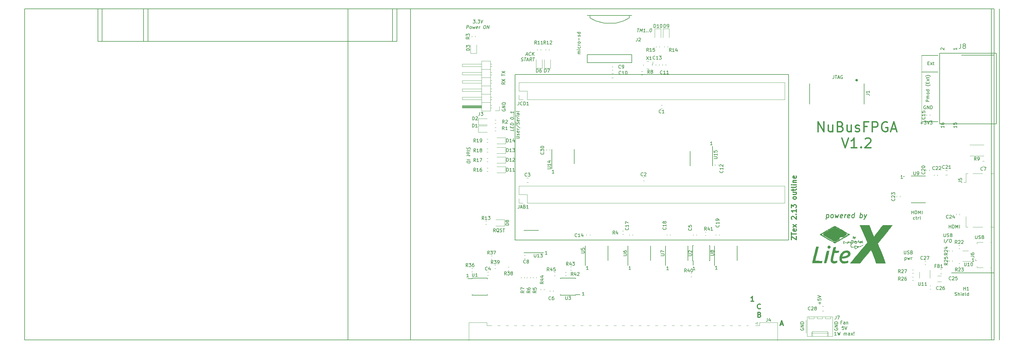
<source format=gbr>
G04 #@! TF.GenerationSoftware,KiCad,Pcbnew,5.1.9+dfsg1-1~bpo10+1*
G04 #@! TF.CreationDate,2023-01-14T08:02:01+01:00*
G04 #@! TF.ProjectId,nubus-to-ztex,6e756275-732d-4746-9f2d-7a7465782e6b,rev?*
G04 #@! TF.SameCoordinates,Original*
G04 #@! TF.FileFunction,Legend,Top*
G04 #@! TF.FilePolarity,Positive*
%FSLAX46Y46*%
G04 Gerber Fmt 4.6, Leading zero omitted, Abs format (unit mm)*
G04 Created by KiCad (PCBNEW 5.1.9+dfsg1-1~bpo10+1) date 2023-01-14 08:02:01*
%MOMM*%
%LPD*%
G01*
G04 APERTURE LIST*
%ADD10C,0.250000*%
%ADD11C,0.200000*%
%ADD12C,0.100000*%
%ADD13C,0.150000*%
%ADD14C,0.300000*%
%ADD15C,0.450000*%
%ADD16C,0.120000*%
%ADD17C,0.010000*%
%ADD18C,0.127000*%
%ADD19C,0.609600*%
G04 APERTURE END LIST*
D10*
X222877276Y-66618571D02*
X222689776Y-68118571D01*
X222868348Y-66690000D02*
X223020133Y-66618571D01*
X223305848Y-66618571D01*
X223439776Y-66690000D01*
X223502276Y-66761428D01*
X223555848Y-66904285D01*
X223502276Y-67332857D01*
X223412991Y-67475714D01*
X223332633Y-67547142D01*
X223180848Y-67618571D01*
X222895133Y-67618571D01*
X222761205Y-67547142D01*
X224323705Y-67618571D02*
X224189776Y-67547142D01*
X224127276Y-67475714D01*
X224073705Y-67332857D01*
X224127276Y-66904285D01*
X224216562Y-66761428D01*
X224296919Y-66690000D01*
X224448705Y-66618571D01*
X224662991Y-66618571D01*
X224796919Y-66690000D01*
X224859419Y-66761428D01*
X224912991Y-66904285D01*
X224859419Y-67332857D01*
X224770133Y-67475714D01*
X224689776Y-67547142D01*
X224537991Y-67618571D01*
X224323705Y-67618571D01*
X225448705Y-66618571D02*
X225609419Y-67618571D01*
X225984419Y-66904285D01*
X226180848Y-67618571D01*
X226591562Y-66618571D01*
X227618348Y-67547142D02*
X227466562Y-67618571D01*
X227180848Y-67618571D01*
X227046919Y-67547142D01*
X226993348Y-67404285D01*
X227064776Y-66832857D01*
X227154062Y-66690000D01*
X227305848Y-66618571D01*
X227591562Y-66618571D01*
X227725491Y-66690000D01*
X227779062Y-66832857D01*
X227761205Y-66975714D01*
X227029062Y-67118571D01*
X228323705Y-67618571D02*
X228448705Y-66618571D01*
X228412991Y-66904285D02*
X228502276Y-66761428D01*
X228582633Y-66690000D01*
X228734419Y-66618571D01*
X228877276Y-66618571D01*
X229832633Y-67547142D02*
X229680848Y-67618571D01*
X229395133Y-67618571D01*
X229261205Y-67547142D01*
X229207633Y-67404285D01*
X229279062Y-66832857D01*
X229368348Y-66690000D01*
X229520133Y-66618571D01*
X229805848Y-66618571D01*
X229939776Y-66690000D01*
X229993348Y-66832857D01*
X229975491Y-66975714D01*
X229243348Y-67118571D01*
X231180848Y-67618571D02*
X231368348Y-66118571D01*
X231189776Y-67547142D02*
X231037991Y-67618571D01*
X230752276Y-67618571D01*
X230618348Y-67547142D01*
X230555848Y-67475714D01*
X230502276Y-67332857D01*
X230555848Y-66904285D01*
X230645133Y-66761428D01*
X230725491Y-66690000D01*
X230877276Y-66618571D01*
X231162991Y-66618571D01*
X231296919Y-66690000D01*
X233037991Y-67618571D02*
X233225491Y-66118571D01*
X233154062Y-66690000D02*
X233305848Y-66618571D01*
X233591562Y-66618571D01*
X233725491Y-66690000D01*
X233787991Y-66761428D01*
X233841562Y-66904285D01*
X233787991Y-67332857D01*
X233698705Y-67475714D01*
X233618348Y-67547142D01*
X233466562Y-67618571D01*
X233180848Y-67618571D01*
X233046919Y-67547142D01*
X234377276Y-66618571D02*
X234609419Y-67618571D01*
X235091562Y-66618571D02*
X234609419Y-67618571D01*
X234421919Y-67975714D01*
X234341562Y-68047142D01*
X234189776Y-68118571D01*
D11*
X187885714Y-45252380D02*
X187314285Y-45252380D01*
X187600000Y-45252380D02*
X187600000Y-44252380D01*
X187504761Y-44395238D01*
X187409523Y-44490476D01*
X187314285Y-44538095D01*
X139435714Y-53952380D02*
X138864285Y-53952380D01*
X139150000Y-53952380D02*
X139150000Y-52952380D01*
X139054761Y-53095238D01*
X138959523Y-53190476D01*
X138864285Y-53238095D01*
X137335714Y-78852380D02*
X136764285Y-78852380D01*
X137050000Y-78852380D02*
X137050000Y-77852380D01*
X136954761Y-77995238D01*
X136859523Y-78090476D01*
X136764285Y-78138095D01*
X262130952Y-91474761D02*
X262273809Y-91522380D01*
X262511904Y-91522380D01*
X262607142Y-91474761D01*
X262654761Y-91427142D01*
X262702380Y-91331904D01*
X262702380Y-91236666D01*
X262654761Y-91141428D01*
X262607142Y-91093809D01*
X262511904Y-91046190D01*
X262321428Y-90998571D01*
X262226190Y-90950952D01*
X262178571Y-90903333D01*
X262130952Y-90808095D01*
X262130952Y-90712857D01*
X262178571Y-90617619D01*
X262226190Y-90570000D01*
X262321428Y-90522380D01*
X262559523Y-90522380D01*
X262702380Y-90570000D01*
X263130952Y-91522380D02*
X263130952Y-90522380D01*
X263559523Y-91522380D02*
X263559523Y-90998571D01*
X263511904Y-90903333D01*
X263416666Y-90855714D01*
X263273809Y-90855714D01*
X263178571Y-90903333D01*
X263130952Y-90950952D01*
X264035714Y-91522380D02*
X264035714Y-90855714D01*
X264035714Y-90522380D02*
X263988095Y-90570000D01*
X264035714Y-90617619D01*
X264083333Y-90570000D01*
X264035714Y-90522380D01*
X264035714Y-90617619D01*
X264892857Y-91474761D02*
X264797619Y-91522380D01*
X264607142Y-91522380D01*
X264511904Y-91474761D01*
X264464285Y-91379523D01*
X264464285Y-90998571D01*
X264511904Y-90903333D01*
X264607142Y-90855714D01*
X264797619Y-90855714D01*
X264892857Y-90903333D01*
X264940476Y-90998571D01*
X264940476Y-91093809D01*
X264464285Y-91189047D01*
X265511904Y-91522380D02*
X265416666Y-91474761D01*
X265369047Y-91379523D01*
X265369047Y-90522380D01*
X266321428Y-91522380D02*
X266321428Y-90522380D01*
X266321428Y-91474761D02*
X266226190Y-91522380D01*
X266035714Y-91522380D01*
X265940476Y-91474761D01*
X265892857Y-91427142D01*
X265845238Y-91331904D01*
X265845238Y-91046190D01*
X265892857Y-90950952D01*
X265940476Y-90903333D01*
X266035714Y-90855714D01*
X266226190Y-90855714D01*
X266321428Y-90903333D01*
D12*
X252000000Y-38160000D02*
X252000000Y-17840000D01*
D11*
X253845238Y-20208571D02*
X254178571Y-20208571D01*
X254321428Y-20732380D02*
X253845238Y-20732380D01*
X253845238Y-19732380D01*
X254321428Y-19732380D01*
X254654761Y-20732380D02*
X255178571Y-20065714D01*
X254654761Y-20065714D02*
X255178571Y-20732380D01*
X255416666Y-20065714D02*
X255797619Y-20065714D01*
X255559523Y-19732380D02*
X255559523Y-20589523D01*
X255607142Y-20684761D01*
X255702380Y-20732380D01*
X255797619Y-20732380D01*
X254282380Y-32003809D02*
X253282380Y-32003809D01*
X253282380Y-31622857D01*
X253330000Y-31527619D01*
X253377619Y-31480000D01*
X253472857Y-31432380D01*
X253615714Y-31432380D01*
X253710952Y-31480000D01*
X253758571Y-31527619D01*
X253806190Y-31622857D01*
X253806190Y-32003809D01*
X254282380Y-31003809D02*
X253615714Y-31003809D01*
X253710952Y-31003809D02*
X253663333Y-30956190D01*
X253615714Y-30860952D01*
X253615714Y-30718095D01*
X253663333Y-30622857D01*
X253758571Y-30575238D01*
X254282380Y-30575238D01*
X253758571Y-30575238D02*
X253663333Y-30527619D01*
X253615714Y-30432380D01*
X253615714Y-30289523D01*
X253663333Y-30194285D01*
X253758571Y-30146666D01*
X254282380Y-30146666D01*
X254282380Y-29527619D02*
X254234761Y-29622857D01*
X254187142Y-29670476D01*
X254091904Y-29718095D01*
X253806190Y-29718095D01*
X253710952Y-29670476D01*
X253663333Y-29622857D01*
X253615714Y-29527619D01*
X253615714Y-29384761D01*
X253663333Y-29289523D01*
X253710952Y-29241904D01*
X253806190Y-29194285D01*
X254091904Y-29194285D01*
X254187142Y-29241904D01*
X254234761Y-29289523D01*
X254282380Y-29384761D01*
X254282380Y-29527619D01*
X254282380Y-28337142D02*
X253282380Y-28337142D01*
X254234761Y-28337142D02*
X254282380Y-28432380D01*
X254282380Y-28622857D01*
X254234761Y-28718095D01*
X254187142Y-28765714D01*
X254091904Y-28813333D01*
X253806190Y-28813333D01*
X253710952Y-28765714D01*
X253663333Y-28718095D01*
X253615714Y-28622857D01*
X253615714Y-28432380D01*
X253663333Y-28337142D01*
X254663333Y-26813333D02*
X254615714Y-26860952D01*
X254472857Y-26956190D01*
X254377619Y-27003809D01*
X254234761Y-27051428D01*
X253996666Y-27099047D01*
X253806190Y-27099047D01*
X253568095Y-27051428D01*
X253425238Y-27003809D01*
X253330000Y-26956190D01*
X253187142Y-26860952D01*
X253139523Y-26813333D01*
X253758571Y-26432380D02*
X253758571Y-26099047D01*
X254282380Y-25956190D02*
X254282380Y-26432380D01*
X253282380Y-26432380D01*
X253282380Y-25956190D01*
X254282380Y-25622857D02*
X253615714Y-25099047D01*
X253615714Y-25622857D02*
X254282380Y-25099047D01*
X253615714Y-24860952D02*
X253615714Y-24480000D01*
X253282380Y-24718095D02*
X254139523Y-24718095D01*
X254234761Y-24670476D01*
X254282380Y-24575238D01*
X254282380Y-24480000D01*
X254663333Y-24241904D02*
X254615714Y-24194285D01*
X254472857Y-24099047D01*
X254377619Y-24051428D01*
X254234761Y-24003809D01*
X253996666Y-23956190D01*
X253806190Y-23956190D01*
X253568095Y-24003809D01*
X253425238Y-24051428D01*
X253330000Y-24099047D01*
X253187142Y-24194285D01*
X253139523Y-24241904D01*
D13*
X257000000Y-17840000D02*
X252000000Y-17840000D01*
X257000000Y-38160000D02*
X252000000Y-38160000D01*
X257000000Y-22920000D02*
X252000000Y-22920000D01*
D11*
X127102380Y-40433095D02*
X127102380Y-40909285D01*
X126102380Y-40784285D01*
X126578571Y-40034285D02*
X126578571Y-39700952D01*
X127102380Y-39623571D02*
X127102380Y-40099761D01*
X126102380Y-39974761D01*
X126102380Y-39498571D01*
X127102380Y-39195000D02*
X126102380Y-39070000D01*
X126102380Y-38831904D01*
X126150000Y-38695000D01*
X126245238Y-38611666D01*
X126340476Y-38575952D01*
X126530952Y-38552142D01*
X126673809Y-38570000D01*
X126864285Y-38641428D01*
X126959523Y-38700952D01*
X127054761Y-38808095D01*
X127102380Y-38956904D01*
X127102380Y-39195000D01*
X126102380Y-37117619D02*
X126102380Y-37022380D01*
X126150000Y-36933095D01*
X126197619Y-36891428D01*
X126292857Y-36855714D01*
X126483333Y-36831904D01*
X126721428Y-36861666D01*
X126911904Y-36933095D01*
X127007142Y-36992619D01*
X127054761Y-37046190D01*
X127102380Y-37147380D01*
X127102380Y-37242619D01*
X127054761Y-37331904D01*
X127007142Y-37373571D01*
X126911904Y-37409285D01*
X126721428Y-37433095D01*
X126483333Y-37403333D01*
X126292857Y-37331904D01*
X126197619Y-37272380D01*
X126150000Y-37218809D01*
X126102380Y-37117619D01*
X127007142Y-36468809D02*
X127054761Y-36427142D01*
X127102380Y-36480714D01*
X127054761Y-36522380D01*
X127007142Y-36468809D01*
X127102380Y-36480714D01*
X127007142Y-35992619D02*
X127054761Y-35950952D01*
X127102380Y-36004523D01*
X127054761Y-36046190D01*
X127007142Y-35992619D01*
X127102380Y-36004523D01*
X127102380Y-35004523D02*
X127102380Y-35575952D01*
X127102380Y-35290238D02*
X126102380Y-35165238D01*
X126245238Y-35278333D01*
X126340476Y-35385476D01*
X126388095Y-35486666D01*
X127802380Y-43165238D02*
X128611904Y-43266428D01*
X128707142Y-43230714D01*
X128754761Y-43189047D01*
X128802380Y-43099761D01*
X128802380Y-42909285D01*
X128754761Y-42808095D01*
X128707142Y-42754523D01*
X128611904Y-42695000D01*
X127802380Y-42593809D01*
X128754761Y-42284285D02*
X128802380Y-42195000D01*
X128802380Y-42004523D01*
X128754761Y-41903333D01*
X128659523Y-41843809D01*
X128611904Y-41837857D01*
X128516666Y-41873571D01*
X128469047Y-41962857D01*
X128469047Y-42105714D01*
X128421428Y-42195000D01*
X128326190Y-42230714D01*
X128278571Y-42224761D01*
X128183333Y-42165238D01*
X128135714Y-42064047D01*
X128135714Y-41921190D01*
X128183333Y-41831904D01*
X128754761Y-41046190D02*
X128802380Y-41147380D01*
X128802380Y-41337857D01*
X128754761Y-41427142D01*
X128659523Y-41462857D01*
X128278571Y-41415238D01*
X128183333Y-41355714D01*
X128135714Y-41254523D01*
X128135714Y-41064047D01*
X128183333Y-40974761D01*
X128278571Y-40939047D01*
X128373809Y-40950952D01*
X128469047Y-41439047D01*
X128802380Y-40575952D02*
X128135714Y-40492619D01*
X128326190Y-40516428D02*
X128230952Y-40456904D01*
X128183333Y-40403333D01*
X128135714Y-40302142D01*
X128135714Y-40206904D01*
X127754761Y-39111666D02*
X129040476Y-40129523D01*
X128754761Y-38950952D02*
X128802380Y-38814047D01*
X128802380Y-38575952D01*
X128754761Y-38474761D01*
X128707142Y-38421190D01*
X128611904Y-38361666D01*
X128516666Y-38349761D01*
X128421428Y-38385476D01*
X128373809Y-38427142D01*
X128326190Y-38516428D01*
X128278571Y-38700952D01*
X128230952Y-38790238D01*
X128183333Y-38831904D01*
X128088095Y-38867619D01*
X127992857Y-38855714D01*
X127897619Y-38796190D01*
X127850000Y-38742619D01*
X127802380Y-38641428D01*
X127802380Y-38403333D01*
X127850000Y-38266428D01*
X128754761Y-37570000D02*
X128802380Y-37671190D01*
X128802380Y-37861666D01*
X128754761Y-37950952D01*
X128659523Y-37986666D01*
X128278571Y-37939047D01*
X128183333Y-37879523D01*
X128135714Y-37778333D01*
X128135714Y-37587857D01*
X128183333Y-37498571D01*
X128278571Y-37462857D01*
X128373809Y-37474761D01*
X128469047Y-37962857D01*
X128802380Y-37099761D02*
X128135714Y-37016428D01*
X128326190Y-37040238D02*
X128230952Y-36980714D01*
X128183333Y-36927142D01*
X128135714Y-36825952D01*
X128135714Y-36730714D01*
X128802380Y-36480714D02*
X128135714Y-36397380D01*
X127802380Y-36355714D02*
X127850000Y-36409285D01*
X127897619Y-36367619D01*
X127850000Y-36314047D01*
X127802380Y-36355714D01*
X127897619Y-36367619D01*
X128802380Y-35575952D02*
X128278571Y-35510476D01*
X128183333Y-35546190D01*
X128135714Y-35635476D01*
X128135714Y-35825952D01*
X128183333Y-35927142D01*
X128754761Y-35570000D02*
X128802380Y-35671190D01*
X128802380Y-35909285D01*
X128754761Y-35998571D01*
X128659523Y-36034285D01*
X128564285Y-36022380D01*
X128469047Y-35962857D01*
X128421428Y-35861666D01*
X128421428Y-35623571D01*
X128373809Y-35522380D01*
X128802380Y-34956904D02*
X128754761Y-35046190D01*
X128659523Y-35081904D01*
X127802380Y-34974761D01*
X251588095Y-38541428D02*
X252350000Y-38541428D01*
X251969047Y-38922380D02*
X251969047Y-38160476D01*
X252730952Y-37922380D02*
X253350000Y-37922380D01*
X253016666Y-38303333D01*
X253159523Y-38303333D01*
X253254761Y-38350952D01*
X253302380Y-38398571D01*
X253350000Y-38493809D01*
X253350000Y-38731904D01*
X253302380Y-38827142D01*
X253254761Y-38874761D01*
X253159523Y-38922380D01*
X252873809Y-38922380D01*
X252778571Y-38874761D01*
X252730952Y-38827142D01*
X253635714Y-37922380D02*
X253969047Y-38922380D01*
X254302380Y-37922380D01*
X254540476Y-37922380D02*
X255159523Y-37922380D01*
X254826190Y-38303333D01*
X254969047Y-38303333D01*
X255064285Y-38350952D01*
X255111904Y-38398571D01*
X255159523Y-38493809D01*
X255159523Y-38731904D01*
X255111904Y-38827142D01*
X255064285Y-38874761D01*
X254969047Y-38922380D01*
X254683333Y-38922380D01*
X254588095Y-38874761D01*
X254540476Y-38827142D01*
X253168095Y-33290000D02*
X253072857Y-33242380D01*
X252930000Y-33242380D01*
X252787142Y-33290000D01*
X252691904Y-33385238D01*
X252644285Y-33480476D01*
X252596666Y-33670952D01*
X252596666Y-33813809D01*
X252644285Y-34004285D01*
X252691904Y-34099523D01*
X252787142Y-34194761D01*
X252930000Y-34242380D01*
X253025238Y-34242380D01*
X253168095Y-34194761D01*
X253215714Y-34147142D01*
X253215714Y-33813809D01*
X253025238Y-33813809D01*
X253644285Y-34242380D02*
X253644285Y-33242380D01*
X254215714Y-34242380D01*
X254215714Y-33242380D01*
X254691904Y-34242380D02*
X254691904Y-33242380D01*
X254930000Y-33242380D01*
X255072857Y-33290000D01*
X255168095Y-33385238D01*
X255215714Y-33480476D01*
X255263333Y-33670952D01*
X255263333Y-33813809D01*
X255215714Y-34004285D01*
X255168095Y-34099523D01*
X255072857Y-34194761D01*
X254930000Y-34242380D01*
X254691904Y-34242380D01*
X121478571Y-71972380D02*
X121145238Y-71496190D01*
X120907142Y-71972380D02*
X120907142Y-70972380D01*
X121288095Y-70972380D01*
X121383333Y-71020000D01*
X121430952Y-71067619D01*
X121478571Y-71162857D01*
X121478571Y-71305714D01*
X121430952Y-71400952D01*
X121383333Y-71448571D01*
X121288095Y-71496190D01*
X120907142Y-71496190D01*
X122573809Y-72067619D02*
X122478571Y-72020000D01*
X122383333Y-71924761D01*
X122240476Y-71781904D01*
X122145238Y-71734285D01*
X122050000Y-71734285D01*
X122097619Y-71972380D02*
X122002380Y-71924761D01*
X121907142Y-71829523D01*
X121859523Y-71639047D01*
X121859523Y-71305714D01*
X121907142Y-71115238D01*
X122002380Y-71020000D01*
X122097619Y-70972380D01*
X122288095Y-70972380D01*
X122383333Y-71020000D01*
X122478571Y-71115238D01*
X122526190Y-71305714D01*
X122526190Y-71639047D01*
X122478571Y-71829523D01*
X122383333Y-71924761D01*
X122288095Y-71972380D01*
X122097619Y-71972380D01*
X122907142Y-71924761D02*
X123050000Y-71972380D01*
X123288095Y-71972380D01*
X123383333Y-71924761D01*
X123430952Y-71877142D01*
X123478571Y-71781904D01*
X123478571Y-71686666D01*
X123430952Y-71591428D01*
X123383333Y-71543809D01*
X123288095Y-71496190D01*
X123097619Y-71448571D01*
X123002380Y-71400952D01*
X122954761Y-71353333D01*
X122907142Y-71258095D01*
X122907142Y-71162857D01*
X122954761Y-71067619D01*
X123002380Y-71020000D01*
X123097619Y-70972380D01*
X123335714Y-70972380D01*
X123478571Y-71020000D01*
X123764285Y-70972380D02*
X124335714Y-70972380D01*
X124050000Y-71972380D02*
X124050000Y-70972380D01*
X130875000Y-17556666D02*
X131351190Y-17556666D01*
X130744047Y-17842380D02*
X131202380Y-16842380D01*
X131410714Y-17842380D01*
X132327380Y-17747142D02*
X132273809Y-17794761D01*
X132125000Y-17842380D01*
X132029761Y-17842380D01*
X131892857Y-17794761D01*
X131809523Y-17699523D01*
X131773809Y-17604285D01*
X131750000Y-17413809D01*
X131767857Y-17270952D01*
X131839285Y-17080476D01*
X131898809Y-16985238D01*
X132005952Y-16890000D01*
X132154761Y-16842380D01*
X132250000Y-16842380D01*
X132386904Y-16890000D01*
X132428571Y-16937619D01*
X132744047Y-17842380D02*
X132869047Y-16842380D01*
X133315476Y-17842380D02*
X132958333Y-17270952D01*
X133440476Y-16842380D02*
X132797619Y-17413809D01*
X129369047Y-19494761D02*
X129505952Y-19542380D01*
X129744047Y-19542380D01*
X129845238Y-19494761D01*
X129898809Y-19447142D01*
X129958333Y-19351904D01*
X129970238Y-19256666D01*
X129934523Y-19161428D01*
X129892857Y-19113809D01*
X129803571Y-19066190D01*
X129619047Y-19018571D01*
X129529761Y-18970952D01*
X129488095Y-18923333D01*
X129452380Y-18828095D01*
X129464285Y-18732857D01*
X129523809Y-18637619D01*
X129577380Y-18590000D01*
X129678571Y-18542380D01*
X129916666Y-18542380D01*
X130053571Y-18590000D01*
X130345238Y-18542380D02*
X130916666Y-18542380D01*
X130505952Y-19542380D02*
X130630952Y-18542380D01*
X131113095Y-19256666D02*
X131589285Y-19256666D01*
X130982142Y-19542380D02*
X131440476Y-18542380D01*
X131648809Y-19542380D01*
X132553571Y-19542380D02*
X132279761Y-19066190D01*
X131982142Y-19542380D02*
X132107142Y-18542380D01*
X132488095Y-18542380D01*
X132577380Y-18590000D01*
X132619047Y-18637619D01*
X132654761Y-18732857D01*
X132636904Y-18875714D01*
X132577380Y-18970952D01*
X132523809Y-19018571D01*
X132422619Y-19066190D01*
X132041666Y-19066190D01*
X132964285Y-18542380D02*
X133535714Y-18542380D01*
X133125000Y-19542380D02*
X133250000Y-18542380D01*
X164924285Y-9602380D02*
X165495714Y-9602380D01*
X165085000Y-10602380D02*
X165210000Y-9602380D01*
X165704047Y-10602380D02*
X165829047Y-9602380D01*
X166073095Y-10316666D01*
X166495714Y-9602380D01*
X166370714Y-10602380D01*
X167370714Y-10602380D02*
X166799285Y-10602380D01*
X167085000Y-10602380D02*
X167210000Y-9602380D01*
X167096904Y-9745238D01*
X166989761Y-9840476D01*
X166888571Y-9888095D01*
X167811190Y-10507142D02*
X167852857Y-10554761D01*
X167799285Y-10602380D01*
X167757619Y-10554761D01*
X167811190Y-10507142D01*
X167799285Y-10602380D01*
X168287380Y-10507142D02*
X168329047Y-10554761D01*
X168275476Y-10602380D01*
X168233809Y-10554761D01*
X168287380Y-10507142D01*
X168275476Y-10602380D01*
X169067142Y-9602380D02*
X169162380Y-9602380D01*
X169251666Y-9650000D01*
X169293333Y-9697619D01*
X169329047Y-9792857D01*
X169352857Y-9983333D01*
X169323095Y-10221428D01*
X169251666Y-10411904D01*
X169192142Y-10507142D01*
X169138571Y-10554761D01*
X169037380Y-10602380D01*
X168942142Y-10602380D01*
X168852857Y-10554761D01*
X168811190Y-10507142D01*
X168775476Y-10411904D01*
X168751666Y-10221428D01*
X168781428Y-9983333D01*
X168852857Y-9792857D01*
X168912380Y-9697619D01*
X168965952Y-9650000D01*
X169067142Y-9602380D01*
X147462380Y-17353333D02*
X146795714Y-17353333D01*
X146890952Y-17353333D02*
X146843333Y-17305714D01*
X146795714Y-17210476D01*
X146795714Y-17067619D01*
X146843333Y-16972380D01*
X146938571Y-16924761D01*
X147462380Y-16924761D01*
X146938571Y-16924761D02*
X146843333Y-16877142D01*
X146795714Y-16781904D01*
X146795714Y-16639047D01*
X146843333Y-16543809D01*
X146938571Y-16496190D01*
X147462380Y-16496190D01*
X147462380Y-16020000D02*
X146795714Y-16020000D01*
X146462380Y-16020000D02*
X146510000Y-16067619D01*
X146557619Y-16020000D01*
X146510000Y-15972380D01*
X146462380Y-16020000D01*
X146557619Y-16020000D01*
X147414761Y-15115238D02*
X147462380Y-15210476D01*
X147462380Y-15400952D01*
X147414761Y-15496190D01*
X147367142Y-15543809D01*
X147271904Y-15591428D01*
X146986190Y-15591428D01*
X146890952Y-15543809D01*
X146843333Y-15496190D01*
X146795714Y-15400952D01*
X146795714Y-15210476D01*
X146843333Y-15115238D01*
X147462380Y-14686666D02*
X146795714Y-14686666D01*
X146986190Y-14686666D02*
X146890952Y-14639047D01*
X146843333Y-14591428D01*
X146795714Y-14496190D01*
X146795714Y-14400952D01*
X147462380Y-13924761D02*
X147414761Y-14020000D01*
X147367142Y-14067619D01*
X147271904Y-14115238D01*
X146986190Y-14115238D01*
X146890952Y-14067619D01*
X146843333Y-14020000D01*
X146795714Y-13924761D01*
X146795714Y-13781904D01*
X146843333Y-13686666D01*
X146890952Y-13639047D01*
X146986190Y-13591428D01*
X147271904Y-13591428D01*
X147367142Y-13639047D01*
X147414761Y-13686666D01*
X147462380Y-13781904D01*
X147462380Y-13924761D01*
X147081428Y-13162857D02*
X147081428Y-12400952D01*
X147414761Y-11972380D02*
X147462380Y-11877142D01*
X147462380Y-11686666D01*
X147414761Y-11591428D01*
X147319523Y-11543809D01*
X147271904Y-11543809D01*
X147176666Y-11591428D01*
X147129047Y-11686666D01*
X147129047Y-11829523D01*
X147081428Y-11924761D01*
X146986190Y-11972380D01*
X146938571Y-11972380D01*
X146843333Y-11924761D01*
X146795714Y-11829523D01*
X146795714Y-11686666D01*
X146843333Y-11591428D01*
X147462380Y-10686666D02*
X146462380Y-10686666D01*
X147414761Y-10686666D02*
X147462380Y-10781904D01*
X147462380Y-10972380D01*
X147414761Y-11067619D01*
X147367142Y-11115238D01*
X147271904Y-11162857D01*
X146986190Y-11162857D01*
X146890952Y-11115238D01*
X146843333Y-11067619D01*
X146795714Y-10972380D01*
X146795714Y-10781904D01*
X146843333Y-10686666D01*
X114724761Y-6902380D02*
X115343809Y-6902380D01*
X114962857Y-7283333D01*
X115105714Y-7283333D01*
X115195000Y-7330952D01*
X115236666Y-7378571D01*
X115272380Y-7473809D01*
X115242619Y-7711904D01*
X115183095Y-7807142D01*
X115129523Y-7854761D01*
X115028333Y-7902380D01*
X114742619Y-7902380D01*
X114653333Y-7854761D01*
X114611666Y-7807142D01*
X115659285Y-7807142D02*
X115700952Y-7854761D01*
X115647380Y-7902380D01*
X115605714Y-7854761D01*
X115659285Y-7807142D01*
X115647380Y-7902380D01*
X116153333Y-6902380D02*
X116772380Y-6902380D01*
X116391428Y-7283333D01*
X116534285Y-7283333D01*
X116623571Y-7330952D01*
X116665238Y-7378571D01*
X116700952Y-7473809D01*
X116671190Y-7711904D01*
X116611666Y-7807142D01*
X116558095Y-7854761D01*
X116456904Y-7902380D01*
X116171190Y-7902380D01*
X116081904Y-7854761D01*
X116040238Y-7807142D01*
X117058095Y-6902380D02*
X117266428Y-7902380D01*
X117724761Y-6902380D01*
X112671190Y-9602380D02*
X112796190Y-8602380D01*
X113177142Y-8602380D01*
X113266428Y-8650000D01*
X113308095Y-8697619D01*
X113343809Y-8792857D01*
X113325952Y-8935714D01*
X113266428Y-9030952D01*
X113212857Y-9078571D01*
X113111666Y-9126190D01*
X112730714Y-9126190D01*
X113814047Y-9602380D02*
X113724761Y-9554761D01*
X113683095Y-9507142D01*
X113647380Y-9411904D01*
X113683095Y-9126190D01*
X113742619Y-9030952D01*
X113796190Y-8983333D01*
X113897380Y-8935714D01*
X114040238Y-8935714D01*
X114129523Y-8983333D01*
X114171190Y-9030952D01*
X114206904Y-9126190D01*
X114171190Y-9411904D01*
X114111666Y-9507142D01*
X114058095Y-9554761D01*
X113956904Y-9602380D01*
X113814047Y-9602380D01*
X114564047Y-8935714D02*
X114671190Y-9602380D01*
X114921190Y-9126190D01*
X115052142Y-9602380D01*
X115325952Y-8935714D01*
X116010476Y-9554761D02*
X115909285Y-9602380D01*
X115718809Y-9602380D01*
X115629523Y-9554761D01*
X115593809Y-9459523D01*
X115641428Y-9078571D01*
X115700952Y-8983333D01*
X115802142Y-8935714D01*
X115992619Y-8935714D01*
X116081904Y-8983333D01*
X116117619Y-9078571D01*
X116105714Y-9173809D01*
X115617619Y-9269047D01*
X116480714Y-9602380D02*
X116564047Y-8935714D01*
X116540238Y-9126190D02*
X116599761Y-9030952D01*
X116653333Y-8983333D01*
X116754523Y-8935714D01*
X116849761Y-8935714D01*
X118177142Y-8602380D02*
X118367619Y-8602380D01*
X118456904Y-8650000D01*
X118540238Y-8745238D01*
X118564047Y-8935714D01*
X118522380Y-9269047D01*
X118450952Y-9459523D01*
X118343809Y-9554761D01*
X118242619Y-9602380D01*
X118052142Y-9602380D01*
X117962857Y-9554761D01*
X117879523Y-9459523D01*
X117855714Y-9269047D01*
X117897380Y-8935714D01*
X117968809Y-8745238D01*
X118075952Y-8650000D01*
X118177142Y-8602380D01*
X118909285Y-9602380D02*
X119034285Y-8602380D01*
X119480714Y-9602380D01*
X119605714Y-8602380D01*
X182585714Y-83642380D02*
X182014285Y-83642380D01*
X182300000Y-83642380D02*
X182300000Y-82642380D01*
X182204761Y-82785238D01*
X182109523Y-82880476D01*
X182014285Y-82928095D01*
D14*
X208732857Y-100250000D02*
X209447142Y-100250000D01*
X208590000Y-100678571D02*
X209090000Y-99178571D01*
X209590000Y-100678571D01*
X202337142Y-97352857D02*
X202551428Y-97424285D01*
X202622857Y-97495714D01*
X202694285Y-97638571D01*
X202694285Y-97852857D01*
X202622857Y-97995714D01*
X202551428Y-98067142D01*
X202408571Y-98138571D01*
X201837142Y-98138571D01*
X201837142Y-96638571D01*
X202337142Y-96638571D01*
X202480000Y-96710000D01*
X202551428Y-96781428D01*
X202622857Y-96924285D01*
X202622857Y-97067142D01*
X202551428Y-97210000D01*
X202480000Y-97281428D01*
X202337142Y-97352857D01*
X201837142Y-97352857D01*
X202634285Y-95445714D02*
X202562857Y-95517142D01*
X202348571Y-95588571D01*
X202205714Y-95588571D01*
X201991428Y-95517142D01*
X201848571Y-95374285D01*
X201777142Y-95231428D01*
X201705714Y-94945714D01*
X201705714Y-94731428D01*
X201777142Y-94445714D01*
X201848571Y-94302857D01*
X201991428Y-94160000D01*
X202205714Y-94088571D01*
X202348571Y-94088571D01*
X202562857Y-94160000D01*
X202634285Y-94231428D01*
X200568571Y-93268571D02*
X199711428Y-93268571D01*
X200140000Y-93268571D02*
X200140000Y-91768571D01*
X199997142Y-91982857D01*
X199854285Y-92125714D01*
X199711428Y-92197142D01*
D11*
X113285714Y-85852380D02*
X112714285Y-85852380D01*
X113000000Y-85852380D02*
X113000000Y-84852380D01*
X112904761Y-84995238D01*
X112809523Y-85090476D01*
X112714285Y-85138095D01*
X148685714Y-91442380D02*
X148114285Y-91442380D01*
X148400000Y-91442380D02*
X148400000Y-90442380D01*
X148304761Y-90585238D01*
X148209523Y-90680476D01*
X148114285Y-90728095D01*
X189385714Y-83442380D02*
X188814285Y-83442380D01*
X189100000Y-83442380D02*
X189100000Y-82442380D01*
X189004761Y-82585238D01*
X188909523Y-82680476D01*
X188814285Y-82728095D01*
X112795238Y-45997142D02*
X112747619Y-46134047D01*
X112747619Y-46372142D01*
X112795238Y-46473333D01*
X112842857Y-46526904D01*
X112938095Y-46586428D01*
X113033333Y-46598333D01*
X113128571Y-46562619D01*
X113176190Y-46520952D01*
X113223809Y-46431666D01*
X113271428Y-46247142D01*
X113319047Y-46157857D01*
X113366666Y-46116190D01*
X113461904Y-46080476D01*
X113557142Y-46092380D01*
X113652380Y-46151904D01*
X113700000Y-46205476D01*
X113747619Y-46306666D01*
X113747619Y-46544761D01*
X113700000Y-46681666D01*
X112747619Y-47134047D02*
X112795238Y-47044761D01*
X112890476Y-47009047D01*
X113747619Y-47116190D01*
X112747619Y-47657857D02*
X112795238Y-47568571D01*
X112842857Y-47526904D01*
X112938095Y-47491190D01*
X113223809Y-47526904D01*
X113319047Y-47586428D01*
X113366666Y-47640000D01*
X113414285Y-47741190D01*
X113414285Y-47884047D01*
X113366666Y-47973333D01*
X113319047Y-48015000D01*
X113223809Y-48050714D01*
X112938095Y-48015000D01*
X112842857Y-47955476D01*
X112795238Y-47901904D01*
X112747619Y-47800714D01*
X112747619Y-47657857D01*
X113414285Y-48360238D02*
X113414285Y-48741190D01*
X113747619Y-48544761D02*
X112890476Y-48437619D01*
X112795238Y-48473333D01*
X112747619Y-48562619D01*
X112747619Y-48657857D01*
X112747619Y-49753095D02*
X113747619Y-49878095D01*
X112747619Y-50229285D02*
X113747619Y-50354285D01*
X113747619Y-50592380D01*
X113700000Y-50729285D01*
X113604761Y-50812619D01*
X113509523Y-50848333D01*
X113319047Y-50872142D01*
X113176190Y-50854285D01*
X112985714Y-50782857D01*
X112890476Y-50723333D01*
X112795238Y-50616190D01*
X112747619Y-50467380D01*
X112747619Y-50229285D01*
X275770000Y-105080000D02*
X275770000Y-3480000D01*
X274170000Y-84560000D02*
X261140000Y-84560000D01*
X246185714Y-55552380D02*
X245614285Y-55552380D01*
X245900000Y-55552380D02*
X245900000Y-54552380D01*
X245804761Y-54695238D01*
X245709523Y-54790476D01*
X245614285Y-54838095D01*
X268005714Y-81092380D02*
X267434285Y-81092380D01*
X267720000Y-81092380D02*
X267720000Y-80092380D01*
X267624761Y-80235238D01*
X267529523Y-80330476D01*
X267434285Y-80378095D01*
X174485714Y-83602380D02*
X173914285Y-83602380D01*
X174200000Y-83602380D02*
X174200000Y-82602380D01*
X174104761Y-82745238D01*
X174009523Y-82840476D01*
X173914285Y-82888095D01*
X162935714Y-83502380D02*
X162364285Y-83502380D01*
X162650000Y-83502380D02*
X162650000Y-82502380D01*
X162554761Y-82645238D01*
X162459523Y-82740476D01*
X162364285Y-82788095D01*
X149935714Y-83552380D02*
X149364285Y-83552380D01*
X149650000Y-83552380D02*
X149650000Y-82552380D01*
X149554761Y-82695238D01*
X149459523Y-82790476D01*
X149364285Y-82838095D01*
X220771428Y-94185714D02*
X220771428Y-93423809D01*
X221152380Y-93804761D02*
X220390476Y-93804761D01*
X220152380Y-92471428D02*
X220152380Y-92947619D01*
X220628571Y-92995238D01*
X220580952Y-92947619D01*
X220533333Y-92852380D01*
X220533333Y-92614285D01*
X220580952Y-92519047D01*
X220628571Y-92471428D01*
X220723809Y-92423809D01*
X220961904Y-92423809D01*
X221057142Y-92471428D01*
X221104761Y-92519047D01*
X221152380Y-92614285D01*
X221152380Y-92852380D01*
X221104761Y-92947619D01*
X221057142Y-92995238D01*
X220152380Y-92138095D02*
X221152380Y-91804761D01*
X220152380Y-91471428D01*
X225320000Y-101621904D02*
X225272380Y-101717142D01*
X225272380Y-101860000D01*
X225320000Y-102002857D01*
X225415238Y-102098095D01*
X225510476Y-102145714D01*
X225700952Y-102193333D01*
X225843809Y-102193333D01*
X226034285Y-102145714D01*
X226129523Y-102098095D01*
X226224761Y-102002857D01*
X226272380Y-101860000D01*
X226272380Y-101764761D01*
X226224761Y-101621904D01*
X226177142Y-101574285D01*
X225843809Y-101574285D01*
X225843809Y-101764761D01*
X226272380Y-101145714D02*
X225272380Y-101145714D01*
X226272380Y-100574285D01*
X225272380Y-100574285D01*
X226272380Y-100098095D02*
X225272380Y-100098095D01*
X225272380Y-99860000D01*
X225320000Y-99717142D01*
X225415238Y-99621904D01*
X225510476Y-99574285D01*
X225700952Y-99526666D01*
X225843809Y-99526666D01*
X226034285Y-99574285D01*
X226129523Y-99621904D01*
X226224761Y-99717142D01*
X226272380Y-99860000D01*
X226272380Y-100098095D01*
X214920000Y-101621904D02*
X214872380Y-101717142D01*
X214872380Y-101860000D01*
X214920000Y-102002857D01*
X215015238Y-102098095D01*
X215110476Y-102145714D01*
X215300952Y-102193333D01*
X215443809Y-102193333D01*
X215634285Y-102145714D01*
X215729523Y-102098095D01*
X215824761Y-102002857D01*
X215872380Y-101860000D01*
X215872380Y-101764761D01*
X215824761Y-101621904D01*
X215777142Y-101574285D01*
X215443809Y-101574285D01*
X215443809Y-101764761D01*
X215872380Y-101145714D02*
X214872380Y-101145714D01*
X215872380Y-100574285D01*
X214872380Y-100574285D01*
X215872380Y-100098095D02*
X214872380Y-100098095D01*
X214872380Y-99860000D01*
X214920000Y-99717142D01*
X215015238Y-99621904D01*
X215110476Y-99574285D01*
X215300952Y-99526666D01*
X215443809Y-99526666D01*
X215634285Y-99574285D01*
X215729523Y-99621904D01*
X215824761Y-99717142D01*
X215872380Y-99860000D01*
X215872380Y-100098095D01*
X227538095Y-99728571D02*
X227204761Y-99728571D01*
X227204761Y-100252380D02*
X227204761Y-99252380D01*
X227680952Y-99252380D01*
X228490476Y-100252380D02*
X228490476Y-99728571D01*
X228442857Y-99633333D01*
X228347619Y-99585714D01*
X228157142Y-99585714D01*
X228061904Y-99633333D01*
X228490476Y-100204761D02*
X228395238Y-100252380D01*
X228157142Y-100252380D01*
X228061904Y-100204761D01*
X228014285Y-100109523D01*
X228014285Y-100014285D01*
X228061904Y-99919047D01*
X228157142Y-99871428D01*
X228395238Y-99871428D01*
X228490476Y-99823809D01*
X228966666Y-99585714D02*
X228966666Y-100252380D01*
X228966666Y-99680952D02*
X229014285Y-99633333D01*
X229109523Y-99585714D01*
X229252380Y-99585714D01*
X229347619Y-99633333D01*
X229395238Y-99728571D01*
X229395238Y-100252380D01*
X228109523Y-100952380D02*
X227633333Y-100952380D01*
X227585714Y-101428571D01*
X227633333Y-101380952D01*
X227728571Y-101333333D01*
X227966666Y-101333333D01*
X228061904Y-101380952D01*
X228109523Y-101428571D01*
X228157142Y-101523809D01*
X228157142Y-101761904D01*
X228109523Y-101857142D01*
X228061904Y-101904761D01*
X227966666Y-101952380D01*
X227728571Y-101952380D01*
X227633333Y-101904761D01*
X227585714Y-101857142D01*
X228442857Y-100952380D02*
X228776190Y-101952380D01*
X229109523Y-100952380D01*
X225871428Y-103652380D02*
X225300000Y-103652380D01*
X225585714Y-103652380D02*
X225585714Y-102652380D01*
X225490476Y-102795238D01*
X225395238Y-102890476D01*
X225300000Y-102938095D01*
X226204761Y-102652380D02*
X226442857Y-103652380D01*
X226633333Y-102938095D01*
X226823809Y-103652380D01*
X227061904Y-102652380D01*
X228204761Y-103652380D02*
X228204761Y-102985714D01*
X228204761Y-103080952D02*
X228252380Y-103033333D01*
X228347619Y-102985714D01*
X228490476Y-102985714D01*
X228585714Y-103033333D01*
X228633333Y-103128571D01*
X228633333Y-103652380D01*
X228633333Y-103128571D02*
X228680952Y-103033333D01*
X228776190Y-102985714D01*
X228919047Y-102985714D01*
X229014285Y-103033333D01*
X229061904Y-103128571D01*
X229061904Y-103652380D01*
X229966666Y-103652380D02*
X229966666Y-103128571D01*
X229919047Y-103033333D01*
X229823809Y-102985714D01*
X229633333Y-102985714D01*
X229538095Y-103033333D01*
X229966666Y-103604761D02*
X229871428Y-103652380D01*
X229633333Y-103652380D01*
X229538095Y-103604761D01*
X229490476Y-103509523D01*
X229490476Y-103414285D01*
X229538095Y-103319047D01*
X229633333Y-103271428D01*
X229871428Y-103271428D01*
X229966666Y-103223809D01*
X230347619Y-103652380D02*
X230871428Y-102985714D01*
X230347619Y-102985714D02*
X230871428Y-103652380D01*
X231252380Y-103557142D02*
X231300000Y-103604761D01*
X231252380Y-103652380D01*
X231204761Y-103604761D01*
X231252380Y-103557142D01*
X231252380Y-103652380D01*
X231252380Y-103271428D02*
X231204761Y-102700000D01*
X231252380Y-102652380D01*
X231300000Y-102700000D01*
X231252380Y-103271428D01*
X231252380Y-102652380D01*
X211270000Y-74450000D02*
X211270000Y-23650000D01*
D15*
X220242857Y-41182142D02*
X220242857Y-38182142D01*
X221957142Y-41182142D01*
X221957142Y-38182142D01*
X224671428Y-39182142D02*
X224671428Y-41182142D01*
X223385714Y-39182142D02*
X223385714Y-40753571D01*
X223528571Y-41039285D01*
X223814285Y-41182142D01*
X224242857Y-41182142D01*
X224528571Y-41039285D01*
X224671428Y-40896428D01*
X227100000Y-39610714D02*
X227528571Y-39753571D01*
X227671428Y-39896428D01*
X227814285Y-40182142D01*
X227814285Y-40610714D01*
X227671428Y-40896428D01*
X227528571Y-41039285D01*
X227242857Y-41182142D01*
X226100000Y-41182142D01*
X226100000Y-38182142D01*
X227100000Y-38182142D01*
X227385714Y-38325000D01*
X227528571Y-38467857D01*
X227671428Y-38753571D01*
X227671428Y-39039285D01*
X227528571Y-39325000D01*
X227385714Y-39467857D01*
X227100000Y-39610714D01*
X226100000Y-39610714D01*
X230385714Y-39182142D02*
X230385714Y-41182142D01*
X229100000Y-39182142D02*
X229100000Y-40753571D01*
X229242857Y-41039285D01*
X229528571Y-41182142D01*
X229957142Y-41182142D01*
X230242857Y-41039285D01*
X230385714Y-40896428D01*
X231671428Y-41039285D02*
X231957142Y-41182142D01*
X232528571Y-41182142D01*
X232814285Y-41039285D01*
X232957142Y-40753571D01*
X232957142Y-40610714D01*
X232814285Y-40325000D01*
X232528571Y-40182142D01*
X232100000Y-40182142D01*
X231814285Y-40039285D01*
X231671428Y-39753571D01*
X231671428Y-39610714D01*
X231814285Y-39325000D01*
X232100000Y-39182142D01*
X232528571Y-39182142D01*
X232814285Y-39325000D01*
X235242857Y-39610714D02*
X234242857Y-39610714D01*
X234242857Y-41182142D02*
X234242857Y-38182142D01*
X235671428Y-38182142D01*
X236814285Y-41182142D02*
X236814285Y-38182142D01*
X237957142Y-38182142D01*
X238242857Y-38325000D01*
X238385714Y-38467857D01*
X238528571Y-38753571D01*
X238528571Y-39182142D01*
X238385714Y-39467857D01*
X238242857Y-39610714D01*
X237957142Y-39753571D01*
X236814285Y-39753571D01*
X241385714Y-38325000D02*
X241100000Y-38182142D01*
X240671428Y-38182142D01*
X240242857Y-38325000D01*
X239957142Y-38610714D01*
X239814285Y-38896428D01*
X239671428Y-39467857D01*
X239671428Y-39896428D01*
X239814285Y-40467857D01*
X239957142Y-40753571D01*
X240242857Y-41039285D01*
X240671428Y-41182142D01*
X240957142Y-41182142D01*
X241385714Y-41039285D01*
X241528571Y-40896428D01*
X241528571Y-39896428D01*
X240957142Y-39896428D01*
X242671428Y-40325000D02*
X244100000Y-40325000D01*
X242385714Y-41182142D02*
X243385714Y-38182142D01*
X244385714Y-41182142D01*
X227528571Y-43132142D02*
X228528571Y-46132142D01*
X229528571Y-43132142D01*
X232100000Y-46132142D02*
X230385714Y-46132142D01*
X231242857Y-46132142D02*
X231242857Y-43132142D01*
X230957142Y-43560714D01*
X230671428Y-43846428D01*
X230385714Y-43989285D01*
X233385714Y-45846428D02*
X233528571Y-45989285D01*
X233385714Y-46132142D01*
X233242857Y-45989285D01*
X233385714Y-45846428D01*
X233385714Y-46132142D01*
X234671428Y-43417857D02*
X234814285Y-43275000D01*
X235100000Y-43132142D01*
X235814285Y-43132142D01*
X236100000Y-43275000D01*
X236242857Y-43417857D01*
X236385714Y-43703571D01*
X236385714Y-43989285D01*
X236242857Y-44417857D01*
X234528571Y-46132142D01*
X236385714Y-46132142D01*
D11*
X268418095Y-73072380D02*
X268418095Y-73881904D01*
X268465714Y-73977142D01*
X268513333Y-74024761D01*
X268608571Y-74072380D01*
X268799047Y-74072380D01*
X268894285Y-74024761D01*
X268941904Y-73977142D01*
X268989523Y-73881904D01*
X268989523Y-73072380D01*
X269418095Y-74024761D02*
X269560952Y-74072380D01*
X269799047Y-74072380D01*
X269894285Y-74024761D01*
X269941904Y-73977142D01*
X269989523Y-73881904D01*
X269989523Y-73786666D01*
X269941904Y-73691428D01*
X269894285Y-73643809D01*
X269799047Y-73596190D01*
X269608571Y-73548571D01*
X269513333Y-73500952D01*
X269465714Y-73453333D01*
X269418095Y-73358095D01*
X269418095Y-73262857D01*
X269465714Y-73167619D01*
X269513333Y-73120000D01*
X269608571Y-73072380D01*
X269846666Y-73072380D01*
X269989523Y-73120000D01*
X270751428Y-73548571D02*
X270894285Y-73596190D01*
X270941904Y-73643809D01*
X270989523Y-73739047D01*
X270989523Y-73881904D01*
X270941904Y-73977142D01*
X270894285Y-74024761D01*
X270799047Y-74072380D01*
X270418095Y-74072380D01*
X270418095Y-73072380D01*
X270751428Y-73072380D01*
X270846666Y-73120000D01*
X270894285Y-73167619D01*
X270941904Y-73262857D01*
X270941904Y-73358095D01*
X270894285Y-73453333D01*
X270846666Y-73500952D01*
X270751428Y-73548571D01*
X270418095Y-73548571D01*
X260344761Y-70842380D02*
X260344761Y-69842380D01*
X260344761Y-70318571D02*
X260916190Y-70318571D01*
X260916190Y-70842380D02*
X260916190Y-69842380D01*
X261392380Y-70842380D02*
X261392380Y-69842380D01*
X261630476Y-69842380D01*
X261773333Y-69890000D01*
X261868571Y-69985238D01*
X261916190Y-70080476D01*
X261963809Y-70270952D01*
X261963809Y-70413809D01*
X261916190Y-70604285D01*
X261868571Y-70699523D01*
X261773333Y-70794761D01*
X261630476Y-70842380D01*
X261392380Y-70842380D01*
X262392380Y-70842380D02*
X262392380Y-69842380D01*
X262725714Y-70556666D01*
X263059047Y-69842380D01*
X263059047Y-70842380D01*
X263535238Y-70842380D02*
X263535238Y-69842380D01*
D14*
X212098571Y-74361428D02*
X212098571Y-73361428D01*
X213598571Y-74361428D01*
X213598571Y-73361428D01*
X212098571Y-73004285D02*
X212098571Y-72147142D01*
X213598571Y-72575714D02*
X212098571Y-72575714D01*
X213527142Y-71075714D02*
X213598571Y-71218571D01*
X213598571Y-71504285D01*
X213527142Y-71647142D01*
X213384285Y-71718571D01*
X212812857Y-71718571D01*
X212670000Y-71647142D01*
X212598571Y-71504285D01*
X212598571Y-71218571D01*
X212670000Y-71075714D01*
X212812857Y-71004285D01*
X212955714Y-71004285D01*
X213098571Y-71718571D01*
X213598571Y-70504285D02*
X212598571Y-69718571D01*
X212598571Y-70504285D02*
X213598571Y-69718571D01*
X212241428Y-68075714D02*
X212170000Y-68004285D01*
X212098571Y-67861428D01*
X212098571Y-67504285D01*
X212170000Y-67361428D01*
X212241428Y-67290000D01*
X212384285Y-67218571D01*
X212527142Y-67218571D01*
X212741428Y-67290000D01*
X213598571Y-68147142D01*
X213598571Y-67218571D01*
X213455714Y-66575714D02*
X213527142Y-66504285D01*
X213598571Y-66575714D01*
X213527142Y-66647142D01*
X213455714Y-66575714D01*
X213598571Y-66575714D01*
X213598571Y-65075714D02*
X213598571Y-65932857D01*
X213598571Y-65504285D02*
X212098571Y-65504285D01*
X212312857Y-65647142D01*
X212455714Y-65790000D01*
X212527142Y-65932857D01*
X212098571Y-64575714D02*
X212098571Y-63647142D01*
X212670000Y-64147142D01*
X212670000Y-63932857D01*
X212741428Y-63790000D01*
X212812857Y-63718571D01*
X212955714Y-63647142D01*
X213312857Y-63647142D01*
X213455714Y-63718571D01*
X213527142Y-63790000D01*
X213598571Y-63932857D01*
X213598571Y-64361428D01*
X213527142Y-64504285D01*
X213455714Y-64575714D01*
X213598571Y-61647142D02*
X213527142Y-61790000D01*
X213455714Y-61861428D01*
X213312857Y-61932857D01*
X212884285Y-61932857D01*
X212741428Y-61861428D01*
X212670000Y-61790000D01*
X212598571Y-61647142D01*
X212598571Y-61432857D01*
X212670000Y-61290000D01*
X212741428Y-61218571D01*
X212884285Y-61147142D01*
X213312857Y-61147142D01*
X213455714Y-61218571D01*
X213527142Y-61290000D01*
X213598571Y-61432857D01*
X213598571Y-61647142D01*
X212598571Y-59861428D02*
X213598571Y-59861428D01*
X212598571Y-60504285D02*
X213384285Y-60504285D01*
X213527142Y-60432857D01*
X213598571Y-60290000D01*
X213598571Y-60075714D01*
X213527142Y-59932857D01*
X213455714Y-59861428D01*
X212598571Y-59361428D02*
X212598571Y-58790000D01*
X212098571Y-59147142D02*
X213384285Y-59147142D01*
X213527142Y-59075714D01*
X213598571Y-58932857D01*
X213598571Y-58790000D01*
X213598571Y-58075714D02*
X213527142Y-58218571D01*
X213384285Y-58290000D01*
X212098571Y-58290000D01*
X213598571Y-57504285D02*
X212598571Y-57504285D01*
X212098571Y-57504285D02*
X212170000Y-57575714D01*
X212241428Y-57504285D01*
X212170000Y-57432857D01*
X212098571Y-57504285D01*
X212241428Y-57504285D01*
X212598571Y-56790000D02*
X213598571Y-56790000D01*
X212741428Y-56790000D02*
X212670000Y-56718571D01*
X212598571Y-56575714D01*
X212598571Y-56361428D01*
X212670000Y-56218571D01*
X212812857Y-56147142D01*
X213598571Y-56147142D01*
X213527142Y-54861428D02*
X213598571Y-55004285D01*
X213598571Y-55290000D01*
X213527142Y-55432857D01*
X213384285Y-55504285D01*
X212812857Y-55504285D01*
X212670000Y-55432857D01*
X212598571Y-55290000D01*
X212598571Y-55004285D01*
X212670000Y-54861428D01*
X212812857Y-54790000D01*
X212955714Y-54790000D01*
X213098571Y-55504285D01*
D11*
X246598095Y-77762380D02*
X246598095Y-78571904D01*
X246645714Y-78667142D01*
X246693333Y-78714761D01*
X246788571Y-78762380D01*
X246979047Y-78762380D01*
X247074285Y-78714761D01*
X247121904Y-78667142D01*
X247169523Y-78571904D01*
X247169523Y-77762380D01*
X247598095Y-78714761D02*
X247740952Y-78762380D01*
X247979047Y-78762380D01*
X248074285Y-78714761D01*
X248121904Y-78667142D01*
X248169523Y-78571904D01*
X248169523Y-78476666D01*
X248121904Y-78381428D01*
X248074285Y-78333809D01*
X247979047Y-78286190D01*
X247788571Y-78238571D01*
X247693333Y-78190952D01*
X247645714Y-78143333D01*
X247598095Y-78048095D01*
X247598095Y-77952857D01*
X247645714Y-77857619D01*
X247693333Y-77810000D01*
X247788571Y-77762380D01*
X248026666Y-77762380D01*
X248169523Y-77810000D01*
X248931428Y-78238571D02*
X249074285Y-78286190D01*
X249121904Y-78333809D01*
X249169523Y-78429047D01*
X249169523Y-78571904D01*
X249121904Y-78667142D01*
X249074285Y-78714761D01*
X248979047Y-78762380D01*
X248598095Y-78762380D01*
X248598095Y-77762380D01*
X248931428Y-77762380D01*
X249026666Y-77810000D01*
X249074285Y-77857619D01*
X249121904Y-77952857D01*
X249121904Y-78048095D01*
X249074285Y-78143333D01*
X249026666Y-78190952D01*
X248931428Y-78238571D01*
X248598095Y-78238571D01*
X246812380Y-79795714D02*
X246812380Y-80795714D01*
X246812380Y-79843333D02*
X246907619Y-79795714D01*
X247098095Y-79795714D01*
X247193333Y-79843333D01*
X247240952Y-79890952D01*
X247288571Y-79986190D01*
X247288571Y-80271904D01*
X247240952Y-80367142D01*
X247193333Y-80414761D01*
X247098095Y-80462380D01*
X246907619Y-80462380D01*
X246812380Y-80414761D01*
X247621904Y-79795714D02*
X247812380Y-80462380D01*
X248002857Y-79986190D01*
X248193333Y-80462380D01*
X248383809Y-79795714D01*
X248764761Y-80462380D02*
X248764761Y-79795714D01*
X248764761Y-79986190D02*
X248812380Y-79890952D01*
X248860000Y-79843333D01*
X248955238Y-79795714D01*
X249050476Y-79795714D01*
X258728095Y-72492380D02*
X258728095Y-73301904D01*
X258775714Y-73397142D01*
X258823333Y-73444761D01*
X258918571Y-73492380D01*
X259109047Y-73492380D01*
X259204285Y-73444761D01*
X259251904Y-73397142D01*
X259299523Y-73301904D01*
X259299523Y-72492380D01*
X259728095Y-73444761D02*
X259870952Y-73492380D01*
X260109047Y-73492380D01*
X260204285Y-73444761D01*
X260251904Y-73397142D01*
X260299523Y-73301904D01*
X260299523Y-73206666D01*
X260251904Y-73111428D01*
X260204285Y-73063809D01*
X260109047Y-73016190D01*
X259918571Y-72968571D01*
X259823333Y-72920952D01*
X259775714Y-72873333D01*
X259728095Y-72778095D01*
X259728095Y-72682857D01*
X259775714Y-72587619D01*
X259823333Y-72540000D01*
X259918571Y-72492380D01*
X260156666Y-72492380D01*
X260299523Y-72540000D01*
X261061428Y-72968571D02*
X261204285Y-73016190D01*
X261251904Y-73063809D01*
X261299523Y-73159047D01*
X261299523Y-73301904D01*
X261251904Y-73397142D01*
X261204285Y-73444761D01*
X261109047Y-73492380D01*
X260728095Y-73492380D01*
X260728095Y-72492380D01*
X261061428Y-72492380D01*
X261156666Y-72540000D01*
X261204285Y-72587619D01*
X261251904Y-72682857D01*
X261251904Y-72778095D01*
X261204285Y-72873333D01*
X261156666Y-72920952D01*
X261061428Y-72968571D01*
X260728095Y-72968571D01*
X258942380Y-75192380D02*
X258942380Y-74192380D01*
X260132857Y-74144761D02*
X259275714Y-75430476D01*
X260656666Y-74192380D02*
X260847142Y-74192380D01*
X260942380Y-74240000D01*
X261037619Y-74335238D01*
X261085238Y-74525714D01*
X261085238Y-74859047D01*
X261037619Y-75049523D01*
X260942380Y-75144761D01*
X260847142Y-75192380D01*
X260656666Y-75192380D01*
X260561428Y-75144761D01*
X260466190Y-75049523D01*
X260418571Y-74859047D01*
X260418571Y-74525714D01*
X260466190Y-74335238D01*
X260561428Y-74240000D01*
X260656666Y-74192380D01*
X248904761Y-66452380D02*
X248904761Y-65452380D01*
X248904761Y-65928571D02*
X249476190Y-65928571D01*
X249476190Y-66452380D02*
X249476190Y-65452380D01*
X249952380Y-66452380D02*
X249952380Y-65452380D01*
X250190476Y-65452380D01*
X250333333Y-65500000D01*
X250428571Y-65595238D01*
X250476190Y-65690476D01*
X250523809Y-65880952D01*
X250523809Y-66023809D01*
X250476190Y-66214285D01*
X250428571Y-66309523D01*
X250333333Y-66404761D01*
X250190476Y-66452380D01*
X249952380Y-66452380D01*
X250952380Y-66452380D02*
X250952380Y-65452380D01*
X251285714Y-66166666D01*
X251619047Y-65452380D01*
X251619047Y-66452380D01*
X252095238Y-66452380D02*
X252095238Y-65452380D01*
X249880952Y-68104761D02*
X249785714Y-68152380D01*
X249595238Y-68152380D01*
X249500000Y-68104761D01*
X249452380Y-68057142D01*
X249404761Y-67961904D01*
X249404761Y-67676190D01*
X249452380Y-67580952D01*
X249500000Y-67533333D01*
X249595238Y-67485714D01*
X249785714Y-67485714D01*
X249880952Y-67533333D01*
X250166666Y-67485714D02*
X250547619Y-67485714D01*
X250309523Y-67152380D02*
X250309523Y-68009523D01*
X250357142Y-68104761D01*
X250452380Y-68152380D01*
X250547619Y-68152380D01*
X250880952Y-68152380D02*
X250880952Y-67485714D01*
X250880952Y-67676190D02*
X250928571Y-67580952D01*
X250976190Y-67533333D01*
X251071428Y-67485714D01*
X251166666Y-67485714D01*
X251642857Y-68152380D02*
X251547619Y-68104761D01*
X251500000Y-68009523D01*
X251500000Y-67152380D01*
X123432380Y-24091904D02*
X123432380Y-23520476D01*
X124432380Y-23806190D02*
X123432380Y-23806190D01*
X123432380Y-23282380D02*
X124432380Y-22615714D01*
X123432380Y-22615714D02*
X124432380Y-23282380D01*
X124482380Y-26076666D02*
X124006190Y-26410000D01*
X124482380Y-26648095D02*
X123482380Y-26648095D01*
X123482380Y-26267142D01*
X123530000Y-26171904D01*
X123577619Y-26124285D01*
X123672857Y-26076666D01*
X123815714Y-26076666D01*
X123910952Y-26124285D01*
X123958571Y-26171904D01*
X124006190Y-26267142D01*
X124006190Y-26648095D01*
X123482380Y-25743333D02*
X124482380Y-25076666D01*
X123482380Y-25076666D02*
X124482380Y-25743333D01*
X123610000Y-34331904D02*
X123562380Y-34427142D01*
X123562380Y-34570000D01*
X123610000Y-34712857D01*
X123705238Y-34808095D01*
X123800476Y-34855714D01*
X123990952Y-34903333D01*
X124133809Y-34903333D01*
X124324285Y-34855714D01*
X124419523Y-34808095D01*
X124514761Y-34712857D01*
X124562380Y-34570000D01*
X124562380Y-34474761D01*
X124514761Y-34331904D01*
X124467142Y-34284285D01*
X124133809Y-34284285D01*
X124133809Y-34474761D01*
X124562380Y-33855714D02*
X123562380Y-33855714D01*
X124562380Y-33284285D01*
X123562380Y-33284285D01*
X124562380Y-32808095D02*
X123562380Y-32808095D01*
X123562380Y-32570000D01*
X123610000Y-32427142D01*
X123705238Y-32331904D01*
X123800476Y-32284285D01*
X123990952Y-32236666D01*
X124133809Y-32236666D01*
X124324285Y-32284285D01*
X124419523Y-32331904D01*
X124514761Y-32427142D01*
X124562380Y-32570000D01*
X124562380Y-32808095D01*
X225113333Y-23952380D02*
X225113333Y-24666666D01*
X225065714Y-24809523D01*
X224970476Y-24904761D01*
X224827619Y-24952380D01*
X224732380Y-24952380D01*
X225446666Y-23952380D02*
X226018095Y-23952380D01*
X225732380Y-24952380D02*
X225732380Y-23952380D01*
X226303809Y-24666666D02*
X226780000Y-24666666D01*
X226208571Y-24952380D02*
X226541904Y-23952380D01*
X226875238Y-24952380D01*
X227732380Y-24000000D02*
X227637142Y-23952380D01*
X227494285Y-23952380D01*
X227351428Y-24000000D01*
X227256190Y-24095238D01*
X227208571Y-24190476D01*
X227160952Y-24380952D01*
X227160952Y-24523809D01*
X227208571Y-24714285D01*
X227256190Y-24809523D01*
X227351428Y-24904761D01*
X227494285Y-24952380D01*
X227589523Y-24952380D01*
X227732380Y-24904761D01*
X227780000Y-24857142D01*
X227780000Y-24523809D01*
X227589523Y-24523809D01*
X274170000Y-17750000D02*
X264170000Y-17750000D01*
X15120000Y-3480000D02*
X15120000Y-13480000D01*
X91320000Y-3480000D02*
X91320000Y-13480000D01*
X15120000Y-13480000D02*
X91320000Y-13480000D01*
X15120000Y-13480000D02*
X1120000Y-13480000D01*
X1120000Y-13480000D02*
X1120000Y-3480000D01*
X-170000Y-13480000D02*
X-170000Y-3480000D01*
X13830000Y-13480000D02*
X-170000Y-13480000D01*
X13830000Y-13480000D02*
X90030000Y-13480000D01*
X90030000Y-3480000D02*
X90030000Y-13480000D01*
X13830000Y-3480000D02*
X13830000Y-13480000D01*
X76330000Y-105080000D02*
X76330000Y-3480000D01*
X-22580000Y-105080000D02*
X-22580000Y-3480000D01*
X273330000Y-105080000D02*
X273330000Y-3480000D01*
X95530000Y-105080000D02*
X95530000Y-3480000D01*
X274170000Y-105080000D02*
X-22580000Y-105080000D01*
X274170000Y-3480000D02*
X274170000Y-105080000D01*
X-22580000Y-3480000D02*
X274170000Y-3480000D01*
X127470000Y-74450000D02*
X127470000Y-23650000D01*
X127470000Y-74450000D02*
X211270000Y-74450000D01*
X127470000Y-23650000D02*
X211270000Y-23650000D01*
D16*
X166147742Y-23772500D02*
X166622258Y-23772500D01*
X166147742Y-22727500D02*
X166622258Y-22727500D01*
X166775000Y-20580000D02*
X166775000Y-20920000D01*
X169495000Y-20590000D02*
X169495000Y-20920000D01*
X167815000Y-21860000D02*
X168455000Y-21860000D01*
X167815000Y-19640000D02*
X168455000Y-19640000D01*
X169695000Y-20370000D02*
X169695000Y-19680000D01*
X169695000Y-20370000D02*
G75*
G02*
X169495000Y-20590000I-320000J90000D01*
G01*
X170625000Y-20840580D02*
X170625000Y-20559420D01*
X171645000Y-20840580D02*
X171645000Y-20559420D01*
X172625000Y-20840580D02*
X172625000Y-20559420D01*
X173645000Y-20840580D02*
X173645000Y-20559420D01*
X119960000Y-34858000D02*
X119960000Y-19498000D01*
X119960000Y-19498000D02*
X117300000Y-19498000D01*
X117300000Y-19498000D02*
X117300000Y-34858000D01*
X117300000Y-34858000D02*
X119960000Y-34858000D01*
X117300000Y-33908000D02*
X111300000Y-33908000D01*
X111300000Y-33908000D02*
X111300000Y-33148000D01*
X111300000Y-33148000D02*
X117300000Y-33148000D01*
X117300000Y-33848000D02*
X111300000Y-33848000D01*
X117300000Y-33728000D02*
X111300000Y-33728000D01*
X117300000Y-33608000D02*
X111300000Y-33608000D01*
X117300000Y-33488000D02*
X111300000Y-33488000D01*
X117300000Y-33368000D02*
X111300000Y-33368000D01*
X117300000Y-33248000D02*
X111300000Y-33248000D01*
X120290000Y-33908000D02*
X119960000Y-33908000D01*
X120290000Y-33148000D02*
X119960000Y-33148000D01*
X119960000Y-32258000D02*
X117300000Y-32258000D01*
X117300000Y-31368000D02*
X111300000Y-31368000D01*
X111300000Y-31368000D02*
X111300000Y-30608000D01*
X111300000Y-30608000D02*
X117300000Y-30608000D01*
X120357071Y-31368000D02*
X119960000Y-31368000D01*
X120357071Y-30608000D02*
X119960000Y-30608000D01*
X119960000Y-29718000D02*
X117300000Y-29718000D01*
X117300000Y-28828000D02*
X111300000Y-28828000D01*
X111300000Y-28828000D02*
X111300000Y-28068000D01*
X111300000Y-28068000D02*
X117300000Y-28068000D01*
X120357071Y-28828000D02*
X119960000Y-28828000D01*
X120357071Y-28068000D02*
X119960000Y-28068000D01*
X119960000Y-27178000D02*
X117300000Y-27178000D01*
X117300000Y-26288000D02*
X111300000Y-26288000D01*
X111300000Y-26288000D02*
X111300000Y-25528000D01*
X111300000Y-25528000D02*
X117300000Y-25528000D01*
X120357071Y-26288000D02*
X119960000Y-26288000D01*
X120357071Y-25528000D02*
X119960000Y-25528000D01*
X119960000Y-24638000D02*
X117300000Y-24638000D01*
X117300000Y-23748000D02*
X111300000Y-23748000D01*
X111300000Y-23748000D02*
X111300000Y-22988000D01*
X111300000Y-22988000D02*
X117300000Y-22988000D01*
X120357071Y-23748000D02*
X119960000Y-23748000D01*
X120357071Y-22988000D02*
X119960000Y-22988000D01*
X119960000Y-22098000D02*
X117300000Y-22098000D01*
X117300000Y-21208000D02*
X111300000Y-21208000D01*
X111300000Y-21208000D02*
X111300000Y-20448000D01*
X111300000Y-20448000D02*
X117300000Y-20448000D01*
X120357071Y-21208000D02*
X119960000Y-21208000D01*
X120357071Y-20448000D02*
X119960000Y-20448000D01*
X122670000Y-33528000D02*
X122670000Y-34798000D01*
X122670000Y-34798000D02*
X121400000Y-34798000D01*
X271014564Y-45220000D02*
X266660436Y-45220000D01*
X271014564Y-48640000D02*
X266660436Y-48640000D01*
X271111252Y-50265000D02*
X270588748Y-50265000D01*
X271111252Y-51735000D02*
X270588748Y-51735000D01*
D17*
G36*
X225446694Y-70584552D02*
G01*
X225517407Y-70595803D01*
X225599808Y-70619944D01*
X225703108Y-70661594D01*
X225836520Y-70725371D01*
X226009254Y-70815894D01*
X226230524Y-70937783D01*
X226509539Y-71095654D01*
X226855513Y-71294128D01*
X227225443Y-71507641D01*
X227639819Y-71747694D01*
X227977346Y-71944837D01*
X228246137Y-72104386D01*
X228454303Y-72231655D01*
X228609955Y-72331959D01*
X228721206Y-72410613D01*
X228796167Y-72472931D01*
X228842949Y-72524230D01*
X228869665Y-72569823D01*
X228877331Y-72589984D01*
X228903626Y-72719428D01*
X228883292Y-72834429D01*
X228806738Y-72946894D01*
X228664373Y-73068733D01*
X228446609Y-73211852D01*
X228312115Y-73291819D01*
X228071631Y-73427674D01*
X227891025Y-73515629D01*
X227748489Y-73561365D01*
X227622214Y-73570563D01*
X227490391Y-73548905D01*
X227410382Y-73526728D01*
X227302957Y-73501642D01*
X227210500Y-73506927D01*
X227099446Y-73550056D01*
X226954297Y-73628288D01*
X226807273Y-73714070D01*
X226731944Y-73771782D01*
X226713993Y-73819673D01*
X226739100Y-73875992D01*
X226748497Y-73890588D01*
X226788211Y-73982993D01*
X226776055Y-74073667D01*
X226704016Y-74171153D01*
X226564081Y-74283992D01*
X226348239Y-74420727D01*
X226139712Y-74539670D01*
X225853006Y-74692281D01*
X225627268Y-74792522D01*
X225442792Y-74843118D01*
X225279872Y-74846796D01*
X225118803Y-74806282D01*
X224939878Y-74724301D01*
X224911972Y-74709503D01*
X224805186Y-74650482D01*
X224626376Y-74549645D01*
X224388056Y-74414134D01*
X224102740Y-74251094D01*
X223782941Y-74067668D01*
X223441173Y-73871000D01*
X223257713Y-73765170D01*
X222875676Y-73544067D01*
X222569907Y-73365387D01*
X222331730Y-73223300D01*
X222152469Y-73111978D01*
X222023448Y-73025589D01*
X221935992Y-72958306D01*
X221881425Y-72904297D01*
X221851070Y-72857733D01*
X221836252Y-72812784D01*
X221835580Y-72809585D01*
X221830342Y-72664100D01*
X221859880Y-72545758D01*
X221919646Y-72488513D01*
X222062651Y-72386927D01*
X222286022Y-72242793D01*
X222586886Y-72057904D01*
X222962370Y-71834056D01*
X223409600Y-71573040D01*
X223523356Y-71507335D01*
X223937077Y-71269165D01*
X224275576Y-71075582D01*
X224548044Y-70921998D01*
X224763674Y-70803826D01*
X224931656Y-70716479D01*
X225061184Y-70655371D01*
X225161448Y-70615912D01*
X225241641Y-70593518D01*
X225310955Y-70583601D01*
X225378457Y-70581572D01*
X225446694Y-70584552D01*
G37*
X225446694Y-70584552D02*
X225517407Y-70595803D01*
X225599808Y-70619944D01*
X225703108Y-70661594D01*
X225836520Y-70725371D01*
X226009254Y-70815894D01*
X226230524Y-70937783D01*
X226509539Y-71095654D01*
X226855513Y-71294128D01*
X227225443Y-71507641D01*
X227639819Y-71747694D01*
X227977346Y-71944837D01*
X228246137Y-72104386D01*
X228454303Y-72231655D01*
X228609955Y-72331959D01*
X228721206Y-72410613D01*
X228796167Y-72472931D01*
X228842949Y-72524230D01*
X228869665Y-72569823D01*
X228877331Y-72589984D01*
X228903626Y-72719428D01*
X228883292Y-72834429D01*
X228806738Y-72946894D01*
X228664373Y-73068733D01*
X228446609Y-73211852D01*
X228312115Y-73291819D01*
X228071631Y-73427674D01*
X227891025Y-73515629D01*
X227748489Y-73561365D01*
X227622214Y-73570563D01*
X227490391Y-73548905D01*
X227410382Y-73526728D01*
X227302957Y-73501642D01*
X227210500Y-73506927D01*
X227099446Y-73550056D01*
X226954297Y-73628288D01*
X226807273Y-73714070D01*
X226731944Y-73771782D01*
X226713993Y-73819673D01*
X226739100Y-73875992D01*
X226748497Y-73890588D01*
X226788211Y-73982993D01*
X226776055Y-74073667D01*
X226704016Y-74171153D01*
X226564081Y-74283992D01*
X226348239Y-74420727D01*
X226139712Y-74539670D01*
X225853006Y-74692281D01*
X225627268Y-74792522D01*
X225442792Y-74843118D01*
X225279872Y-74846796D01*
X225118803Y-74806282D01*
X224939878Y-74724301D01*
X224911972Y-74709503D01*
X224805186Y-74650482D01*
X224626376Y-74549645D01*
X224388056Y-74414134D01*
X224102740Y-74251094D01*
X223782941Y-74067668D01*
X223441173Y-73871000D01*
X223257713Y-73765170D01*
X222875676Y-73544067D01*
X222569907Y-73365387D01*
X222331730Y-73223300D01*
X222152469Y-73111978D01*
X222023448Y-73025589D01*
X221935992Y-72958306D01*
X221881425Y-72904297D01*
X221851070Y-72857733D01*
X221836252Y-72812784D01*
X221835580Y-72809585D01*
X221830342Y-72664100D01*
X221859880Y-72545758D01*
X221919646Y-72488513D01*
X222062651Y-72386927D01*
X222286022Y-72242793D01*
X222586886Y-72057904D01*
X222962370Y-71834056D01*
X223409600Y-71573040D01*
X223523356Y-71507335D01*
X223937077Y-71269165D01*
X224275576Y-71075582D01*
X224548044Y-70921998D01*
X224763674Y-70803826D01*
X224931656Y-70716479D01*
X225061184Y-70655371D01*
X225161448Y-70615912D01*
X225241641Y-70593518D01*
X225310955Y-70583601D01*
X225378457Y-70581572D01*
X225446694Y-70584552D01*
G36*
X231070640Y-73263705D02*
G01*
X231071923Y-73302346D01*
X231092245Y-73403952D01*
X231162300Y-73434220D01*
X231164389Y-73434231D01*
X231262936Y-73472050D01*
X231309659Y-73566467D01*
X231300606Y-73688920D01*
X231231825Y-73810848D01*
X231218461Y-73825000D01*
X231118525Y-73891128D01*
X231004040Y-73922889D01*
X230904014Y-73919330D01*
X230847451Y-73879499D01*
X230846615Y-73837212D01*
X230868491Y-73755726D01*
X230974230Y-73755726D01*
X231005076Y-73815969D01*
X231074660Y-73815961D01*
X231148551Y-73760184D01*
X231167896Y-73730519D01*
X231214681Y-73607425D01*
X231188163Y-73544085D01*
X231125995Y-73531923D01*
X231030269Y-73574949D01*
X230979266Y-73691544D01*
X230974230Y-73755726D01*
X230868491Y-73755726D01*
X230872455Y-73740964D01*
X230909463Y-73592407D01*
X230929817Y-73507500D01*
X230976895Y-73338467D01*
X231019993Y-73235810D01*
X231053209Y-73208049D01*
X231070640Y-73263705D01*
G37*
X231070640Y-73263705D02*
X231071923Y-73302346D01*
X231092245Y-73403952D01*
X231162300Y-73434220D01*
X231164389Y-73434231D01*
X231262936Y-73472050D01*
X231309659Y-73566467D01*
X231300606Y-73688920D01*
X231231825Y-73810848D01*
X231218461Y-73825000D01*
X231118525Y-73891128D01*
X231004040Y-73922889D01*
X230904014Y-73919330D01*
X230847451Y-73879499D01*
X230846615Y-73837212D01*
X230868491Y-73755726D01*
X230974230Y-73755726D01*
X231005076Y-73815969D01*
X231074660Y-73815961D01*
X231148551Y-73760184D01*
X231167896Y-73730519D01*
X231214681Y-73607425D01*
X231188163Y-73544085D01*
X231125995Y-73531923D01*
X231030269Y-73574949D01*
X230979266Y-73691544D01*
X230974230Y-73755726D01*
X230868491Y-73755726D01*
X230872455Y-73740964D01*
X230909463Y-73592407D01*
X230929817Y-73507500D01*
X230976895Y-73338467D01*
X231019993Y-73235810D01*
X231053209Y-73208049D01*
X231070640Y-73263705D01*
G36*
X231500125Y-73483795D02*
G01*
X231521697Y-73617404D01*
X231537754Y-73800577D01*
X231631385Y-73617404D01*
X231697847Y-73504157D01*
X231752235Y-73439806D01*
X231764816Y-73434231D01*
X231795703Y-73442927D01*
X231796149Y-73481457D01*
X231760936Y-73568484D01*
X231684850Y-73722670D01*
X231683400Y-73725531D01*
X231574083Y-73905589D01*
X231459649Y-74035302D01*
X231353932Y-74103713D01*
X231270765Y-74099866D01*
X231245042Y-74072723D01*
X231263139Y-74032433D01*
X231327640Y-74011665D01*
X231389604Y-73994799D01*
X231420345Y-73950559D01*
X231427631Y-73854349D01*
X231421291Y-73715096D01*
X231422017Y-73554669D01*
X231441219Y-73456979D01*
X231470165Y-73430523D01*
X231500125Y-73483795D01*
G37*
X231500125Y-73483795D02*
X231521697Y-73617404D01*
X231537754Y-73800577D01*
X231631385Y-73617404D01*
X231697847Y-73504157D01*
X231752235Y-73439806D01*
X231764816Y-73434231D01*
X231795703Y-73442927D01*
X231796149Y-73481457D01*
X231760936Y-73568484D01*
X231684850Y-73722670D01*
X231683400Y-73725531D01*
X231574083Y-73905589D01*
X231459649Y-74035302D01*
X231353932Y-74103713D01*
X231270765Y-74099866D01*
X231245042Y-74072723D01*
X231263139Y-74032433D01*
X231327640Y-74011665D01*
X231389604Y-73994799D01*
X231420345Y-73950559D01*
X231427631Y-73854349D01*
X231421291Y-73715096D01*
X231422017Y-73554669D01*
X231441219Y-73456979D01*
X231470165Y-73430523D01*
X231500125Y-73483795D01*
G36*
X231120769Y-74533269D02*
G01*
X231096346Y-74557692D01*
X231071923Y-74533269D01*
X231096346Y-74508846D01*
X231120769Y-74533269D01*
G37*
X231120769Y-74533269D02*
X231096346Y-74557692D01*
X231071923Y-74533269D01*
X231096346Y-74508846D01*
X231120769Y-74533269D01*
G36*
X229215769Y-74826346D02*
G01*
X229191346Y-74850769D01*
X229166923Y-74826346D01*
X229191346Y-74801923D01*
X229215769Y-74826346D01*
G37*
X229215769Y-74826346D02*
X229191346Y-74850769D01*
X229166923Y-74826346D01*
X229191346Y-74801923D01*
X229215769Y-74826346D01*
G36*
X232678085Y-74597361D02*
G01*
X232683846Y-74632495D01*
X232723416Y-74713689D01*
X232758362Y-74735891D01*
X232805702Y-74776525D01*
X232777330Y-74831416D01*
X232747486Y-74904437D01*
X232753742Y-75022695D01*
X232797717Y-75206157D01*
X232811572Y-75253750D01*
X232814653Y-75326478D01*
X232776367Y-75334668D01*
X232721247Y-75285895D01*
X232682637Y-75213936D01*
X232645947Y-75083035D01*
X232635000Y-74994128D01*
X232604646Y-74919528D01*
X232512884Y-74899615D01*
X232413482Y-74880190D01*
X232398209Y-74836957D01*
X232471991Y-74792486D01*
X232488461Y-74787770D01*
X232571154Y-74722306D01*
X232586153Y-74659958D01*
X232605786Y-74578134D01*
X232635000Y-74557692D01*
X232678085Y-74597361D01*
G37*
X232678085Y-74597361D02*
X232683846Y-74632495D01*
X232723416Y-74713689D01*
X232758362Y-74735891D01*
X232805702Y-74776525D01*
X232777330Y-74831416D01*
X232747486Y-74904437D01*
X232753742Y-75022695D01*
X232797717Y-75206157D01*
X232811572Y-75253750D01*
X232814653Y-75326478D01*
X232776367Y-75334668D01*
X232721247Y-75285895D01*
X232682637Y-75213936D01*
X232645947Y-75083035D01*
X232635000Y-74994128D01*
X232604646Y-74919528D01*
X232512884Y-74899615D01*
X232413482Y-74880190D01*
X232398209Y-74836957D01*
X232471991Y-74792486D01*
X232488461Y-74787770D01*
X232571154Y-74722306D01*
X232586153Y-74659958D01*
X232605786Y-74578134D01*
X232635000Y-74557692D01*
X232678085Y-74597361D01*
G36*
X232236497Y-75037573D02*
G01*
X232272341Y-75188816D01*
X232279565Y-75288510D01*
X232260405Y-75323322D01*
X232217097Y-75279919D01*
X232200642Y-75251363D01*
X232162407Y-75121086D01*
X232157441Y-74982839D01*
X232174197Y-74826346D01*
X232236497Y-75037573D01*
G37*
X232236497Y-75037573D02*
X232272341Y-75188816D01*
X232279565Y-75288510D01*
X232260405Y-75323322D01*
X232217097Y-75279919D01*
X232200642Y-75251363D01*
X232162407Y-75121086D01*
X232157441Y-74982839D01*
X232174197Y-74826346D01*
X232236497Y-75037573D01*
G36*
X231200228Y-74904718D02*
G01*
X231242137Y-75002244D01*
X231263861Y-75077125D01*
X231298593Y-75243967D01*
X231296030Y-75320538D01*
X231256168Y-75306862D01*
X231232295Y-75279354D01*
X231186318Y-75185740D01*
X231155054Y-75061441D01*
X231145098Y-74946145D01*
X231163042Y-74879541D01*
X231165569Y-74877693D01*
X231200228Y-74904718D01*
G37*
X231200228Y-74904718D02*
X231242137Y-75002244D01*
X231263861Y-75077125D01*
X231298593Y-75243967D01*
X231296030Y-75320538D01*
X231256168Y-75306862D01*
X231232295Y-75279354D01*
X231186318Y-75185740D01*
X231155054Y-75061441D01*
X231145098Y-74946145D01*
X231163042Y-74879541D01*
X231165569Y-74877693D01*
X231200228Y-74904718D01*
G36*
X229630928Y-74970009D02*
G01*
X229696961Y-75111195D01*
X229680208Y-75234137D01*
X229589985Y-75316830D01*
X229474653Y-75339231D01*
X229387074Y-75315150D01*
X229362326Y-75226559D01*
X229362307Y-75222527D01*
X229375419Y-75171152D01*
X229460000Y-75171152D01*
X229480296Y-75270341D01*
X229536717Y-75279623D01*
X229606538Y-75217115D01*
X229642632Y-75138656D01*
X229606984Y-75071115D01*
X229532663Y-75021425D01*
X229479297Y-75060155D01*
X229460000Y-75171152D01*
X229375419Y-75171152D01*
X229393456Y-75100483D01*
X229459967Y-74990508D01*
X229531003Y-74914141D01*
X229576107Y-74908936D01*
X229630928Y-74970009D01*
G37*
X229630928Y-74970009D02*
X229696961Y-75111195D01*
X229680208Y-75234137D01*
X229589985Y-75316830D01*
X229474653Y-75339231D01*
X229387074Y-75315150D01*
X229362326Y-75226559D01*
X229362307Y-75222527D01*
X229375419Y-75171152D01*
X229460000Y-75171152D01*
X229480296Y-75270341D01*
X229536717Y-75279623D01*
X229606538Y-75217115D01*
X229642632Y-75138656D01*
X229606984Y-75071115D01*
X229532663Y-75021425D01*
X229479297Y-75060155D01*
X229460000Y-75171152D01*
X229375419Y-75171152D01*
X229393456Y-75100483D01*
X229459967Y-74990508D01*
X229531003Y-74914141D01*
X229576107Y-74908936D01*
X229630928Y-74970009D01*
G36*
X228755836Y-75107004D02*
G01*
X228868010Y-75139597D01*
X228948937Y-75194706D01*
X229007000Y-75285516D01*
X228991229Y-75325738D01*
X228918639Y-75300710D01*
X228870140Y-75262608D01*
X228793984Y-75201836D01*
X228751529Y-75208077D01*
X228720875Y-75254767D01*
X228659710Y-75323306D01*
X228602302Y-75336296D01*
X228580769Y-75294380D01*
X228564655Y-75211180D01*
X228554188Y-75180260D01*
X228568865Y-75126236D01*
X228646101Y-75102184D01*
X228755836Y-75107004D01*
G37*
X228755836Y-75107004D02*
X228868010Y-75139597D01*
X228948937Y-75194706D01*
X229007000Y-75285516D01*
X228991229Y-75325738D01*
X228918639Y-75300710D01*
X228870140Y-75262608D01*
X228793984Y-75201836D01*
X228751529Y-75208077D01*
X228720875Y-75254767D01*
X228659710Y-75323306D01*
X228602302Y-75336296D01*
X228580769Y-75294380D01*
X228564655Y-75211180D01*
X228554188Y-75180260D01*
X228568865Y-75126236D01*
X228646101Y-75102184D01*
X228755836Y-75107004D01*
G36*
X225417700Y-70160895D02*
G01*
X225551376Y-70228866D01*
X225751150Y-70335977D01*
X226007885Y-70477175D01*
X226312445Y-70647409D01*
X226655693Y-70841626D01*
X227028490Y-71054773D01*
X227255118Y-71185352D01*
X227708019Y-71447821D01*
X228082195Y-71666611D01*
X228384130Y-71845830D01*
X228620305Y-71989585D01*
X228797203Y-72101985D01*
X228921307Y-72187139D01*
X228999099Y-72249153D01*
X229037061Y-72292136D01*
X229042496Y-72318050D01*
X229057931Y-72404337D01*
X229146106Y-72469881D01*
X229282290Y-72500513D01*
X229357659Y-72498633D01*
X229453706Y-72510871D01*
X229589603Y-72552977D01*
X229735523Y-72612210D01*
X229861641Y-72675831D01*
X229938131Y-72731101D01*
X229948461Y-72750984D01*
X229907472Y-72781392D01*
X229790808Y-72854307D01*
X229607926Y-72964315D01*
X229368282Y-73106001D01*
X229081333Y-73273950D01*
X228756535Y-73462748D01*
X228403346Y-73666980D01*
X228031220Y-73881232D01*
X227649615Y-74100089D01*
X227267988Y-74318136D01*
X226895794Y-74529959D01*
X226542490Y-74730143D01*
X226217532Y-74913274D01*
X225930378Y-75073936D01*
X225690483Y-75206716D01*
X225507304Y-75306199D01*
X225390297Y-75366970D01*
X225349721Y-75384139D01*
X225268935Y-75360507D01*
X225141235Y-75305343D01*
X225078437Y-75274235D01*
X224948409Y-75195773D01*
X224890668Y-75122998D01*
X224883052Y-75046154D01*
X224880189Y-74972824D01*
X224840537Y-74932344D01*
X224740376Y-74909885D01*
X224648653Y-74899615D01*
X224577692Y-74887580D01*
X224491851Y-74861870D01*
X224382907Y-74818201D01*
X224242635Y-74752291D01*
X224062812Y-74659854D01*
X223835213Y-74536607D01*
X223551614Y-74378267D01*
X223203791Y-74180549D01*
X222783520Y-73939170D01*
X222585606Y-73825000D01*
X222202357Y-73603144D01*
X221846639Y-73396132D01*
X221527096Y-73209073D01*
X221252375Y-73047081D01*
X221031119Y-72915267D01*
X220871976Y-72818742D01*
X220783591Y-72762620D01*
X220768116Y-72750385D01*
X220768626Y-72750005D01*
X221378675Y-72750005D01*
X221386510Y-72783380D01*
X221414827Y-72823595D01*
X221470842Y-72875298D01*
X221561771Y-72943135D01*
X221694831Y-73031752D01*
X221877239Y-73145795D01*
X222116209Y-73289912D01*
X222418960Y-73468748D01*
X222792707Y-73686950D01*
X223209049Y-73928537D01*
X225039423Y-74988734D01*
X225674423Y-74990836D01*
X227504797Y-73929732D01*
X227950244Y-73671013D01*
X228318066Y-73456006D01*
X228615508Y-73280038D01*
X228849812Y-73138435D01*
X229028221Y-73026523D01*
X229157979Y-72939627D01*
X229246328Y-72873074D01*
X229300512Y-72822189D01*
X229327775Y-72782298D01*
X229335358Y-72748728D01*
X229335359Y-72748449D01*
X229328204Y-72715711D01*
X229301921Y-72676806D01*
X229249425Y-72627206D01*
X229163633Y-72562381D01*
X229037462Y-72477803D01*
X228863827Y-72368944D01*
X228635646Y-72231275D01*
X228345835Y-72060268D01*
X227987310Y-71851394D01*
X227552987Y-71600125D01*
X227410931Y-71518153D01*
X226931667Y-71242635D01*
X226530429Y-71014145D01*
X226201392Y-70829587D01*
X225938728Y-70685868D01*
X225736610Y-70579892D01*
X225589211Y-70508565D01*
X225490703Y-70468793D01*
X225435259Y-70457481D01*
X225421619Y-70461730D01*
X225339741Y-70488676D01*
X225293257Y-70462586D01*
X225256469Y-70461410D01*
X225176985Y-70488577D01*
X225049228Y-70547055D01*
X224867617Y-70639812D01*
X224626574Y-70769816D01*
X224320519Y-70940033D01*
X223943874Y-71153433D01*
X223491060Y-71412983D01*
X223304133Y-71520709D01*
X222845619Y-71785739D01*
X222465016Y-72007050D01*
X222155275Y-72189144D01*
X221909345Y-72336523D01*
X221720174Y-72453688D01*
X221580712Y-72545141D01*
X221483908Y-72615383D01*
X221422713Y-72668915D01*
X221390074Y-72710240D01*
X221378941Y-72743858D01*
X221378675Y-72750005D01*
X220768626Y-72750005D01*
X220809603Y-72719475D01*
X220926868Y-72646301D01*
X221110413Y-72536269D01*
X221350745Y-72394782D01*
X221638367Y-72227246D01*
X221963783Y-72039066D01*
X222317498Y-71835647D01*
X222690016Y-71622393D01*
X223071841Y-71404709D01*
X223453478Y-71188002D01*
X223825430Y-70977674D01*
X224178203Y-70779132D01*
X224502300Y-70597780D01*
X224788226Y-70439024D01*
X225026485Y-70308267D01*
X225207582Y-70210915D01*
X225322020Y-70152374D01*
X225359261Y-70137115D01*
X225417700Y-70160895D01*
G37*
X225417700Y-70160895D02*
X225551376Y-70228866D01*
X225751150Y-70335977D01*
X226007885Y-70477175D01*
X226312445Y-70647409D01*
X226655693Y-70841626D01*
X227028490Y-71054773D01*
X227255118Y-71185352D01*
X227708019Y-71447821D01*
X228082195Y-71666611D01*
X228384130Y-71845830D01*
X228620305Y-71989585D01*
X228797203Y-72101985D01*
X228921307Y-72187139D01*
X228999099Y-72249153D01*
X229037061Y-72292136D01*
X229042496Y-72318050D01*
X229057931Y-72404337D01*
X229146106Y-72469881D01*
X229282290Y-72500513D01*
X229357659Y-72498633D01*
X229453706Y-72510871D01*
X229589603Y-72552977D01*
X229735523Y-72612210D01*
X229861641Y-72675831D01*
X229938131Y-72731101D01*
X229948461Y-72750984D01*
X229907472Y-72781392D01*
X229790808Y-72854307D01*
X229607926Y-72964315D01*
X229368282Y-73106001D01*
X229081333Y-73273950D01*
X228756535Y-73462748D01*
X228403346Y-73666980D01*
X228031220Y-73881232D01*
X227649615Y-74100089D01*
X227267988Y-74318136D01*
X226895794Y-74529959D01*
X226542490Y-74730143D01*
X226217532Y-74913274D01*
X225930378Y-75073936D01*
X225690483Y-75206716D01*
X225507304Y-75306199D01*
X225390297Y-75366970D01*
X225349721Y-75384139D01*
X225268935Y-75360507D01*
X225141235Y-75305343D01*
X225078437Y-75274235D01*
X224948409Y-75195773D01*
X224890668Y-75122998D01*
X224883052Y-75046154D01*
X224880189Y-74972824D01*
X224840537Y-74932344D01*
X224740376Y-74909885D01*
X224648653Y-74899615D01*
X224577692Y-74887580D01*
X224491851Y-74861870D01*
X224382907Y-74818201D01*
X224242635Y-74752291D01*
X224062812Y-74659854D01*
X223835213Y-74536607D01*
X223551614Y-74378267D01*
X223203791Y-74180549D01*
X222783520Y-73939170D01*
X222585606Y-73825000D01*
X222202357Y-73603144D01*
X221846639Y-73396132D01*
X221527096Y-73209073D01*
X221252375Y-73047081D01*
X221031119Y-72915267D01*
X220871976Y-72818742D01*
X220783591Y-72762620D01*
X220768116Y-72750385D01*
X220768626Y-72750005D01*
X221378675Y-72750005D01*
X221386510Y-72783380D01*
X221414827Y-72823595D01*
X221470842Y-72875298D01*
X221561771Y-72943135D01*
X221694831Y-73031752D01*
X221877239Y-73145795D01*
X222116209Y-73289912D01*
X222418960Y-73468748D01*
X222792707Y-73686950D01*
X223209049Y-73928537D01*
X225039423Y-74988734D01*
X225674423Y-74990836D01*
X227504797Y-73929732D01*
X227950244Y-73671013D01*
X228318066Y-73456006D01*
X228615508Y-73280038D01*
X228849812Y-73138435D01*
X229028221Y-73026523D01*
X229157979Y-72939627D01*
X229246328Y-72873074D01*
X229300512Y-72822189D01*
X229327775Y-72782298D01*
X229335358Y-72748728D01*
X229335359Y-72748449D01*
X229328204Y-72715711D01*
X229301921Y-72676806D01*
X229249425Y-72627206D01*
X229163633Y-72562381D01*
X229037462Y-72477803D01*
X228863827Y-72368944D01*
X228635646Y-72231275D01*
X228345835Y-72060268D01*
X227987310Y-71851394D01*
X227552987Y-71600125D01*
X227410931Y-71518153D01*
X226931667Y-71242635D01*
X226530429Y-71014145D01*
X226201392Y-70829587D01*
X225938728Y-70685868D01*
X225736610Y-70579892D01*
X225589211Y-70508565D01*
X225490703Y-70468793D01*
X225435259Y-70457481D01*
X225421619Y-70461730D01*
X225339741Y-70488676D01*
X225293257Y-70462586D01*
X225256469Y-70461410D01*
X225176985Y-70488577D01*
X225049228Y-70547055D01*
X224867617Y-70639812D01*
X224626574Y-70769816D01*
X224320519Y-70940033D01*
X223943874Y-71153433D01*
X223491060Y-71412983D01*
X223304133Y-71520709D01*
X222845619Y-71785739D01*
X222465016Y-72007050D01*
X222155275Y-72189144D01*
X221909345Y-72336523D01*
X221720174Y-72453688D01*
X221580712Y-72545141D01*
X221483908Y-72615383D01*
X221422713Y-72668915D01*
X221390074Y-72710240D01*
X221378941Y-72743858D01*
X221378675Y-72750005D01*
X220768626Y-72750005D01*
X220809603Y-72719475D01*
X220926868Y-72646301D01*
X221110413Y-72536269D01*
X221350745Y-72394782D01*
X221638367Y-72227246D01*
X221963783Y-72039066D01*
X222317498Y-71835647D01*
X222690016Y-71622393D01*
X223071841Y-71404709D01*
X223453478Y-71188002D01*
X223825430Y-70977674D01*
X224178203Y-70779132D01*
X224502300Y-70597780D01*
X224788226Y-70439024D01*
X225026485Y-70308267D01*
X225207582Y-70210915D01*
X225322020Y-70152374D01*
X225359261Y-70137115D01*
X225417700Y-70160895D01*
G36*
X233783395Y-74650841D02*
G01*
X233818929Y-74767454D01*
X233853326Y-74931932D01*
X233855765Y-74946159D01*
X233884416Y-75150803D01*
X233895422Y-75309752D01*
X233889040Y-75408556D01*
X233865525Y-75432764D01*
X233847499Y-75412500D01*
X233821921Y-75338065D01*
X233789180Y-75199841D01*
X233755615Y-75030794D01*
X233727563Y-74863890D01*
X233711361Y-74732096D01*
X233709615Y-74695260D01*
X233729915Y-74620862D01*
X233754048Y-74606539D01*
X233783395Y-74650841D01*
G37*
X233783395Y-74650841D02*
X233818929Y-74767454D01*
X233853326Y-74931932D01*
X233855765Y-74946159D01*
X233884416Y-75150803D01*
X233895422Y-75309752D01*
X233889040Y-75408556D01*
X233865525Y-75432764D01*
X233847499Y-75412500D01*
X233821921Y-75338065D01*
X233789180Y-75199841D01*
X233755615Y-75030794D01*
X233727563Y-74863890D01*
X233711361Y-74732096D01*
X233709615Y-74695260D01*
X233729915Y-74620862D01*
X233754048Y-74606539D01*
X233783395Y-74650841D01*
G36*
X233428165Y-74807040D02*
G01*
X233494830Y-74836077D01*
X233537113Y-74909567D01*
X233570599Y-75048043D01*
X233590331Y-75156058D01*
X233597896Y-75284699D01*
X233572971Y-75338646D01*
X233531035Y-75310309D01*
X233490700Y-75204904D01*
X233456579Y-75070577D01*
X233362123Y-75253750D01*
X233264527Y-75387673D01*
X233161759Y-75435644D01*
X233066741Y-75394639D01*
X233022575Y-75333263D01*
X232994862Y-75208899D01*
X233125086Y-75208899D01*
X233126711Y-75363654D01*
X233222778Y-75248339D01*
X233293199Y-75126279D01*
X233318846Y-75016319D01*
X233289616Y-74924439D01*
X233225592Y-74901722D01*
X233162272Y-74956614D01*
X233153110Y-74976880D01*
X233132275Y-75080035D01*
X233125086Y-75208899D01*
X232994862Y-75208899D01*
X232991762Y-75194988D01*
X233008950Y-75028197D01*
X233067562Y-74885403D01*
X233080886Y-74867636D01*
X233162579Y-74824533D01*
X233293950Y-74802618D01*
X233321535Y-74801923D01*
X233428165Y-74807040D01*
G37*
X233428165Y-74807040D02*
X233494830Y-74836077D01*
X233537113Y-74909567D01*
X233570599Y-75048043D01*
X233590331Y-75156058D01*
X233597896Y-75284699D01*
X233572971Y-75338646D01*
X233531035Y-75310309D01*
X233490700Y-75204904D01*
X233456579Y-75070577D01*
X233362123Y-75253750D01*
X233264527Y-75387673D01*
X233161759Y-75435644D01*
X233066741Y-75394639D01*
X233022575Y-75333263D01*
X232994862Y-75208899D01*
X233125086Y-75208899D01*
X233126711Y-75363654D01*
X233222778Y-75248339D01*
X233293199Y-75126279D01*
X233318846Y-75016319D01*
X233289616Y-74924439D01*
X233225592Y-74901722D01*
X233162272Y-74956614D01*
X233153110Y-74976880D01*
X233132275Y-75080035D01*
X233125086Y-75208899D01*
X232994862Y-75208899D01*
X232991762Y-75194988D01*
X233008950Y-75028197D01*
X233067562Y-74885403D01*
X233080886Y-74867636D01*
X233162579Y-74824533D01*
X233293950Y-74802618D01*
X233321535Y-74801923D01*
X233428165Y-74807040D01*
G36*
X230682530Y-74476947D02*
G01*
X230781551Y-74510294D01*
X230901864Y-74622778D01*
X230981761Y-74788218D01*
X231002942Y-74964411D01*
X230996665Y-75006363D01*
X230952402Y-75110336D01*
X230869297Y-75241327D01*
X230768061Y-75372940D01*
X230669407Y-75478774D01*
X230594049Y-75532431D01*
X230582191Y-75534615D01*
X230556077Y-75490302D01*
X230524410Y-75373942D01*
X230493913Y-75210409D01*
X230493067Y-75204904D01*
X230462757Y-74997364D01*
X230435405Y-74794589D01*
X230424107Y-74701252D01*
X230501179Y-74701252D01*
X230505953Y-74740865D01*
X230544456Y-75013681D01*
X230577714Y-75197344D01*
X230611763Y-75299738D01*
X230652641Y-75328748D01*
X230706388Y-75292259D01*
X230779040Y-75198157D01*
X230815480Y-75145069D01*
X230904306Y-74978188D01*
X230910968Y-74842023D01*
X230833325Y-74711255D01*
X230773680Y-74650559D01*
X230634624Y-74537418D01*
X230545290Y-74507332D01*
X230502025Y-74561533D01*
X230501179Y-74701252D01*
X230424107Y-74701252D01*
X230420032Y-74667596D01*
X230409843Y-74537779D01*
X230427831Y-74477870D01*
X230489931Y-74460860D01*
X230542474Y-74460000D01*
X230682530Y-74476947D01*
G37*
X230682530Y-74476947D02*
X230781551Y-74510294D01*
X230901864Y-74622778D01*
X230981761Y-74788218D01*
X231002942Y-74964411D01*
X230996665Y-75006363D01*
X230952402Y-75110336D01*
X230869297Y-75241327D01*
X230768061Y-75372940D01*
X230669407Y-75478774D01*
X230594049Y-75532431D01*
X230582191Y-75534615D01*
X230556077Y-75490302D01*
X230524410Y-75373942D01*
X230493913Y-75210409D01*
X230493067Y-75204904D01*
X230462757Y-74997364D01*
X230435405Y-74794589D01*
X230424107Y-74701252D01*
X230501179Y-74701252D01*
X230505953Y-74740865D01*
X230544456Y-75013681D01*
X230577714Y-75197344D01*
X230611763Y-75299738D01*
X230652641Y-75328748D01*
X230706388Y-75292259D01*
X230779040Y-75198157D01*
X230815480Y-75145069D01*
X230904306Y-74978188D01*
X230910968Y-74842023D01*
X230833325Y-74711255D01*
X230773680Y-74650559D01*
X230634624Y-74537418D01*
X230545290Y-74507332D01*
X230502025Y-74561533D01*
X230501179Y-74701252D01*
X230424107Y-74701252D01*
X230420032Y-74667596D01*
X230409843Y-74537779D01*
X230427831Y-74477870D01*
X230489931Y-74460860D01*
X230542474Y-74460000D01*
X230682530Y-74476947D01*
G36*
X229267947Y-75078794D02*
G01*
X229298023Y-75158052D01*
X229306446Y-75288154D01*
X229304582Y-75320582D01*
X229282779Y-75449888D01*
X229234287Y-75510144D01*
X229179134Y-75525801D01*
X229094107Y-75518642D01*
X229069230Y-75489167D01*
X229108739Y-75442837D01*
X229142500Y-75436923D01*
X229192323Y-75406188D01*
X229213802Y-75303146D01*
X229215769Y-75231769D01*
X229223447Y-75104564D01*
X229248177Y-75066508D01*
X229267947Y-75078794D01*
G37*
X229267947Y-75078794D02*
X229298023Y-75158052D01*
X229306446Y-75288154D01*
X229304582Y-75320582D01*
X229282779Y-75449888D01*
X229234287Y-75510144D01*
X229179134Y-75525801D01*
X229094107Y-75518642D01*
X229069230Y-75489167D01*
X229108739Y-75442837D01*
X229142500Y-75436923D01*
X229192323Y-75406188D01*
X229213802Y-75303146D01*
X229215769Y-75231769D01*
X229223447Y-75104564D01*
X229248177Y-75066508D01*
X229267947Y-75078794D01*
G36*
X228241657Y-74769840D02*
G01*
X228338419Y-74796579D01*
X228402611Y-74826296D01*
X228392320Y-74841079D01*
X228297456Y-74846829D01*
X228251057Y-74847673D01*
X228118145Y-74857100D01*
X228057334Y-74888226D01*
X228043461Y-74948462D01*
X228065838Y-75018962D01*
X228149614Y-75047902D01*
X228202211Y-75051350D01*
X228360961Y-75056546D01*
X228226634Y-75109626D01*
X228128864Y-75170144D01*
X228094244Y-75269619D01*
X228092307Y-75321166D01*
X228098150Y-75423631D01*
X228134728Y-75463075D01*
X228230610Y-75460253D01*
X228275480Y-75454230D01*
X228386036Y-75443902D01*
X228410784Y-75457861D01*
X228385384Y-75480976D01*
X228286190Y-75518207D01*
X228153365Y-75533867D01*
X227994615Y-75534615D01*
X227987288Y-75217115D01*
X227982769Y-75043347D01*
X227978257Y-74905274D01*
X227975076Y-74838558D01*
X228012086Y-74787505D01*
X228111710Y-74763356D01*
X228241657Y-74769840D01*
G37*
X228241657Y-74769840D02*
X228338419Y-74796579D01*
X228402611Y-74826296D01*
X228392320Y-74841079D01*
X228297456Y-74846829D01*
X228251057Y-74847673D01*
X228118145Y-74857100D01*
X228057334Y-74888226D01*
X228043461Y-74948462D01*
X228065838Y-75018962D01*
X228149614Y-75047902D01*
X228202211Y-75051350D01*
X228360961Y-75056546D01*
X228226634Y-75109626D01*
X228128864Y-75170144D01*
X228094244Y-75269619D01*
X228092307Y-75321166D01*
X228098150Y-75423631D01*
X228134728Y-75463075D01*
X228230610Y-75460253D01*
X228275480Y-75454230D01*
X228386036Y-75443902D01*
X228410784Y-75457861D01*
X228385384Y-75480976D01*
X228286190Y-75518207D01*
X228153365Y-75533867D01*
X227994615Y-75534615D01*
X227987288Y-75217115D01*
X227982769Y-75043347D01*
X227978257Y-74905274D01*
X227975076Y-74838558D01*
X228012086Y-74787505D01*
X228111710Y-74763356D01*
X228241657Y-74769840D01*
G36*
X231737435Y-74730459D02*
G01*
X231885683Y-74831504D01*
X231973335Y-75007652D01*
X231999279Y-75226557D01*
X231966638Y-75415494D01*
X231869654Y-75531700D01*
X231712103Y-75572469D01*
X231548173Y-75549791D01*
X231469597Y-75514130D01*
X231475536Y-75482609D01*
X231553436Y-75470407D01*
X231609678Y-75475416D01*
X231771025Y-75468544D01*
X231865295Y-75390669D01*
X231892552Y-75241720D01*
X231887057Y-75178473D01*
X231859704Y-75027123D01*
X231823701Y-74966729D01*
X231768033Y-74990584D01*
X231701970Y-75065779D01*
X231585430Y-75166394D01*
X231493690Y-75183139D01*
X231402117Y-75133008D01*
X231377679Y-75032440D01*
X231383652Y-75014648D01*
X231511538Y-75014648D01*
X231516902Y-75078938D01*
X231549517Y-75073174D01*
X231609230Y-75021731D01*
X231682702Y-74932724D01*
X231706923Y-74867622D01*
X231683638Y-74807560D01*
X231667846Y-74801923D01*
X231587365Y-74843398D01*
X231526242Y-74939723D01*
X231511538Y-75014648D01*
X231383652Y-75014648D01*
X231421217Y-74902759D01*
X231479392Y-74820920D01*
X231569322Y-74731130D01*
X231646939Y-74707880D01*
X231737435Y-74730459D01*
G37*
X231737435Y-74730459D02*
X231885683Y-74831504D01*
X231973335Y-75007652D01*
X231999279Y-75226557D01*
X231966638Y-75415494D01*
X231869654Y-75531700D01*
X231712103Y-75572469D01*
X231548173Y-75549791D01*
X231469597Y-75514130D01*
X231475536Y-75482609D01*
X231553436Y-75470407D01*
X231609678Y-75475416D01*
X231771025Y-75468544D01*
X231865295Y-75390669D01*
X231892552Y-75241720D01*
X231887057Y-75178473D01*
X231859704Y-75027123D01*
X231823701Y-74966729D01*
X231768033Y-74990584D01*
X231701970Y-75065779D01*
X231585430Y-75166394D01*
X231493690Y-75183139D01*
X231402117Y-75133008D01*
X231377679Y-75032440D01*
X231383652Y-75014648D01*
X231511538Y-75014648D01*
X231516902Y-75078938D01*
X231549517Y-75073174D01*
X231609230Y-75021731D01*
X231682702Y-74932724D01*
X231706923Y-74867622D01*
X231683638Y-74807560D01*
X231667846Y-74801923D01*
X231587365Y-74843398D01*
X231526242Y-74939723D01*
X231511538Y-75014648D01*
X231383652Y-75014648D01*
X231421217Y-74902759D01*
X231479392Y-74820920D01*
X231569322Y-74731130D01*
X231646939Y-74707880D01*
X231737435Y-74730459D01*
G36*
X229824011Y-74975913D02*
G01*
X229897310Y-75055437D01*
X229983933Y-75162413D01*
X230042873Y-75052283D01*
X230100533Y-74978635D01*
X230159794Y-74990470D01*
X230165587Y-74995082D01*
X230222718Y-75081847D01*
X230276583Y-75223867D01*
X230315914Y-75380688D01*
X230329441Y-75511855D01*
X230322215Y-75557348D01*
X230263978Y-75615220D01*
X230178907Y-75630040D01*
X230110292Y-75601193D01*
X230095000Y-75560572D01*
X230127363Y-75511293D01*
X230168269Y-75516951D01*
X230223580Y-75503804D01*
X230242340Y-75426704D01*
X230222500Y-75313095D01*
X230189285Y-75235173D01*
X230136113Y-75169755D01*
X230075040Y-75189183D01*
X230067414Y-75195317D01*
X229994764Y-75225147D01*
X229900323Y-75188636D01*
X229875436Y-75172921D01*
X229787468Y-75093159D01*
X229753076Y-75020605D01*
X229770130Y-74955589D01*
X229824011Y-74975913D01*
G37*
X229824011Y-74975913D02*
X229897310Y-75055437D01*
X229983933Y-75162413D01*
X230042873Y-75052283D01*
X230100533Y-74978635D01*
X230159794Y-74990470D01*
X230165587Y-74995082D01*
X230222718Y-75081847D01*
X230276583Y-75223867D01*
X230315914Y-75380688D01*
X230329441Y-75511855D01*
X230322215Y-75557348D01*
X230263978Y-75615220D01*
X230178907Y-75630040D01*
X230110292Y-75601193D01*
X230095000Y-75560572D01*
X230127363Y-75511293D01*
X230168269Y-75516951D01*
X230223580Y-75503804D01*
X230242340Y-75426704D01*
X230222500Y-75313095D01*
X230189285Y-75235173D01*
X230136113Y-75169755D01*
X230075040Y-75189183D01*
X230067414Y-75195317D01*
X229994764Y-75225147D01*
X229900323Y-75188636D01*
X229875436Y-75172921D01*
X229787468Y-75093159D01*
X229753076Y-75020605D01*
X229770130Y-74955589D01*
X229824011Y-74975913D01*
G36*
X230500433Y-75746145D02*
G01*
X230433165Y-75823935D01*
X230334656Y-75947377D01*
X230294875Y-76083140D01*
X230290384Y-76181767D01*
X230326239Y-76388791D01*
X230433997Y-76530304D01*
X230613947Y-76606454D01*
X230866377Y-76617391D01*
X231076093Y-76588330D01*
X231177249Y-76572425D01*
X231193364Y-76583259D01*
X231154989Y-76610885D01*
X231013876Y-76661438D01*
X230820164Y-76686493D01*
X230615978Y-76684451D01*
X230443443Y-76653714D01*
X230405590Y-76639317D01*
X230273384Y-76530474D01*
X230193089Y-76366040D01*
X230166434Y-76174243D01*
X230195147Y-75983310D01*
X230280958Y-75821470D01*
X230351500Y-75756211D01*
X230466989Y-75690088D01*
X230519442Y-75689062D01*
X230500433Y-75746145D01*
G37*
X230500433Y-75746145D02*
X230433165Y-75823935D01*
X230334656Y-75947377D01*
X230294875Y-76083140D01*
X230290384Y-76181767D01*
X230326239Y-76388791D01*
X230433997Y-76530304D01*
X230613947Y-76606454D01*
X230866377Y-76617391D01*
X231076093Y-76588330D01*
X231177249Y-76572425D01*
X231193364Y-76583259D01*
X231154989Y-76610885D01*
X231013876Y-76661438D01*
X230820164Y-76686493D01*
X230615978Y-76684451D01*
X230443443Y-76653714D01*
X230405590Y-76639317D01*
X230273384Y-76530474D01*
X230193089Y-76366040D01*
X230166434Y-76174243D01*
X230195147Y-75983310D01*
X230280958Y-75821470D01*
X230351500Y-75756211D01*
X230466989Y-75690088D01*
X230519442Y-75689062D01*
X230500433Y-75746145D01*
G36*
X223752718Y-76214217D02*
G01*
X223880910Y-76303482D01*
X223962701Y-76438957D01*
X223986251Y-76603687D01*
X223939722Y-76780713D01*
X223862773Y-76898560D01*
X223757164Y-77000275D01*
X223640761Y-77042556D01*
X223528420Y-77048846D01*
X223341169Y-77023012D01*
X223245463Y-76963365D01*
X223153395Y-76792386D01*
X223143120Y-76603919D01*
X223208922Y-76423898D01*
X223345081Y-76278256D01*
X223404489Y-76242154D01*
X223589965Y-76188122D01*
X223752718Y-76214217D01*
G37*
X223752718Y-76214217D02*
X223880910Y-76303482D01*
X223962701Y-76438957D01*
X223986251Y-76603687D01*
X223939722Y-76780713D01*
X223862773Y-76898560D01*
X223757164Y-77000275D01*
X223640761Y-77042556D01*
X223528420Y-77048846D01*
X223341169Y-77023012D01*
X223245463Y-76963365D01*
X223153395Y-76792386D01*
X223143120Y-76603919D01*
X223208922Y-76423898D01*
X223345081Y-76278256D01*
X223404489Y-76242154D01*
X223589965Y-76188122D01*
X223752718Y-76214217D01*
G36*
X234051538Y-75918878D02*
G01*
X234009478Y-75984544D01*
X233897124Y-76074595D01*
X233735217Y-76177967D01*
X233544497Y-76283595D01*
X233345704Y-76380416D01*
X233159580Y-76457365D01*
X233006865Y-76503380D01*
X232940535Y-76511539D01*
X232843707Y-76533818D01*
X232710140Y-76589286D01*
X232671088Y-76609231D01*
X232532491Y-76671430D01*
X232413777Y-76705010D01*
X232390946Y-76706923D01*
X232311464Y-76726558D01*
X232293076Y-76753866D01*
X232253404Y-76831300D01*
X232152143Y-76928300D01*
X232015930Y-77022478D01*
X231908553Y-77077079D01*
X231748280Y-77135555D01*
X231668423Y-77141618D01*
X231658076Y-77124401D01*
X231698436Y-77093431D01*
X231800789Y-77040105D01*
X231865673Y-77010224D01*
X232053402Y-76909095D01*
X232157036Y-76802871D01*
X232189600Y-76675897D01*
X232186702Y-76624396D01*
X232167266Y-76565611D01*
X232341923Y-76565611D01*
X232380217Y-76601123D01*
X232462538Y-76606732D01*
X232540046Y-76582851D01*
X232559644Y-76563760D01*
X232554630Y-76500645D01*
X232542512Y-76490332D01*
X232463710Y-76481424D01*
X232379335Y-76513826D01*
X232341923Y-76565611D01*
X232167266Y-76565611D01*
X232153488Y-76523942D01*
X232065447Y-76440925D01*
X231953015Y-76377212D01*
X231772401Y-76292245D01*
X231656376Y-76263014D01*
X231591858Y-76299329D01*
X231565763Y-76411002D01*
X231565006Y-76607846D01*
X231567058Y-76666654D01*
X231569083Y-76900034D01*
X231553732Y-77039067D01*
X231526303Y-77084630D01*
X231489536Y-77052330D01*
X231456881Y-76946369D01*
X231431937Y-76790776D01*
X231418305Y-76609580D01*
X231419583Y-76426811D01*
X231422169Y-76389423D01*
X231438269Y-76194039D01*
X231658076Y-76210602D01*
X231843539Y-76243481D01*
X232041173Y-76305646D01*
X232097692Y-76329695D01*
X232266367Y-76403392D01*
X232363589Y-76430996D01*
X232402880Y-76414610D01*
X232402980Y-76377212D01*
X232421902Y-76324209D01*
X232492485Y-76323966D01*
X232586998Y-76372320D01*
X232632879Y-76411726D01*
X232693783Y-76463991D01*
X232758295Y-76483188D01*
X232857574Y-76471378D01*
X233001694Y-76436126D01*
X233259183Y-76356742D01*
X233483185Y-76255098D01*
X233715556Y-76110767D01*
X233819519Y-76037020D01*
X233941805Y-75955712D01*
X234025870Y-75914461D01*
X234051538Y-75918878D01*
G37*
X234051538Y-75918878D02*
X234009478Y-75984544D01*
X233897124Y-76074595D01*
X233735217Y-76177967D01*
X233544497Y-76283595D01*
X233345704Y-76380416D01*
X233159580Y-76457365D01*
X233006865Y-76503380D01*
X232940535Y-76511539D01*
X232843707Y-76533818D01*
X232710140Y-76589286D01*
X232671088Y-76609231D01*
X232532491Y-76671430D01*
X232413777Y-76705010D01*
X232390946Y-76706923D01*
X232311464Y-76726558D01*
X232293076Y-76753866D01*
X232253404Y-76831300D01*
X232152143Y-76928300D01*
X232015930Y-77022478D01*
X231908553Y-77077079D01*
X231748280Y-77135555D01*
X231668423Y-77141618D01*
X231658076Y-77124401D01*
X231698436Y-77093431D01*
X231800789Y-77040105D01*
X231865673Y-77010224D01*
X232053402Y-76909095D01*
X232157036Y-76802871D01*
X232189600Y-76675897D01*
X232186702Y-76624396D01*
X232167266Y-76565611D01*
X232341923Y-76565611D01*
X232380217Y-76601123D01*
X232462538Y-76606732D01*
X232540046Y-76582851D01*
X232559644Y-76563760D01*
X232554630Y-76500645D01*
X232542512Y-76490332D01*
X232463710Y-76481424D01*
X232379335Y-76513826D01*
X232341923Y-76565611D01*
X232167266Y-76565611D01*
X232153488Y-76523942D01*
X232065447Y-76440925D01*
X231953015Y-76377212D01*
X231772401Y-76292245D01*
X231656376Y-76263014D01*
X231591858Y-76299329D01*
X231565763Y-76411002D01*
X231565006Y-76607846D01*
X231567058Y-76666654D01*
X231569083Y-76900034D01*
X231553732Y-77039067D01*
X231526303Y-77084630D01*
X231489536Y-77052330D01*
X231456881Y-76946369D01*
X231431937Y-76790776D01*
X231418305Y-76609580D01*
X231419583Y-76426811D01*
X231422169Y-76389423D01*
X231438269Y-76194039D01*
X231658076Y-76210602D01*
X231843539Y-76243481D01*
X232041173Y-76305646D01*
X232097692Y-76329695D01*
X232266367Y-76403392D01*
X232363589Y-76430996D01*
X232402880Y-76414610D01*
X232402980Y-76377212D01*
X232421902Y-76324209D01*
X232492485Y-76323966D01*
X232586998Y-76372320D01*
X232632879Y-76411726D01*
X232693783Y-76463991D01*
X232758295Y-76483188D01*
X232857574Y-76471378D01*
X233001694Y-76436126D01*
X233259183Y-76356742D01*
X233483185Y-76255098D01*
X233715556Y-76110767D01*
X233819519Y-76037020D01*
X233941805Y-75955712D01*
X234025870Y-75914461D01*
X234051538Y-75918878D01*
G36*
X223473931Y-77734992D02*
G01*
X223596054Y-77741043D01*
X223647040Y-77749576D01*
X223647307Y-77750273D01*
X223636067Y-77806429D01*
X223604405Y-77944440D01*
X223555414Y-78151694D01*
X223492182Y-78415582D01*
X223417801Y-78723495D01*
X223335361Y-79062822D01*
X223247952Y-79420954D01*
X223158666Y-79785282D01*
X223070591Y-80143194D01*
X222986820Y-80482082D01*
X222910442Y-80789335D01*
X222844547Y-81052345D01*
X222792227Y-81258501D01*
X222756571Y-81395193D01*
X222740671Y-81449811D01*
X222740564Y-81449998D01*
X222682968Y-81472868D01*
X222564051Y-81487192D01*
X222414355Y-81492873D01*
X222264421Y-81489816D01*
X222144789Y-81477925D01*
X222086001Y-81457104D01*
X222084230Y-81452055D01*
X222095330Y-81396743D01*
X222126967Y-81257068D01*
X222176644Y-81043607D01*
X222241867Y-80766934D01*
X222320141Y-80437626D01*
X222408969Y-80066259D01*
X222505858Y-79663409D01*
X222523846Y-79588846D01*
X222621779Y-79182651D01*
X222712124Y-78807087D01*
X222792395Y-78472548D01*
X222860109Y-78189426D01*
X222912780Y-77968115D01*
X222947923Y-77819008D01*
X222963054Y-77752498D01*
X222963461Y-77750060D01*
X223008185Y-77741499D01*
X223125880Y-77735296D01*
X223291831Y-77732706D01*
X223305384Y-77732692D01*
X223473931Y-77734992D01*
G37*
X223473931Y-77734992D02*
X223596054Y-77741043D01*
X223647040Y-77749576D01*
X223647307Y-77750273D01*
X223636067Y-77806429D01*
X223604405Y-77944440D01*
X223555414Y-78151694D01*
X223492182Y-78415582D01*
X223417801Y-78723495D01*
X223335361Y-79062822D01*
X223247952Y-79420954D01*
X223158666Y-79785282D01*
X223070591Y-80143194D01*
X222986820Y-80482082D01*
X222910442Y-80789335D01*
X222844547Y-81052345D01*
X222792227Y-81258501D01*
X222756571Y-81395193D01*
X222740671Y-81449811D01*
X222740564Y-81449998D01*
X222682968Y-81472868D01*
X222564051Y-81487192D01*
X222414355Y-81492873D01*
X222264421Y-81489816D01*
X222144789Y-81477925D01*
X222086001Y-81457104D01*
X222084230Y-81452055D01*
X222095330Y-81396743D01*
X222126967Y-81257068D01*
X222176644Y-81043607D01*
X222241867Y-80766934D01*
X222320141Y-80437626D01*
X222408969Y-80066259D01*
X222505858Y-79663409D01*
X222523846Y-79588846D01*
X222621779Y-79182651D01*
X222712124Y-78807087D01*
X222792395Y-78472548D01*
X222860109Y-78189426D01*
X222912780Y-77968115D01*
X222947923Y-77819008D01*
X222963054Y-77752498D01*
X222963461Y-77750060D01*
X223008185Y-77741499D01*
X223125880Y-77735296D01*
X223291831Y-77732706D01*
X223305384Y-77732692D01*
X223473931Y-77734992D01*
G36*
X220009713Y-76521082D02*
G01*
X220019519Y-76521491D01*
X220360035Y-76535962D01*
X219856950Y-78611923D01*
X219751357Y-79049322D01*
X219653178Y-79459241D01*
X219564784Y-79831544D01*
X219488548Y-80156089D01*
X219426840Y-80422740D01*
X219382032Y-80621356D01*
X219356496Y-80741800D01*
X219351355Y-80773365D01*
X219356962Y-80801311D01*
X219383542Y-80822432D01*
X219442948Y-80837675D01*
X219547031Y-80847982D01*
X219707643Y-80854301D01*
X219936636Y-80857575D01*
X220245862Y-80858750D01*
X220423461Y-80858846D01*
X220791828Y-80860115D01*
X221071914Y-80864277D01*
X221273103Y-80871865D01*
X221404776Y-80883414D01*
X221476318Y-80899456D01*
X221497134Y-80919904D01*
X221484968Y-80999919D01*
X221454970Y-81136434D01*
X221432902Y-81225192D01*
X221369612Y-81469423D01*
X219919614Y-81482362D01*
X219554547Y-81484987D01*
X219223190Y-81486157D01*
X218937544Y-81485926D01*
X218709609Y-81484348D01*
X218551389Y-81481478D01*
X218474884Y-81477371D01*
X218469615Y-81475750D01*
X218480661Y-81422357D01*
X218512067Y-81285356D01*
X218561231Y-81075544D01*
X218625553Y-80803717D01*
X218702432Y-80480670D01*
X218789269Y-80117200D01*
X218883461Y-79724102D01*
X218982409Y-79312173D01*
X219083512Y-78892209D01*
X219184169Y-78475006D01*
X219281780Y-78071360D01*
X219373744Y-77692066D01*
X219457460Y-77347921D01*
X219530329Y-77049722D01*
X219589749Y-76808263D01*
X219633120Y-76634341D01*
X219657841Y-76538753D01*
X219662536Y-76523489D01*
X219715822Y-76517240D01*
X219840325Y-76516388D01*
X220009713Y-76521082D01*
G37*
X220009713Y-76521082D02*
X220019519Y-76521491D01*
X220360035Y-76535962D01*
X219856950Y-78611923D01*
X219751357Y-79049322D01*
X219653178Y-79459241D01*
X219564784Y-79831544D01*
X219488548Y-80156089D01*
X219426840Y-80422740D01*
X219382032Y-80621356D01*
X219356496Y-80741800D01*
X219351355Y-80773365D01*
X219356962Y-80801311D01*
X219383542Y-80822432D01*
X219442948Y-80837675D01*
X219547031Y-80847982D01*
X219707643Y-80854301D01*
X219936636Y-80857575D01*
X220245862Y-80858750D01*
X220423461Y-80858846D01*
X220791828Y-80860115D01*
X221071914Y-80864277D01*
X221273103Y-80871865D01*
X221404776Y-80883414D01*
X221476318Y-80899456D01*
X221497134Y-80919904D01*
X221484968Y-80999919D01*
X221454970Y-81136434D01*
X221432902Y-81225192D01*
X221369612Y-81469423D01*
X219919614Y-81482362D01*
X219554547Y-81484987D01*
X219223190Y-81486157D01*
X218937544Y-81485926D01*
X218709609Y-81484348D01*
X218551389Y-81481478D01*
X218474884Y-81477371D01*
X218469615Y-81475750D01*
X218480661Y-81422357D01*
X218512067Y-81285356D01*
X218561231Y-81075544D01*
X218625553Y-80803717D01*
X218702432Y-80480670D01*
X218789269Y-80117200D01*
X218883461Y-79724102D01*
X218982409Y-79312173D01*
X219083512Y-78892209D01*
X219184169Y-78475006D01*
X219281780Y-78071360D01*
X219373744Y-77692066D01*
X219457460Y-77347921D01*
X219530329Y-77049722D01*
X219589749Y-76808263D01*
X219633120Y-76634341D01*
X219657841Y-76538753D01*
X219662536Y-76523489D01*
X219715822Y-76517240D01*
X219840325Y-76516388D01*
X220009713Y-76521082D01*
G36*
X242865815Y-70002788D02*
G01*
X242720886Y-70216225D01*
X242521618Y-70494202D01*
X242276236Y-70826229D01*
X241992966Y-71201817D01*
X241680034Y-71610476D01*
X241345664Y-72041717D01*
X240998082Y-72485049D01*
X240645513Y-72929983D01*
X240296184Y-73366029D01*
X239958318Y-73782698D01*
X239640143Y-74169499D01*
X239349882Y-74515944D01*
X239095762Y-74811542D01*
X239089147Y-74819098D01*
X238901157Y-75035928D01*
X238737745Y-75228607D01*
X238609070Y-75384807D01*
X238525293Y-75492204D01*
X238496538Y-75538036D01*
X238515379Y-75592424D01*
X238568474Y-75724032D01*
X238650685Y-75920685D01*
X238756871Y-76170204D01*
X238881892Y-76460414D01*
X239015055Y-76766438D01*
X239176412Y-77138854D01*
X239344450Y-77532556D01*
X239508940Y-77923161D01*
X239659651Y-78286286D01*
X239786353Y-78597549D01*
X239840620Y-78734039D01*
X239933974Y-78975983D01*
X240041182Y-79260989D01*
X240157466Y-79575622D01*
X240278048Y-79906447D01*
X240398150Y-80240029D01*
X240512995Y-80562934D01*
X240617805Y-80861726D01*
X240707803Y-81122971D01*
X240778211Y-81333233D01*
X240824251Y-81479078D01*
X240841146Y-81547071D01*
X240841153Y-81547578D01*
X240793703Y-81560250D01*
X240656869Y-81570239D01*
X240438930Y-81577352D01*
X240148163Y-81581399D01*
X239792846Y-81582188D01*
X239437782Y-81580076D01*
X238034411Y-81567115D01*
X237843841Y-81029808D01*
X237647490Y-80477785D01*
X237478485Y-80006456D01*
X237332448Y-79604116D01*
X237205002Y-79259062D01*
X237091767Y-78959587D01*
X236988367Y-78693989D01*
X236890422Y-78450564D01*
X236793556Y-78217605D01*
X236779560Y-78184519D01*
X236675957Y-77945346D01*
X236583470Y-77741643D01*
X236509434Y-77588811D01*
X236461180Y-77502249D01*
X236448132Y-77488462D01*
X236411198Y-77525167D01*
X236318283Y-77630692D01*
X236175151Y-77798153D01*
X235987569Y-78020665D01*
X235761299Y-78291342D01*
X235502108Y-78603300D01*
X235215758Y-78949654D01*
X234908016Y-79323519D01*
X234730963Y-79539311D01*
X233050192Y-81590160D01*
X231567370Y-81590849D01*
X231139842Y-81590426D01*
X230800833Y-81588436D01*
X230541176Y-81584466D01*
X230351706Y-81578098D01*
X230223256Y-81568917D01*
X230146658Y-81556507D01*
X230112748Y-81540452D01*
X230110177Y-81524748D01*
X230143514Y-81480731D01*
X230233854Y-81368575D01*
X230375535Y-81195088D01*
X230562896Y-80967075D01*
X230790274Y-80691343D01*
X231052007Y-80374699D01*
X231342432Y-80023949D01*
X231655887Y-79645899D01*
X231986711Y-79247357D01*
X232329240Y-78835128D01*
X232677812Y-78416020D01*
X233026766Y-77996837D01*
X233370438Y-77584388D01*
X233703167Y-77185479D01*
X234019290Y-76806916D01*
X234313145Y-76455505D01*
X234579070Y-76138053D01*
X234811402Y-75861367D01*
X235004479Y-75632253D01*
X235152640Y-75457518D01*
X235250220Y-75343968D01*
X235278570Y-75311938D01*
X235296786Y-75289299D01*
X235308641Y-75261890D01*
X235311380Y-75222789D01*
X235302252Y-75165076D01*
X235278503Y-75081830D01*
X235237382Y-74966132D01*
X235176135Y-74811060D01*
X235092010Y-74609695D01*
X234982254Y-74355115D01*
X234844115Y-74040400D01*
X234674840Y-73658629D01*
X234471676Y-73202883D01*
X234231870Y-72666240D01*
X234180851Y-72552130D01*
X232991840Y-69892885D01*
X234432745Y-69879935D01*
X234797833Y-69877325D01*
X235130265Y-69876235D01*
X235417772Y-69876602D01*
X235648087Y-69878365D01*
X235808943Y-69881461D01*
X235888073Y-69885827D01*
X235894046Y-69887380D01*
X235915720Y-69935943D01*
X235968731Y-70065594D01*
X236049118Y-70266331D01*
X236152915Y-70528150D01*
X236276162Y-70841048D01*
X236414894Y-71195023D01*
X236565150Y-71580071D01*
X236593759Y-71653568D01*
X236771514Y-72109960D01*
X236917398Y-72483193D01*
X237034754Y-72781232D01*
X237126924Y-73012045D01*
X237197249Y-73183596D01*
X237249070Y-73303853D01*
X237285730Y-73380782D01*
X237310571Y-73422349D01*
X237326932Y-73436521D01*
X237338158Y-73431263D01*
X237338993Y-73430160D01*
X237374182Y-73386105D01*
X237457503Y-73283273D01*
X237575265Y-73138529D01*
X237672708Y-73019039D01*
X238121543Y-72458795D01*
X238608215Y-71832151D01*
X239119656Y-71156087D01*
X239467682Y-70686635D01*
X240069430Y-69868462D01*
X242952774Y-69868462D01*
X242865815Y-70002788D01*
G37*
X242865815Y-70002788D02*
X242720886Y-70216225D01*
X242521618Y-70494202D01*
X242276236Y-70826229D01*
X241992966Y-71201817D01*
X241680034Y-71610476D01*
X241345664Y-72041717D01*
X240998082Y-72485049D01*
X240645513Y-72929983D01*
X240296184Y-73366029D01*
X239958318Y-73782698D01*
X239640143Y-74169499D01*
X239349882Y-74515944D01*
X239095762Y-74811542D01*
X239089147Y-74819098D01*
X238901157Y-75035928D01*
X238737745Y-75228607D01*
X238609070Y-75384807D01*
X238525293Y-75492204D01*
X238496538Y-75538036D01*
X238515379Y-75592424D01*
X238568474Y-75724032D01*
X238650685Y-75920685D01*
X238756871Y-76170204D01*
X238881892Y-76460414D01*
X239015055Y-76766438D01*
X239176412Y-77138854D01*
X239344450Y-77532556D01*
X239508940Y-77923161D01*
X239659651Y-78286286D01*
X239786353Y-78597549D01*
X239840620Y-78734039D01*
X239933974Y-78975983D01*
X240041182Y-79260989D01*
X240157466Y-79575622D01*
X240278048Y-79906447D01*
X240398150Y-80240029D01*
X240512995Y-80562934D01*
X240617805Y-80861726D01*
X240707803Y-81122971D01*
X240778211Y-81333233D01*
X240824251Y-81479078D01*
X240841146Y-81547071D01*
X240841153Y-81547578D01*
X240793703Y-81560250D01*
X240656869Y-81570239D01*
X240438930Y-81577352D01*
X240148163Y-81581399D01*
X239792846Y-81582188D01*
X239437782Y-81580076D01*
X238034411Y-81567115D01*
X237843841Y-81029808D01*
X237647490Y-80477785D01*
X237478485Y-80006456D01*
X237332448Y-79604116D01*
X237205002Y-79259062D01*
X237091767Y-78959587D01*
X236988367Y-78693989D01*
X236890422Y-78450564D01*
X236793556Y-78217605D01*
X236779560Y-78184519D01*
X236675957Y-77945346D01*
X236583470Y-77741643D01*
X236509434Y-77588811D01*
X236461180Y-77502249D01*
X236448132Y-77488462D01*
X236411198Y-77525167D01*
X236318283Y-77630692D01*
X236175151Y-77798153D01*
X235987569Y-78020665D01*
X235761299Y-78291342D01*
X235502108Y-78603300D01*
X235215758Y-78949654D01*
X234908016Y-79323519D01*
X234730963Y-79539311D01*
X233050192Y-81590160D01*
X231567370Y-81590849D01*
X231139842Y-81590426D01*
X230800833Y-81588436D01*
X230541176Y-81584466D01*
X230351706Y-81578098D01*
X230223256Y-81568917D01*
X230146658Y-81556507D01*
X230112748Y-81540452D01*
X230110177Y-81524748D01*
X230143514Y-81480731D01*
X230233854Y-81368575D01*
X230375535Y-81195088D01*
X230562896Y-80967075D01*
X230790274Y-80691343D01*
X231052007Y-80374699D01*
X231342432Y-80023949D01*
X231655887Y-79645899D01*
X231986711Y-79247357D01*
X232329240Y-78835128D01*
X232677812Y-78416020D01*
X233026766Y-77996837D01*
X233370438Y-77584388D01*
X233703167Y-77185479D01*
X234019290Y-76806916D01*
X234313145Y-76455505D01*
X234579070Y-76138053D01*
X234811402Y-75861367D01*
X235004479Y-75632253D01*
X235152640Y-75457518D01*
X235250220Y-75343968D01*
X235278570Y-75311938D01*
X235296786Y-75289299D01*
X235308641Y-75261890D01*
X235311380Y-75222789D01*
X235302252Y-75165076D01*
X235278503Y-75081830D01*
X235237382Y-74966132D01*
X235176135Y-74811060D01*
X235092010Y-74609695D01*
X234982254Y-74355115D01*
X234844115Y-74040400D01*
X234674840Y-73658629D01*
X234471676Y-73202883D01*
X234231870Y-72666240D01*
X234180851Y-72552130D01*
X232991840Y-69892885D01*
X234432745Y-69879935D01*
X234797833Y-69877325D01*
X235130265Y-69876235D01*
X235417772Y-69876602D01*
X235648087Y-69878365D01*
X235808943Y-69881461D01*
X235888073Y-69885827D01*
X235894046Y-69887380D01*
X235915720Y-69935943D01*
X235968731Y-70065594D01*
X236049118Y-70266331D01*
X236152915Y-70528150D01*
X236276162Y-70841048D01*
X236414894Y-71195023D01*
X236565150Y-71580071D01*
X236593759Y-71653568D01*
X236771514Y-72109960D01*
X236917398Y-72483193D01*
X237034754Y-72781232D01*
X237126924Y-73012045D01*
X237197249Y-73183596D01*
X237249070Y-73303853D01*
X237285730Y-73380782D01*
X237310571Y-73422349D01*
X237326932Y-73436521D01*
X237338158Y-73431263D01*
X237338993Y-73430160D01*
X237374182Y-73386105D01*
X237457503Y-73283273D01*
X237575265Y-73138529D01*
X237672708Y-73019039D01*
X238121543Y-72458795D01*
X238608215Y-71832151D01*
X239119656Y-71156087D01*
X239467682Y-70686635D01*
X240069430Y-69868462D01*
X242952774Y-69868462D01*
X242865815Y-70002788D01*
G36*
X229190546Y-77705398D02*
G01*
X229506866Y-77781352D01*
X229760345Y-77919896D01*
X229944951Y-78115875D01*
X230054651Y-78364133D01*
X230083416Y-78659514D01*
X230073529Y-78770961D01*
X229996689Y-79081528D01*
X229852462Y-79344120D01*
X229636834Y-79561097D01*
X229345791Y-79734822D01*
X228975318Y-79867654D01*
X228521400Y-79961955D01*
X227980025Y-80020086D01*
X227945769Y-80022404D01*
X227481730Y-80052885D01*
X227468371Y-80248269D01*
X227496878Y-80493587D01*
X227607698Y-80710939D01*
X227787358Y-80874530D01*
X227799230Y-80881608D01*
X227974822Y-80944691D01*
X228213769Y-80978324D01*
X228486341Y-80982708D01*
X228762811Y-80958046D01*
X229013450Y-80904539D01*
X229105879Y-80872714D01*
X229248243Y-80822483D01*
X229349703Y-80798840D01*
X229382329Y-80802879D01*
X229396674Y-80866767D01*
X229410997Y-80993626D01*
X229417358Y-81079057D01*
X229421117Y-81228220D01*
X229401106Y-81312243D01*
X229345972Y-81362883D01*
X229309001Y-81382129D01*
X229075853Y-81467212D01*
X228788158Y-81532451D01*
X228476664Y-81574618D01*
X228172116Y-81590482D01*
X227905262Y-81576813D01*
X227750384Y-81545861D01*
X227408343Y-81400713D01*
X227143636Y-81196875D01*
X226955126Y-80932733D01*
X226841675Y-80606672D01*
X226802147Y-80217079D01*
X226802088Y-80199423D01*
X226841694Y-79700987D01*
X226894311Y-79488294D01*
X227566540Y-79488294D01*
X227580440Y-79519727D01*
X227639399Y-79531023D01*
X227761762Y-79526406D01*
X227929502Y-79513110D01*
X228171015Y-79486801D01*
X228427278Y-79449109D01*
X228629615Y-79410908D01*
X228955646Y-79307380D01*
X229194917Y-79160574D01*
X229333247Y-78997389D01*
X229397446Y-78816017D01*
X229407532Y-78612984D01*
X229380811Y-78491996D01*
X229293021Y-78388591D01*
X229136557Y-78315568D01*
X228936869Y-78277141D01*
X228719406Y-78277523D01*
X228509617Y-78320928D01*
X228460034Y-78339544D01*
X228227298Y-78480174D01*
X228001342Y-78694427D01*
X227800963Y-78958975D01*
X227644958Y-79250493D01*
X227579353Y-79432501D01*
X227566540Y-79488294D01*
X226894311Y-79488294D01*
X226955921Y-79239257D01*
X227138210Y-78822376D01*
X227382003Y-78458486D01*
X227680743Y-78155732D01*
X228027869Y-77922256D01*
X228416824Y-77766200D01*
X228817414Y-77697190D01*
X229190546Y-77705398D01*
G37*
X229190546Y-77705398D02*
X229506866Y-77781352D01*
X229760345Y-77919896D01*
X229944951Y-78115875D01*
X230054651Y-78364133D01*
X230083416Y-78659514D01*
X230073529Y-78770961D01*
X229996689Y-79081528D01*
X229852462Y-79344120D01*
X229636834Y-79561097D01*
X229345791Y-79734822D01*
X228975318Y-79867654D01*
X228521400Y-79961955D01*
X227980025Y-80020086D01*
X227945769Y-80022404D01*
X227481730Y-80052885D01*
X227468371Y-80248269D01*
X227496878Y-80493587D01*
X227607698Y-80710939D01*
X227787358Y-80874530D01*
X227799230Y-80881608D01*
X227974822Y-80944691D01*
X228213769Y-80978324D01*
X228486341Y-80982708D01*
X228762811Y-80958046D01*
X229013450Y-80904539D01*
X229105879Y-80872714D01*
X229248243Y-80822483D01*
X229349703Y-80798840D01*
X229382329Y-80802879D01*
X229396674Y-80866767D01*
X229410997Y-80993626D01*
X229417358Y-81079057D01*
X229421117Y-81228220D01*
X229401106Y-81312243D01*
X229345972Y-81362883D01*
X229309001Y-81382129D01*
X229075853Y-81467212D01*
X228788158Y-81532451D01*
X228476664Y-81574618D01*
X228172116Y-81590482D01*
X227905262Y-81576813D01*
X227750384Y-81545861D01*
X227408343Y-81400713D01*
X227143636Y-81196875D01*
X226955126Y-80932733D01*
X226841675Y-80606672D01*
X226802147Y-80217079D01*
X226802088Y-80199423D01*
X226841694Y-79700987D01*
X226894311Y-79488294D01*
X227566540Y-79488294D01*
X227580440Y-79519727D01*
X227639399Y-79531023D01*
X227761762Y-79526406D01*
X227929502Y-79513110D01*
X228171015Y-79486801D01*
X228427278Y-79449109D01*
X228629615Y-79410908D01*
X228955646Y-79307380D01*
X229194917Y-79160574D01*
X229333247Y-78997389D01*
X229397446Y-78816017D01*
X229407532Y-78612984D01*
X229380811Y-78491996D01*
X229293021Y-78388591D01*
X229136557Y-78315568D01*
X228936869Y-78277141D01*
X228719406Y-78277523D01*
X228509617Y-78320928D01*
X228460034Y-78339544D01*
X228227298Y-78480174D01*
X228001342Y-78694427D01*
X227800963Y-78958975D01*
X227644958Y-79250493D01*
X227579353Y-79432501D01*
X227566540Y-79488294D01*
X226894311Y-79488294D01*
X226955921Y-79239257D01*
X227138210Y-78822376D01*
X227382003Y-78458486D01*
X227680743Y-78155732D01*
X228027869Y-77922256D01*
X228416824Y-77766200D01*
X228817414Y-77697190D01*
X229190546Y-77705398D01*
G36*
X225648143Y-76621473D02*
G01*
X225650000Y-76625746D01*
X225639173Y-76681155D01*
X225609895Y-76810587D01*
X225566972Y-76993181D01*
X225527947Y-77155638D01*
X225477726Y-77366172D01*
X225437524Y-77540873D01*
X225412179Y-77658325D01*
X225405832Y-77696058D01*
X225451566Y-77709936D01*
X225576493Y-77721401D01*
X225762120Y-77729345D01*
X225989955Y-77732658D01*
X226016346Y-77732692D01*
X226279450Y-77732863D01*
X226458245Y-77739258D01*
X226566078Y-77760701D01*
X226616298Y-77806018D01*
X226622251Y-77884031D01*
X226597286Y-78003567D01*
X226572625Y-78100452D01*
X226518328Y-78316087D01*
X225879255Y-78329678D01*
X225240183Y-78343269D01*
X225005953Y-79320192D01*
X224912569Y-79718251D01*
X224844333Y-80033933D01*
X224800349Y-80279018D01*
X224779723Y-80465286D01*
X224781558Y-80604517D01*
X224804959Y-80708491D01*
X224849030Y-80788988D01*
X224890664Y-80836643D01*
X224977488Y-80906786D01*
X225080320Y-80943186D01*
X225233753Y-80955857D01*
X225304868Y-80956539D01*
X225505751Y-80942602D01*
X225701748Y-80906882D01*
X225797576Y-80877155D01*
X225923871Y-80834649D01*
X226008692Y-80820925D01*
X226023649Y-80825445D01*
X226040488Y-80886179D01*
X226053646Y-81011837D01*
X226058257Y-81109861D01*
X226065192Y-81366605D01*
X225844621Y-81449535D01*
X225596289Y-81516708D01*
X225304229Y-81556652D01*
X225013516Y-81565497D01*
X224777490Y-81541130D01*
X224504261Y-81442195D01*
X224298877Y-81274259D01*
X224163340Y-81040490D01*
X224099653Y-80744056D01*
X224101179Y-80470945D01*
X224118757Y-80346227D01*
X224155422Y-80148238D01*
X224208146Y-79889808D01*
X224273903Y-79583768D01*
X224349666Y-79242949D01*
X224432409Y-78880181D01*
X224519103Y-78508296D01*
X224606722Y-78140124D01*
X224692240Y-77788495D01*
X224772630Y-77466240D01*
X224844864Y-77186191D01*
X224905915Y-76961178D01*
X224952758Y-76804031D01*
X224982364Y-76727582D01*
X224985154Y-76723845D01*
X225050066Y-76694516D01*
X225172355Y-76664318D01*
X225322664Y-76637583D01*
X225471636Y-76618643D01*
X225589914Y-76611829D01*
X225648143Y-76621473D01*
G37*
X225648143Y-76621473D02*
X225650000Y-76625746D01*
X225639173Y-76681155D01*
X225609895Y-76810587D01*
X225566972Y-76993181D01*
X225527947Y-77155638D01*
X225477726Y-77366172D01*
X225437524Y-77540873D01*
X225412179Y-77658325D01*
X225405832Y-77696058D01*
X225451566Y-77709936D01*
X225576493Y-77721401D01*
X225762120Y-77729345D01*
X225989955Y-77732658D01*
X226016346Y-77732692D01*
X226279450Y-77732863D01*
X226458245Y-77739258D01*
X226566078Y-77760701D01*
X226616298Y-77806018D01*
X226622251Y-77884031D01*
X226597286Y-78003567D01*
X226572625Y-78100452D01*
X226518328Y-78316087D01*
X225879255Y-78329678D01*
X225240183Y-78343269D01*
X225005953Y-79320192D01*
X224912569Y-79718251D01*
X224844333Y-80033933D01*
X224800349Y-80279018D01*
X224779723Y-80465286D01*
X224781558Y-80604517D01*
X224804959Y-80708491D01*
X224849030Y-80788988D01*
X224890664Y-80836643D01*
X224977488Y-80906786D01*
X225080320Y-80943186D01*
X225233753Y-80955857D01*
X225304868Y-80956539D01*
X225505751Y-80942602D01*
X225701748Y-80906882D01*
X225797576Y-80877155D01*
X225923871Y-80834649D01*
X226008692Y-80820925D01*
X226023649Y-80825445D01*
X226040488Y-80886179D01*
X226053646Y-81011837D01*
X226058257Y-81109861D01*
X226065192Y-81366605D01*
X225844621Y-81449535D01*
X225596289Y-81516708D01*
X225304229Y-81556652D01*
X225013516Y-81565497D01*
X224777490Y-81541130D01*
X224504261Y-81442195D01*
X224298877Y-81274259D01*
X224163340Y-81040490D01*
X224099653Y-80744056D01*
X224101179Y-80470945D01*
X224118757Y-80346227D01*
X224155422Y-80148238D01*
X224208146Y-79889808D01*
X224273903Y-79583768D01*
X224349666Y-79242949D01*
X224432409Y-78880181D01*
X224519103Y-78508296D01*
X224606722Y-78140124D01*
X224692240Y-77788495D01*
X224772630Y-77466240D01*
X224844864Y-77186191D01*
X224905915Y-76961178D01*
X224952758Y-76804031D01*
X224982364Y-76727582D01*
X224985154Y-76723845D01*
X225050066Y-76694516D01*
X225172355Y-76664318D01*
X225322664Y-76637583D01*
X225471636Y-76618643D01*
X225589914Y-76611829D01*
X225648143Y-76621473D01*
D11*
X274842990Y-38864000D02*
X274842990Y-17136000D01*
X257429000Y-38864000D02*
X274842990Y-38864000D01*
X257429000Y-17136000D02*
X257429000Y-38864000D01*
X274842990Y-17136000D02*
X257429000Y-17136000D01*
D18*
X217675000Y-32740000D02*
X217675000Y-26440000D01*
X234325000Y-26440000D02*
X234325000Y-32740000D01*
D19*
X232160000Y-25390000D02*
G75*
G03*
X232160000Y-25390000I-110000J0D01*
G01*
D16*
X130277221Y-80150000D02*
X130602779Y-80150000D01*
X130277221Y-79130000D02*
X130602779Y-79130000D01*
D13*
X136200000Y-78390000D02*
X130225000Y-78390000D01*
X134675000Y-71490000D02*
X130225000Y-71490000D01*
D16*
X189721371Y-51625732D02*
X189721371Y-51300174D01*
X188701371Y-51625732D02*
X188701371Y-51300174D01*
D13*
X187961371Y-45712953D02*
X187961371Y-51687953D01*
X181061371Y-47237953D02*
X181061371Y-51687953D01*
D16*
X254510000Y-36265279D02*
X254510000Y-35939721D01*
X253490000Y-36265279D02*
X253490000Y-35939721D01*
X138370000Y-21745293D02*
X138370000Y-19060293D01*
X136450000Y-21745293D02*
X138370000Y-21745293D01*
X136450000Y-19060293D02*
X136450000Y-21745293D01*
X133920000Y-19060293D02*
X133920000Y-21745293D01*
X133920000Y-21745293D02*
X135840000Y-21745293D01*
X135840000Y-21745293D02*
X135840000Y-19060293D01*
X124295000Y-68190000D02*
X121610000Y-68190000D01*
X124295000Y-70110000D02*
X124295000Y-68190000D01*
X121610000Y-70110000D02*
X124295000Y-70110000D01*
X174704189Y-12281035D02*
X174704189Y-9596035D01*
X174704189Y-9596035D02*
X172784189Y-9596035D01*
X172784189Y-9596035D02*
X172784189Y-12281035D01*
X170244189Y-9596035D02*
X170244189Y-12281035D01*
X172164189Y-9596035D02*
X170244189Y-9596035D01*
X172164189Y-12281035D02*
X172164189Y-9596035D01*
X134370000Y-15897514D02*
X134370000Y-16223072D01*
X135390000Y-15897514D02*
X135390000Y-16223072D01*
X137930000Y-15897514D02*
X137930000Y-16223072D01*
X136910000Y-15897514D02*
X136910000Y-16223072D01*
X118447221Y-69660000D02*
X118772779Y-69660000D01*
X118447221Y-68640000D02*
X118772779Y-68640000D01*
X173234189Y-15323814D02*
X173234189Y-14998256D01*
X174254189Y-15323814D02*
X174254189Y-14998256D01*
X171714189Y-15323814D02*
X171714189Y-14998256D01*
X170694189Y-15323814D02*
X170694189Y-14998256D01*
D13*
X138750000Y-52550000D02*
X138750000Y-46575000D01*
X145650000Y-51025000D02*
X145650000Y-46575000D01*
D16*
X157177221Y-22310000D02*
X157502779Y-22310000D01*
X157177221Y-21290000D02*
X157502779Y-21290000D01*
X157081422Y-24710000D02*
X157598578Y-24710000D01*
X157081422Y-23290000D02*
X157598578Y-23290000D01*
D18*
X163230000Y-17580000D02*
X149630000Y-17580000D01*
X152230000Y-7280000D02*
X150430000Y-6280000D01*
X154830000Y-7880000D02*
X152230000Y-7280000D01*
X158330000Y-7880000D02*
X154830000Y-7880000D01*
X160730000Y-7280000D02*
X158330000Y-7880000D01*
X162430000Y-6280000D02*
X160730000Y-7280000D01*
X150430000Y-5580000D02*
X150430000Y-6280000D01*
X162430000Y-5580000D02*
X162430000Y-6280000D01*
X149630000Y-19980000D02*
X149630000Y-17580000D01*
X163230000Y-19980000D02*
X163230000Y-17580000D01*
X163230000Y-20030000D02*
X149630000Y-20030000D01*
X163230000Y-5530000D02*
X149630000Y-5530000D01*
D16*
X137190000Y-46637221D02*
X137190000Y-46962779D01*
X138210000Y-46637221D02*
X138210000Y-46962779D01*
X114562779Y-84210000D02*
X114237221Y-84210000D01*
X114562779Y-83190000D02*
X114237221Y-83190000D01*
X120137221Y-80310000D02*
X120462779Y-80310000D01*
X120137221Y-79290000D02*
X120462779Y-79290000D01*
X125662779Y-83810000D02*
X125337221Y-83810000D01*
X125662779Y-82790000D02*
X125337221Y-82790000D01*
X121237221Y-83210000D02*
X121562779Y-83210000D01*
X121237221Y-82190000D02*
X121562779Y-82190000D01*
X181249882Y-84745497D02*
X181575440Y-84745497D01*
X181249882Y-85765497D02*
X181575440Y-85765497D01*
X185962779Y-71990000D02*
X185637221Y-71990000D01*
X185962779Y-73010000D02*
X185637221Y-73010000D01*
X143162779Y-85410000D02*
X142837221Y-85410000D01*
X143162779Y-84390000D02*
X142837221Y-84390000D01*
X144437221Y-83710000D02*
X144762779Y-83710000D01*
X144437221Y-82690000D02*
X144762779Y-82690000D01*
X135390000Y-89762779D02*
X135390000Y-89437221D01*
X136410000Y-89762779D02*
X136410000Y-89437221D01*
X139762779Y-84390000D02*
X139437221Y-84390000D01*
X139762779Y-85410000D02*
X139437221Y-85410000D01*
X131041422Y-56810000D02*
X131558578Y-56810000D01*
X131041422Y-55390000D02*
X131558578Y-55390000D01*
X115760000Y-17185000D02*
X115760000Y-14500000D01*
X113840000Y-17185000D02*
X115760000Y-17185000D01*
X113840000Y-14500000D02*
X113840000Y-17185000D01*
X114290000Y-11837221D02*
X114290000Y-12162779D01*
X115310000Y-11837221D02*
X115310000Y-12162779D01*
X183010000Y-73062779D02*
X183010000Y-72737221D01*
X181990000Y-73062779D02*
X181990000Y-72737221D01*
D13*
X182000000Y-80825000D02*
X182000000Y-82175000D01*
X187125000Y-80825000D02*
X187125000Y-76175000D01*
X181875000Y-80825000D02*
X181875000Y-76175000D01*
X187125000Y-80825000D02*
X186900000Y-80825000D01*
X187125000Y-76175000D02*
X186900000Y-76175000D01*
X181875000Y-76175000D02*
X182100000Y-76175000D01*
X181875000Y-80825000D02*
X182000000Y-80825000D01*
X162050000Y-82250000D02*
X162050000Y-76275000D01*
X168950000Y-80725000D02*
X168950000Y-76275000D01*
X195450000Y-80725000D02*
X195450000Y-76275000D01*
X188550000Y-82250000D02*
X188550000Y-76275000D01*
X173550000Y-82250000D02*
X173550000Y-76275000D01*
X180450000Y-80725000D02*
X180450000Y-76275000D01*
X149050000Y-82250000D02*
X149050000Y-76275000D01*
X155950000Y-80725000D02*
X155950000Y-76275000D01*
D16*
X119362779Y-84270000D02*
X119037221Y-84270000D01*
X119362779Y-85290000D02*
X119037221Y-85290000D01*
D13*
X114375000Y-86280000D02*
X113025000Y-86280000D01*
X114375000Y-91405000D02*
X119025000Y-91405000D01*
X114375000Y-86155000D02*
X119025000Y-86155000D01*
X114375000Y-91405000D02*
X114375000Y-91180000D01*
X119025000Y-91405000D02*
X119025000Y-91180000D01*
X119025000Y-86155000D02*
X119025000Y-86380000D01*
X114375000Y-86155000D02*
X114375000Y-86280000D01*
D16*
X138190000Y-90262779D02*
X138190000Y-89937221D01*
X139210000Y-90262779D02*
X139210000Y-89937221D01*
D13*
X146075000Y-91250000D02*
X147425000Y-91250000D01*
X146075000Y-86125000D02*
X141425000Y-86125000D01*
X146075000Y-91375000D02*
X141425000Y-91375000D01*
X146075000Y-86125000D02*
X146075000Y-86350000D01*
X141425000Y-86125000D02*
X141425000Y-86350000D01*
X141425000Y-91375000D02*
X141425000Y-91150000D01*
X146075000Y-91375000D02*
X146075000Y-91250000D01*
D18*
X248750000Y-63050000D02*
X253150000Y-63050000D01*
X248750000Y-54850000D02*
X253150000Y-54850000D01*
D11*
X246610000Y-54965000D02*
G75*
G03*
X246610000Y-54965000I-100000J0D01*
G01*
D16*
X121902634Y-53837042D02*
X124587634Y-53837042D01*
X124587634Y-53837042D02*
X124587634Y-51917042D01*
X124587634Y-51917042D02*
X121902634Y-51917042D01*
X124587634Y-43017042D02*
X121902634Y-43017042D01*
X124587634Y-44937042D02*
X124587634Y-43017042D01*
X121902634Y-44937042D02*
X124587634Y-44937042D01*
X121902634Y-47903708D02*
X124587634Y-47903708D01*
X124587634Y-47903708D02*
X124587634Y-45983708D01*
X124587634Y-45983708D02*
X121902634Y-45983708D01*
X124587634Y-48950374D02*
X121902634Y-48950374D01*
X124587634Y-50870374D02*
X124587634Y-48950374D01*
X121902634Y-50870374D02*
X124587634Y-50870374D01*
X118889855Y-52367042D02*
X119215413Y-52367042D01*
X118889855Y-53387042D02*
X119215413Y-53387042D01*
X118889855Y-44487042D02*
X119215413Y-44487042D01*
X118889855Y-43467042D02*
X119215413Y-43467042D01*
X118889855Y-46433708D02*
X119215413Y-46433708D01*
X118889855Y-47453708D02*
X119215413Y-47453708D01*
X118889855Y-50420374D02*
X119215413Y-50420374D01*
X118889855Y-49400374D02*
X119215413Y-49400374D01*
X268347500Y-80770000D02*
X268797500Y-80770000D01*
X268347500Y-80770000D02*
X268347500Y-80320000D01*
X268897500Y-75170000D02*
X268897500Y-75620000D01*
X270747500Y-75170000D02*
X268897500Y-75170000D01*
X273297500Y-82970000D02*
X273047500Y-82970000D01*
X273297500Y-75170000D02*
X273047500Y-75170000D01*
X270747500Y-82970000D02*
X268897500Y-82970000D01*
X268897500Y-82970000D02*
X268897500Y-82520000D01*
X162490000Y-73062779D02*
X162490000Y-72737221D01*
X163510000Y-73062779D02*
X163510000Y-72737221D01*
X175010000Y-73062779D02*
X175010000Y-72737221D01*
X173990000Y-73062779D02*
X173990000Y-72737221D01*
X188990000Y-73062779D02*
X188990000Y-72737221D01*
X190010000Y-73062779D02*
X190010000Y-72737221D01*
X150410000Y-73062779D02*
X150410000Y-72737221D01*
X149390000Y-73062779D02*
X149390000Y-72737221D01*
X221478922Y-96210000D02*
X221996078Y-96210000D01*
X221478922Y-94790000D02*
X221996078Y-94790000D01*
X224140000Y-98570000D02*
X224140000Y-97970000D01*
X222540000Y-98570000D02*
X224140000Y-98570000D01*
X222540000Y-97970000D02*
X222540000Y-98570000D01*
X221600000Y-98570000D02*
X221600000Y-97970000D01*
X220000000Y-98570000D02*
X221600000Y-98570000D01*
X220000000Y-97970000D02*
X220000000Y-98570000D01*
X219060000Y-98570000D02*
X219060000Y-97970000D01*
X217460000Y-98570000D02*
X219060000Y-98570000D01*
X217460000Y-97970000D02*
X217460000Y-98570000D01*
X223090000Y-103990000D02*
X223090000Y-102990000D01*
X218510000Y-103990000D02*
X218510000Y-102990000D01*
X223090000Y-102460000D02*
X223340000Y-102990000D01*
X218510000Y-102460000D02*
X223090000Y-102460000D01*
X218260000Y-102990000D02*
X218510000Y-102460000D01*
X223340000Y-102990000D02*
X223340000Y-103990000D01*
X218260000Y-102990000D02*
X223340000Y-102990000D01*
X218260000Y-103990000D02*
X218260000Y-102990000D01*
X216590000Y-99000000D02*
X216590000Y-103000000D01*
X224720000Y-97970000D02*
X216880000Y-97970000D01*
X224720000Y-103990000D02*
X224720000Y-97970000D01*
X216880000Y-103990000D02*
X224720000Y-103990000D01*
X216880000Y-97970000D02*
X216880000Y-103990000D01*
X131187842Y-86169870D02*
X131187842Y-85844312D01*
X132207842Y-86169870D02*
X132207842Y-85844312D01*
X130407842Y-86169870D02*
X130407842Y-85844312D01*
X129387842Y-86169870D02*
X129387842Y-85844312D01*
X134007842Y-86169870D02*
X134007842Y-85844312D01*
X132987842Y-86169870D02*
X132987842Y-85844312D01*
X254330000Y-53182779D02*
X254330000Y-52857221D01*
X253310000Y-53182779D02*
X253310000Y-52857221D01*
X128670000Y-31330000D02*
X128670000Y-30000000D01*
X130000000Y-31330000D02*
X128670000Y-31330000D01*
X128670000Y-28730000D02*
X128670000Y-26130000D01*
X131270000Y-28730000D02*
X128670000Y-28730000D01*
X131270000Y-31330000D02*
X131270000Y-28730000D01*
X128670000Y-26130000D02*
X210070000Y-26130000D01*
X131270000Y-31330000D02*
X210070000Y-31330000D01*
X210070000Y-31330000D02*
X210070000Y-26130000D01*
X172537779Y-33090000D02*
X172212221Y-33090000D01*
X172537779Y-34110000D02*
X172212221Y-34110000D01*
X254467221Y-88550000D02*
X254792779Y-88550000D01*
X254467221Y-89570000D02*
X254792779Y-89570000D01*
X253212779Y-80950000D02*
X252887221Y-80950000D01*
X253212779Y-81970000D02*
X252887221Y-81970000D01*
X258012064Y-85450000D02*
X256807936Y-85450000D01*
X258012064Y-87270000D02*
X256807936Y-87270000D01*
X257611422Y-84780000D02*
X258128578Y-84780000D01*
X257611422Y-83360000D02*
X258128578Y-83360000D01*
X254510000Y-86110000D02*
X254510000Y-83660000D01*
X251290000Y-84310000D02*
X251290000Y-86110000D01*
X264500000Y-80965000D02*
X266950000Y-80965000D01*
X266300000Y-77745000D02*
X264500000Y-77745000D01*
X263672779Y-77070000D02*
X263347221Y-77070000D01*
X263672779Y-76050000D02*
X263347221Y-76050000D01*
X263672779Y-81640000D02*
X263347221Y-81640000D01*
X263672779Y-82660000D02*
X263347221Y-82660000D01*
X260350000Y-81062779D02*
X260350000Y-80737221D01*
X261370000Y-81062779D02*
X261370000Y-80737221D01*
X249402779Y-85800000D02*
X249077221Y-85800000D01*
X249402779Y-86820000D02*
X249077221Y-86820000D01*
X260350000Y-77972779D02*
X260350000Y-77647221D01*
X261370000Y-77972779D02*
X261370000Y-77647221D01*
X249402779Y-83600000D02*
X249077221Y-83600000D01*
X249402779Y-84620000D02*
X249077221Y-84620000D01*
X116245000Y-39118334D02*
X118930000Y-39118334D01*
X116245000Y-37198334D02*
X116245000Y-39118334D01*
X118930000Y-37198334D02*
X116245000Y-37198334D01*
X118930000Y-39450000D02*
X116245000Y-39450000D01*
X116245000Y-39450000D02*
X116245000Y-41370000D01*
X116245000Y-41370000D02*
X118930000Y-41370000D01*
X121682779Y-38668334D02*
X121357221Y-38668334D01*
X121682779Y-37648334D02*
X121357221Y-37648334D01*
X121682779Y-39900000D02*
X121357221Y-39900000D01*
X121682779Y-40920000D02*
X121357221Y-40920000D01*
X263540000Y-66407221D02*
X263540000Y-66732779D01*
X262520000Y-66407221D02*
X262520000Y-66732779D01*
X244350000Y-61252779D02*
X244350000Y-60927221D01*
X245370000Y-61252779D02*
X245370000Y-60927221D01*
X256800000Y-54762779D02*
X256800000Y-54437221D01*
X255780000Y-54762779D02*
X255780000Y-54437221D01*
X259798578Y-53100000D02*
X259281422Y-53100000D01*
X259798578Y-54520000D02*
X259281422Y-54520000D01*
X270600000Y-70500000D02*
X267600000Y-70500000D01*
X265500000Y-70500000D02*
X265500000Y-67300000D01*
X273100000Y-70500000D02*
X274100000Y-70500000D01*
X274100000Y-54100000D02*
X273100000Y-54100000D01*
X265500000Y-54100000D02*
X266100000Y-54100000D01*
X265500000Y-54100000D02*
X265500000Y-56800000D01*
X265500000Y-56800000D02*
X264850000Y-56800000D01*
X265500000Y-70500000D02*
X266100000Y-70500000D01*
X270600000Y-54100000D02*
X267600000Y-54100000D01*
X201695000Y-99700000D02*
X201095000Y-100000000D01*
X201695000Y-100300000D02*
X201695000Y-99700000D01*
X201095000Y-100000000D02*
X201695000Y-100300000D01*
X120390000Y-100740000D02*
X118890000Y-100740000D01*
X122930000Y-100740000D02*
X122129000Y-100740000D01*
X125470000Y-100740000D02*
X124669000Y-100740000D01*
X128010000Y-100740000D02*
X127209000Y-100740000D01*
X130550000Y-100740000D02*
X129749000Y-100740000D01*
X133090000Y-100740000D02*
X132289000Y-100740000D01*
X135630000Y-100740000D02*
X134829000Y-100740000D01*
X138170000Y-100740000D02*
X137369000Y-100740000D01*
X140710000Y-100740000D02*
X139909000Y-100740000D01*
X143250000Y-100740000D02*
X142449000Y-100740000D01*
X145790000Y-100740000D02*
X144989000Y-100740000D01*
X148330000Y-100740000D02*
X147529000Y-100740000D01*
X150870000Y-100740000D02*
X150069000Y-100740000D01*
X153410000Y-100740000D02*
X152609000Y-100740000D01*
X155950000Y-100740000D02*
X155149000Y-100740000D01*
X158490000Y-100740000D02*
X157689000Y-100740000D01*
X161030000Y-100740000D02*
X160229000Y-100740000D01*
X163570000Y-100740000D02*
X162769000Y-100740000D01*
X166110000Y-100740000D02*
X165309000Y-100740000D01*
X168650000Y-100740000D02*
X167849000Y-100740000D01*
X171190000Y-100740000D02*
X170389000Y-100740000D01*
X173730000Y-100740000D02*
X172929000Y-100740000D01*
X176270000Y-100740000D02*
X175469000Y-100740000D01*
X178810000Y-100740000D02*
X178009000Y-100740000D01*
X181350000Y-100740000D02*
X180549000Y-100740000D01*
X183890000Y-100740000D02*
X183089000Y-100740000D01*
X186430000Y-100740000D02*
X185629000Y-100740000D01*
X188970000Y-100740000D02*
X188169000Y-100740000D01*
X191510000Y-100740000D02*
X190709000Y-100740000D01*
X194050000Y-100740000D02*
X193249000Y-100740000D01*
X196590000Y-100740000D02*
X195789000Y-100740000D01*
X198905000Y-100740000D02*
X198329000Y-100740000D01*
X202371000Y-100740000D02*
X201095000Y-100740000D01*
X118890000Y-99740000D02*
X118890000Y-100740000D01*
X113370000Y-99740000D02*
X118890000Y-99740000D01*
X113370000Y-105300000D02*
X113370000Y-99740000D01*
X202370000Y-99740000D02*
X202370000Y-100740000D01*
X207890000Y-99740000D02*
X202370000Y-99740000D01*
X207890000Y-105300000D02*
X207890000Y-99740000D01*
X166677221Y-55250000D02*
X167002779Y-55250000D01*
X166677221Y-56270000D02*
X167002779Y-56270000D01*
X160662779Y-72710000D02*
X160337221Y-72710000D01*
X160662779Y-71690000D02*
X160337221Y-71690000D01*
X210070000Y-63080000D02*
X210070000Y-57880000D01*
X131270000Y-63080000D02*
X210070000Y-63080000D01*
X128670000Y-57880000D02*
X210070000Y-57880000D01*
X131270000Y-63080000D02*
X131270000Y-60480000D01*
X131270000Y-60480000D02*
X128670000Y-60480000D01*
X128670000Y-60480000D02*
X128670000Y-57880000D01*
X130000000Y-63080000D02*
X128670000Y-63080000D01*
X128670000Y-63080000D02*
X128670000Y-61750000D01*
D13*
X168683333Y-23312380D02*
X168350000Y-22836190D01*
X168111904Y-23312380D02*
X168111904Y-22312380D01*
X168492857Y-22312380D01*
X168588095Y-22360000D01*
X168635714Y-22407619D01*
X168683333Y-22502857D01*
X168683333Y-22645714D01*
X168635714Y-22740952D01*
X168588095Y-22788571D01*
X168492857Y-22836190D01*
X168111904Y-22836190D01*
X169254761Y-22740952D02*
X169159523Y-22693333D01*
X169111904Y-22645714D01*
X169064285Y-22550476D01*
X169064285Y-22502857D01*
X169111904Y-22407619D01*
X169159523Y-22360000D01*
X169254761Y-22312380D01*
X169445238Y-22312380D01*
X169540476Y-22360000D01*
X169588095Y-22407619D01*
X169635714Y-22502857D01*
X169635714Y-22550476D01*
X169588095Y-22645714D01*
X169540476Y-22693333D01*
X169445238Y-22740952D01*
X169254761Y-22740952D01*
X169159523Y-22788571D01*
X169111904Y-22836190D01*
X169064285Y-22931428D01*
X169064285Y-23121904D01*
X169111904Y-23217142D01*
X169159523Y-23264761D01*
X169254761Y-23312380D01*
X169445238Y-23312380D01*
X169540476Y-23264761D01*
X169588095Y-23217142D01*
X169635714Y-23121904D01*
X169635714Y-22931428D01*
X169588095Y-22836190D01*
X169540476Y-22788571D01*
X169445238Y-22740952D01*
X167710476Y-18132380D02*
X168377142Y-19132380D01*
X168377142Y-18132380D02*
X167710476Y-19132380D01*
X169281904Y-19132380D02*
X168710476Y-19132380D01*
X168996190Y-19132380D02*
X168996190Y-18132380D01*
X168900952Y-18275238D01*
X168805714Y-18370476D01*
X168710476Y-18418095D01*
X170367142Y-18897142D02*
X170319523Y-18944761D01*
X170176666Y-18992380D01*
X170081428Y-18992380D01*
X169938571Y-18944761D01*
X169843333Y-18849523D01*
X169795714Y-18754285D01*
X169748095Y-18563809D01*
X169748095Y-18420952D01*
X169795714Y-18230476D01*
X169843333Y-18135238D01*
X169938571Y-18040000D01*
X170081428Y-17992380D01*
X170176666Y-17992380D01*
X170319523Y-18040000D01*
X170367142Y-18087619D01*
X171319523Y-18992380D02*
X170748095Y-18992380D01*
X171033809Y-18992380D02*
X171033809Y-17992380D01*
X170938571Y-18135238D01*
X170843333Y-18230476D01*
X170748095Y-18278095D01*
X171652857Y-17992380D02*
X172271904Y-17992380D01*
X171938571Y-18373333D01*
X172081428Y-18373333D01*
X172176666Y-18420952D01*
X172224285Y-18468571D01*
X172271904Y-18563809D01*
X172271904Y-18801904D01*
X172224285Y-18897142D01*
X172176666Y-18944761D01*
X172081428Y-18992380D01*
X171795714Y-18992380D01*
X171700476Y-18944761D01*
X171652857Y-18897142D01*
X172587142Y-23387142D02*
X172539523Y-23434761D01*
X172396666Y-23482380D01*
X172301428Y-23482380D01*
X172158571Y-23434761D01*
X172063333Y-23339523D01*
X172015714Y-23244285D01*
X171968095Y-23053809D01*
X171968095Y-22910952D01*
X172015714Y-22720476D01*
X172063333Y-22625238D01*
X172158571Y-22530000D01*
X172301428Y-22482380D01*
X172396666Y-22482380D01*
X172539523Y-22530000D01*
X172587142Y-22577619D01*
X173539523Y-23482380D02*
X172968095Y-23482380D01*
X173253809Y-23482380D02*
X173253809Y-22482380D01*
X173158571Y-22625238D01*
X173063333Y-22720476D01*
X172968095Y-22768095D01*
X174491904Y-23482380D02*
X173920476Y-23482380D01*
X174206190Y-23482380D02*
X174206190Y-22482380D01*
X174110952Y-22625238D01*
X174015714Y-22720476D01*
X173920476Y-22768095D01*
X116681666Y-35250380D02*
X116681666Y-35964666D01*
X116634047Y-36107523D01*
X116538809Y-36202761D01*
X116395952Y-36250380D01*
X116300714Y-36250380D01*
X117062619Y-35250380D02*
X117681666Y-35250380D01*
X117348333Y-35631333D01*
X117491190Y-35631333D01*
X117586428Y-35678952D01*
X117634047Y-35726571D01*
X117681666Y-35821809D01*
X117681666Y-36059904D01*
X117634047Y-36155142D01*
X117586428Y-36202761D01*
X117491190Y-36250380D01*
X117205476Y-36250380D01*
X117110238Y-36202761D01*
X117062619Y-36155142D01*
X268670833Y-50002380D02*
X268337500Y-49526190D01*
X268099404Y-50002380D02*
X268099404Y-49002380D01*
X268480357Y-49002380D01*
X268575595Y-49050000D01*
X268623214Y-49097619D01*
X268670833Y-49192857D01*
X268670833Y-49335714D01*
X268623214Y-49430952D01*
X268575595Y-49478571D01*
X268480357Y-49526190D01*
X268099404Y-49526190D01*
X269147023Y-50002380D02*
X269337500Y-50002380D01*
X269432738Y-49954761D01*
X269480357Y-49907142D01*
X269575595Y-49764285D01*
X269623214Y-49573809D01*
X269623214Y-49192857D01*
X269575595Y-49097619D01*
X269527976Y-49050000D01*
X269432738Y-49002380D01*
X269242261Y-49002380D01*
X269147023Y-49050000D01*
X269099404Y-49097619D01*
X269051785Y-49192857D01*
X269051785Y-49430952D01*
X269099404Y-49526190D01*
X269147023Y-49573809D01*
X269242261Y-49621428D01*
X269432738Y-49621428D01*
X269527976Y-49573809D01*
X269575595Y-49526190D01*
X269623214Y-49430952D01*
X270683333Y-53037142D02*
X270635714Y-53084761D01*
X270492857Y-53132380D01*
X270397619Y-53132380D01*
X270254761Y-53084761D01*
X270159523Y-52989523D01*
X270111904Y-52894285D01*
X270064285Y-52703809D01*
X270064285Y-52560952D01*
X270111904Y-52370476D01*
X270159523Y-52275238D01*
X270254761Y-52180000D01*
X270397619Y-52132380D01*
X270492857Y-52132380D01*
X270635714Y-52180000D01*
X270683333Y-52227619D01*
X271016666Y-52132380D02*
X271683333Y-52132380D01*
X271254761Y-53132380D01*
X263940000Y-14228571D02*
X263940000Y-15300000D01*
X263868571Y-15514285D01*
X263725714Y-15657142D01*
X263511428Y-15728571D01*
X263368571Y-15728571D01*
X264868571Y-14871428D02*
X264725714Y-14800000D01*
X264654285Y-14728571D01*
X264582857Y-14585714D01*
X264582857Y-14514285D01*
X264654285Y-14371428D01*
X264725714Y-14300000D01*
X264868571Y-14228571D01*
X265154285Y-14228571D01*
X265297142Y-14300000D01*
X265368571Y-14371428D01*
X265440000Y-14514285D01*
X265440000Y-14585714D01*
X265368571Y-14728571D01*
X265297142Y-14800000D01*
X265154285Y-14871428D01*
X264868571Y-14871428D01*
X264725714Y-14942857D01*
X264654285Y-15014285D01*
X264582857Y-15157142D01*
X264582857Y-15442857D01*
X264654285Y-15585714D01*
X264725714Y-15657142D01*
X264868571Y-15728571D01*
X265154285Y-15728571D01*
X265297142Y-15657142D01*
X265368571Y-15585714D01*
X265440000Y-15442857D01*
X265440000Y-15157142D01*
X265368571Y-15014285D01*
X265297142Y-14942857D01*
X265154285Y-14871428D01*
X262678380Y-39395476D02*
X262678380Y-39966904D01*
X262678380Y-39681190D02*
X261678380Y-39681190D01*
X261821238Y-39776428D01*
X261916476Y-39871666D01*
X261964095Y-39966904D01*
X261678380Y-38490714D02*
X261678380Y-38966904D01*
X262154571Y-39014523D01*
X262106952Y-38966904D01*
X262059333Y-38871666D01*
X262059333Y-38633571D01*
X262106952Y-38538333D01*
X262154571Y-38490714D01*
X262249809Y-38443095D01*
X262487904Y-38443095D01*
X262583142Y-38490714D01*
X262630761Y-38538333D01*
X262678380Y-38633571D01*
X262678380Y-38871666D01*
X262630761Y-38966904D01*
X262583142Y-39014523D01*
X258817380Y-39395476D02*
X258817380Y-39966904D01*
X258817380Y-39681190D02*
X257817380Y-39681190D01*
X257960238Y-39776428D01*
X258055476Y-39871666D01*
X258103095Y-39966904D01*
X257817380Y-38538333D02*
X257817380Y-38728809D01*
X257865000Y-38824047D01*
X257912619Y-38871666D01*
X258055476Y-38966904D01*
X258245952Y-39014523D01*
X258626904Y-39014523D01*
X258722142Y-38966904D01*
X258769761Y-38919285D01*
X258817380Y-38824047D01*
X258817380Y-38633571D01*
X258769761Y-38538333D01*
X258722142Y-38490714D01*
X258626904Y-38443095D01*
X258388809Y-38443095D01*
X258293571Y-38490714D01*
X258245952Y-38538333D01*
X258198333Y-38633571D01*
X258198333Y-38824047D01*
X258245952Y-38919285D01*
X258293571Y-38966904D01*
X258388809Y-39014523D01*
X262678380Y-15480285D02*
X262678380Y-16051714D01*
X262678380Y-15766000D02*
X261678380Y-15766000D01*
X261821238Y-15861238D01*
X261916476Y-15956476D01*
X261964095Y-16051714D01*
X257912619Y-16051714D02*
X257865000Y-16004095D01*
X257817380Y-15908857D01*
X257817380Y-15670761D01*
X257865000Y-15575523D01*
X257912619Y-15527904D01*
X258007857Y-15480285D01*
X258103095Y-15480285D01*
X258245952Y-15527904D01*
X258817380Y-16099333D01*
X258817380Y-15480285D01*
X234943430Y-29698409D02*
X235658199Y-29698409D01*
X235801153Y-29746060D01*
X235896455Y-29841362D01*
X235944107Y-29984316D01*
X235944107Y-30079619D01*
X235944107Y-28697732D02*
X235944107Y-29269547D01*
X235944107Y-28983639D02*
X234943430Y-28983639D01*
X235086384Y-29078942D01*
X235181686Y-29174244D01*
X235229337Y-29269547D01*
X130743333Y-81487142D02*
X130695714Y-81534761D01*
X130552857Y-81582380D01*
X130457619Y-81582380D01*
X130314761Y-81534761D01*
X130219523Y-81439523D01*
X130171904Y-81344285D01*
X130124285Y-81153809D01*
X130124285Y-81010952D01*
X130171904Y-80820476D01*
X130219523Y-80725238D01*
X130314761Y-80630000D01*
X130457619Y-80582380D01*
X130552857Y-80582380D01*
X130695714Y-80630000D01*
X130743333Y-80677619D01*
X131314761Y-81010952D02*
X131219523Y-80963333D01*
X131171904Y-80915714D01*
X131124285Y-80820476D01*
X131124285Y-80772857D01*
X131171904Y-80677619D01*
X131219523Y-80630000D01*
X131314761Y-80582380D01*
X131505238Y-80582380D01*
X131600476Y-80630000D01*
X131648095Y-80677619D01*
X131695714Y-80772857D01*
X131695714Y-80820476D01*
X131648095Y-80915714D01*
X131600476Y-80963333D01*
X131505238Y-81010952D01*
X131314761Y-81010952D01*
X131219523Y-81058571D01*
X131171904Y-81106190D01*
X131124285Y-81201428D01*
X131124285Y-81391904D01*
X131171904Y-81487142D01*
X131219523Y-81534761D01*
X131314761Y-81582380D01*
X131505238Y-81582380D01*
X131600476Y-81534761D01*
X131648095Y-81487142D01*
X131695714Y-81391904D01*
X131695714Y-81201428D01*
X131648095Y-81106190D01*
X131600476Y-81058571D01*
X131505238Y-81010952D01*
X133361904Y-78752380D02*
X133361904Y-79561904D01*
X133409523Y-79657142D01*
X133457142Y-79704761D01*
X133552380Y-79752380D01*
X133742857Y-79752380D01*
X133838095Y-79704761D01*
X133885714Y-79657142D01*
X133933333Y-79561904D01*
X133933333Y-78752380D01*
X134933333Y-79752380D02*
X134361904Y-79752380D01*
X134647619Y-79752380D02*
X134647619Y-78752380D01*
X134552380Y-78895238D01*
X134457142Y-78990476D01*
X134361904Y-79038095D01*
X135266666Y-78752380D02*
X135885714Y-78752380D01*
X135552380Y-79133333D01*
X135695238Y-79133333D01*
X135790476Y-79180952D01*
X135838095Y-79228571D01*
X135885714Y-79323809D01*
X135885714Y-79561904D01*
X135838095Y-79657142D01*
X135790476Y-79704761D01*
X135695238Y-79752380D01*
X135409523Y-79752380D01*
X135314285Y-79704761D01*
X135266666Y-79657142D01*
X191068513Y-53205810D02*
X191116132Y-53253429D01*
X191163751Y-53396286D01*
X191163751Y-53491524D01*
X191116132Y-53634381D01*
X191020894Y-53729619D01*
X190925656Y-53777238D01*
X190735180Y-53824857D01*
X190592323Y-53824857D01*
X190401847Y-53777238D01*
X190306609Y-53729619D01*
X190211371Y-53634381D01*
X190163751Y-53491524D01*
X190163751Y-53396286D01*
X190211371Y-53253429D01*
X190258990Y-53205810D01*
X191163751Y-52253429D02*
X191163751Y-52824857D01*
X191163751Y-52539143D02*
X190163751Y-52539143D01*
X190306609Y-52634381D01*
X190401847Y-52729619D01*
X190449466Y-52824857D01*
X190258990Y-51872476D02*
X190211371Y-51824857D01*
X190163751Y-51729619D01*
X190163751Y-51491524D01*
X190211371Y-51396286D01*
X190258990Y-51348667D01*
X190354228Y-51301048D01*
X190449466Y-51301048D01*
X190592323Y-51348667D01*
X191163751Y-51920095D01*
X191163751Y-51301048D01*
X188363751Y-49501048D02*
X189173275Y-49501048D01*
X189268513Y-49453429D01*
X189316132Y-49405810D01*
X189363751Y-49310572D01*
X189363751Y-49120095D01*
X189316132Y-49024857D01*
X189268513Y-48977238D01*
X189173275Y-48929619D01*
X188363751Y-48929619D01*
X189363751Y-47929619D02*
X189363751Y-48501048D01*
X189363751Y-48215333D02*
X188363751Y-48215333D01*
X188506609Y-48310572D01*
X188601847Y-48405810D01*
X188649466Y-48501048D01*
X188363751Y-47024857D02*
X188363751Y-47501048D01*
X188839942Y-47548667D01*
X188792323Y-47501048D01*
X188744704Y-47405810D01*
X188744704Y-47167714D01*
X188792323Y-47072476D01*
X188839942Y-47024857D01*
X188935180Y-46977238D01*
X189173275Y-46977238D01*
X189268513Y-47024857D01*
X189316132Y-47072476D01*
X189363751Y-47167714D01*
X189363751Y-47405810D01*
X189316132Y-47501048D01*
X189268513Y-47548667D01*
X264828095Y-89842380D02*
X264828095Y-88842380D01*
X264828095Y-89318571D02*
X265399523Y-89318571D01*
X265399523Y-89842380D02*
X265399523Y-88842380D01*
X266399523Y-89842380D02*
X265828095Y-89842380D01*
X266113809Y-89842380D02*
X266113809Y-88842380D01*
X266018571Y-88985238D01*
X265923333Y-89080476D01*
X265828095Y-89128095D01*
X252927142Y-36745357D02*
X252974761Y-36792976D01*
X253022380Y-36935833D01*
X253022380Y-37031071D01*
X252974761Y-37173928D01*
X252879523Y-37269166D01*
X252784285Y-37316785D01*
X252593809Y-37364404D01*
X252450952Y-37364404D01*
X252260476Y-37316785D01*
X252165238Y-37269166D01*
X252070000Y-37173928D01*
X252022380Y-37031071D01*
X252022380Y-36935833D01*
X252070000Y-36792976D01*
X252117619Y-36745357D01*
X253022380Y-35792976D02*
X253022380Y-36364404D01*
X253022380Y-36078690D02*
X252022380Y-36078690D01*
X252165238Y-36173928D01*
X252260476Y-36269166D01*
X252308095Y-36364404D01*
X252022380Y-34888214D02*
X252022380Y-35364404D01*
X252498571Y-35412023D01*
X252450952Y-35364404D01*
X252403333Y-35269166D01*
X252403333Y-35031071D01*
X252450952Y-34935833D01*
X252498571Y-34888214D01*
X252593809Y-34840595D01*
X252831904Y-34840595D01*
X252927142Y-34888214D01*
X252974761Y-34935833D01*
X253022380Y-35031071D01*
X253022380Y-35269166D01*
X252974761Y-35364404D01*
X252927142Y-35412023D01*
X136511904Y-22952380D02*
X136511904Y-21952380D01*
X136750000Y-21952380D01*
X136892857Y-22000000D01*
X136988095Y-22095238D01*
X137035714Y-22190476D01*
X137083333Y-22380952D01*
X137083333Y-22523809D01*
X137035714Y-22714285D01*
X136988095Y-22809523D01*
X136892857Y-22904761D01*
X136750000Y-22952380D01*
X136511904Y-22952380D01*
X137416666Y-21952380D02*
X138083333Y-21952380D01*
X137654761Y-22952380D01*
X134051904Y-22962380D02*
X134051904Y-21962380D01*
X134290000Y-21962380D01*
X134432857Y-22010000D01*
X134528095Y-22105238D01*
X134575714Y-22200476D01*
X134623333Y-22390952D01*
X134623333Y-22533809D01*
X134575714Y-22724285D01*
X134528095Y-22819523D01*
X134432857Y-22914761D01*
X134290000Y-22962380D01*
X134051904Y-22962380D01*
X135480476Y-21962380D02*
X135290000Y-21962380D01*
X135194761Y-22010000D01*
X135147142Y-22057619D01*
X135051904Y-22200476D01*
X135004285Y-22390952D01*
X135004285Y-22771904D01*
X135051904Y-22867142D01*
X135099523Y-22914761D01*
X135194761Y-22962380D01*
X135385238Y-22962380D01*
X135480476Y-22914761D01*
X135528095Y-22867142D01*
X135575714Y-22771904D01*
X135575714Y-22533809D01*
X135528095Y-22438571D01*
X135480476Y-22390952D01*
X135385238Y-22343333D01*
X135194761Y-22343333D01*
X135099523Y-22390952D01*
X135051904Y-22438571D01*
X135004285Y-22533809D01*
X125592380Y-69908095D02*
X124592380Y-69908095D01*
X124592380Y-69670000D01*
X124640000Y-69527142D01*
X124735238Y-69431904D01*
X124830476Y-69384285D01*
X125020952Y-69336666D01*
X125163809Y-69336666D01*
X125354285Y-69384285D01*
X125449523Y-69431904D01*
X125544761Y-69527142D01*
X125592380Y-69670000D01*
X125592380Y-69908095D01*
X125020952Y-68765238D02*
X124973333Y-68860476D01*
X124925714Y-68908095D01*
X124830476Y-68955714D01*
X124782857Y-68955714D01*
X124687619Y-68908095D01*
X124640000Y-68860476D01*
X124592380Y-68765238D01*
X124592380Y-68574761D01*
X124640000Y-68479523D01*
X124687619Y-68431904D01*
X124782857Y-68384285D01*
X124830476Y-68384285D01*
X124925714Y-68431904D01*
X124973333Y-68479523D01*
X125020952Y-68574761D01*
X125020952Y-68765238D01*
X125068571Y-68860476D01*
X125116190Y-68908095D01*
X125211428Y-68955714D01*
X125401904Y-68955714D01*
X125497142Y-68908095D01*
X125544761Y-68860476D01*
X125592380Y-68765238D01*
X125592380Y-68574761D01*
X125544761Y-68479523D01*
X125497142Y-68431904D01*
X125401904Y-68384285D01*
X125211428Y-68384285D01*
X125116190Y-68431904D01*
X125068571Y-68479523D01*
X125020952Y-68574761D01*
X173076093Y-9243415D02*
X173076093Y-8243415D01*
X173314189Y-8243415D01*
X173457046Y-8291035D01*
X173552284Y-8386273D01*
X173599903Y-8481511D01*
X173647522Y-8671987D01*
X173647522Y-8814844D01*
X173599903Y-9005320D01*
X173552284Y-9100558D01*
X173457046Y-9195796D01*
X173314189Y-9243415D01*
X173076093Y-9243415D01*
X174123712Y-9243415D02*
X174314189Y-9243415D01*
X174409427Y-9195796D01*
X174457046Y-9148177D01*
X174552284Y-9005320D01*
X174599903Y-8814844D01*
X174599903Y-8433892D01*
X174552284Y-8338654D01*
X174504665Y-8291035D01*
X174409427Y-8243415D01*
X174218950Y-8243415D01*
X174123712Y-8291035D01*
X174076093Y-8338654D01*
X174028474Y-8433892D01*
X174028474Y-8671987D01*
X174076093Y-8767225D01*
X174123712Y-8814844D01*
X174218950Y-8862463D01*
X174409427Y-8862463D01*
X174504665Y-8814844D01*
X174552284Y-8767225D01*
X174599903Y-8671987D01*
X170019903Y-9243415D02*
X170019903Y-8243415D01*
X170257998Y-8243415D01*
X170400855Y-8291035D01*
X170496093Y-8386273D01*
X170543712Y-8481511D01*
X170591331Y-8671987D01*
X170591331Y-8814844D01*
X170543712Y-9005320D01*
X170496093Y-9100558D01*
X170400855Y-9195796D01*
X170257998Y-9243415D01*
X170019903Y-9243415D01*
X171543712Y-9243415D02*
X170972284Y-9243415D01*
X171257998Y-9243415D02*
X171257998Y-8243415D01*
X171162760Y-8386273D01*
X171067522Y-8481511D01*
X170972284Y-8529130D01*
X172162760Y-8243415D02*
X172257998Y-8243415D01*
X172353236Y-8291035D01*
X172400855Y-8338654D01*
X172448474Y-8433892D01*
X172496093Y-8624368D01*
X172496093Y-8862463D01*
X172448474Y-9052939D01*
X172400855Y-9148177D01*
X172353236Y-9195796D01*
X172257998Y-9243415D01*
X172162760Y-9243415D01*
X172067522Y-9195796D01*
X172019903Y-9148177D01*
X171972284Y-9052939D01*
X171924665Y-8862463D01*
X171924665Y-8624368D01*
X171972284Y-8433892D01*
X172019903Y-8338654D01*
X172067522Y-8291035D01*
X172162760Y-8243415D01*
X134107142Y-14332380D02*
X133773809Y-13856190D01*
X133535714Y-14332380D02*
X133535714Y-13332380D01*
X133916666Y-13332380D01*
X134011904Y-13380000D01*
X134059523Y-13427619D01*
X134107142Y-13522857D01*
X134107142Y-13665714D01*
X134059523Y-13760952D01*
X134011904Y-13808571D01*
X133916666Y-13856190D01*
X133535714Y-13856190D01*
X135059523Y-14332380D02*
X134488095Y-14332380D01*
X134773809Y-14332380D02*
X134773809Y-13332380D01*
X134678571Y-13475238D01*
X134583333Y-13570476D01*
X134488095Y-13618095D01*
X136011904Y-14332380D02*
X135440476Y-14332380D01*
X135726190Y-14332380D02*
X135726190Y-13332380D01*
X135630952Y-13475238D01*
X135535714Y-13570476D01*
X135440476Y-13618095D01*
X136857142Y-14332380D02*
X136523809Y-13856190D01*
X136285714Y-14332380D02*
X136285714Y-13332380D01*
X136666666Y-13332380D01*
X136761904Y-13380000D01*
X136809523Y-13427619D01*
X136857142Y-13522857D01*
X136857142Y-13665714D01*
X136809523Y-13760952D01*
X136761904Y-13808571D01*
X136666666Y-13856190D01*
X136285714Y-13856190D01*
X137809523Y-14332380D02*
X137238095Y-14332380D01*
X137523809Y-14332380D02*
X137523809Y-13332380D01*
X137428571Y-13475238D01*
X137333333Y-13570476D01*
X137238095Y-13618095D01*
X138190476Y-13427619D02*
X138238095Y-13380000D01*
X138333333Y-13332380D01*
X138571428Y-13332380D01*
X138666666Y-13380000D01*
X138714285Y-13427619D01*
X138761904Y-13522857D01*
X138761904Y-13618095D01*
X138714285Y-13760952D01*
X138142857Y-14332380D01*
X138761904Y-14332380D01*
X117967142Y-68172380D02*
X117633809Y-67696190D01*
X117395714Y-68172380D02*
X117395714Y-67172380D01*
X117776666Y-67172380D01*
X117871904Y-67220000D01*
X117919523Y-67267619D01*
X117967142Y-67362857D01*
X117967142Y-67505714D01*
X117919523Y-67600952D01*
X117871904Y-67648571D01*
X117776666Y-67696190D01*
X117395714Y-67696190D01*
X118919523Y-68172380D02*
X118348095Y-68172380D01*
X118633809Y-68172380D02*
X118633809Y-67172380D01*
X118538571Y-67315238D01*
X118443333Y-67410476D01*
X118348095Y-67458095D01*
X119252857Y-67172380D02*
X119871904Y-67172380D01*
X119538571Y-67553333D01*
X119681428Y-67553333D01*
X119776666Y-67600952D01*
X119824285Y-67648571D01*
X119871904Y-67743809D01*
X119871904Y-67981904D01*
X119824285Y-68077142D01*
X119776666Y-68124761D01*
X119681428Y-68172380D01*
X119395714Y-68172380D01*
X119300476Y-68124761D01*
X119252857Y-68077142D01*
X175307142Y-16612380D02*
X174973809Y-16136190D01*
X174735714Y-16612380D02*
X174735714Y-15612380D01*
X175116666Y-15612380D01*
X175211904Y-15660000D01*
X175259523Y-15707619D01*
X175307142Y-15802857D01*
X175307142Y-15945714D01*
X175259523Y-16040952D01*
X175211904Y-16088571D01*
X175116666Y-16136190D01*
X174735714Y-16136190D01*
X176259523Y-16612380D02*
X175688095Y-16612380D01*
X175973809Y-16612380D02*
X175973809Y-15612380D01*
X175878571Y-15755238D01*
X175783333Y-15850476D01*
X175688095Y-15898095D01*
X177116666Y-15945714D02*
X177116666Y-16612380D01*
X176878571Y-15564761D02*
X176640476Y-16279047D01*
X177259523Y-16279047D01*
X168377142Y-16592380D02*
X168043809Y-16116190D01*
X167805714Y-16592380D02*
X167805714Y-15592380D01*
X168186666Y-15592380D01*
X168281904Y-15640000D01*
X168329523Y-15687619D01*
X168377142Y-15782857D01*
X168377142Y-15925714D01*
X168329523Y-16020952D01*
X168281904Y-16068571D01*
X168186666Y-16116190D01*
X167805714Y-16116190D01*
X169329523Y-16592380D02*
X168758095Y-16592380D01*
X169043809Y-16592380D02*
X169043809Y-15592380D01*
X168948571Y-15735238D01*
X168853333Y-15830476D01*
X168758095Y-15878095D01*
X170234285Y-15592380D02*
X169758095Y-15592380D01*
X169710476Y-16068571D01*
X169758095Y-16020952D01*
X169853333Y-15973333D01*
X170091428Y-15973333D01*
X170186666Y-16020952D01*
X170234285Y-16068571D01*
X170281904Y-16163809D01*
X170281904Y-16401904D01*
X170234285Y-16497142D01*
X170186666Y-16544761D01*
X170091428Y-16592380D01*
X169853333Y-16592380D01*
X169758095Y-16544761D01*
X169710476Y-16497142D01*
X137452380Y-52638095D02*
X138261904Y-52638095D01*
X138357142Y-52590476D01*
X138404761Y-52542857D01*
X138452380Y-52447619D01*
X138452380Y-52257142D01*
X138404761Y-52161904D01*
X138357142Y-52114285D01*
X138261904Y-52066666D01*
X137452380Y-52066666D01*
X138452380Y-51066666D02*
X138452380Y-51638095D01*
X138452380Y-51352380D02*
X137452380Y-51352380D01*
X137595238Y-51447619D01*
X137690476Y-51542857D01*
X137738095Y-51638095D01*
X137785714Y-50209523D02*
X138452380Y-50209523D01*
X137404761Y-50447619D02*
X138119047Y-50685714D01*
X138119047Y-50066666D01*
X159863333Y-21667142D02*
X159815714Y-21714761D01*
X159672857Y-21762380D01*
X159577619Y-21762380D01*
X159434761Y-21714761D01*
X159339523Y-21619523D01*
X159291904Y-21524285D01*
X159244285Y-21333809D01*
X159244285Y-21190952D01*
X159291904Y-21000476D01*
X159339523Y-20905238D01*
X159434761Y-20810000D01*
X159577619Y-20762380D01*
X159672857Y-20762380D01*
X159815714Y-20810000D01*
X159863333Y-20857619D01*
X160339523Y-21762380D02*
X160530000Y-21762380D01*
X160625238Y-21714761D01*
X160672857Y-21667142D01*
X160768095Y-21524285D01*
X160815714Y-21333809D01*
X160815714Y-20952857D01*
X160768095Y-20857619D01*
X160720476Y-20810000D01*
X160625238Y-20762380D01*
X160434761Y-20762380D01*
X160339523Y-20810000D01*
X160291904Y-20857619D01*
X160244285Y-20952857D01*
X160244285Y-21190952D01*
X160291904Y-21286190D01*
X160339523Y-21333809D01*
X160434761Y-21381428D01*
X160625238Y-21381428D01*
X160720476Y-21333809D01*
X160768095Y-21286190D01*
X160815714Y-21190952D01*
X159927142Y-23537142D02*
X159879523Y-23584761D01*
X159736666Y-23632380D01*
X159641428Y-23632380D01*
X159498571Y-23584761D01*
X159403333Y-23489523D01*
X159355714Y-23394285D01*
X159308095Y-23203809D01*
X159308095Y-23060952D01*
X159355714Y-22870476D01*
X159403333Y-22775238D01*
X159498571Y-22680000D01*
X159641428Y-22632380D01*
X159736666Y-22632380D01*
X159879523Y-22680000D01*
X159927142Y-22727619D01*
X160879523Y-23632380D02*
X160308095Y-23632380D01*
X160593809Y-23632380D02*
X160593809Y-22632380D01*
X160498571Y-22775238D01*
X160403333Y-22870476D01*
X160308095Y-22918095D01*
X161498571Y-22632380D02*
X161593809Y-22632380D01*
X161689047Y-22680000D01*
X161736666Y-22727619D01*
X161784285Y-22822857D01*
X161831904Y-23013333D01*
X161831904Y-23251428D01*
X161784285Y-23441904D01*
X161736666Y-23537142D01*
X161689047Y-23584761D01*
X161593809Y-23632380D01*
X161498571Y-23632380D01*
X161403333Y-23584761D01*
X161355714Y-23537142D01*
X161308095Y-23441904D01*
X161260476Y-23251428D01*
X161260476Y-23013333D01*
X161308095Y-22822857D01*
X161355714Y-22727619D01*
X161403333Y-22680000D01*
X161498571Y-22632380D01*
X164916270Y-12461729D02*
X164916270Y-13176864D01*
X164868594Y-13319891D01*
X164773243Y-13415243D01*
X164630216Y-13462918D01*
X164534865Y-13462918D01*
X165345351Y-12557081D02*
X165393027Y-12509405D01*
X165488378Y-12461729D01*
X165726756Y-12461729D01*
X165822108Y-12509405D01*
X165869783Y-12557081D01*
X165917459Y-12652432D01*
X165917459Y-12747783D01*
X165869783Y-12890810D01*
X165297675Y-13462918D01*
X165917459Y-13462918D01*
X136257142Y-47542857D02*
X136304761Y-47590476D01*
X136352380Y-47733333D01*
X136352380Y-47828571D01*
X136304761Y-47971428D01*
X136209523Y-48066666D01*
X136114285Y-48114285D01*
X135923809Y-48161904D01*
X135780952Y-48161904D01*
X135590476Y-48114285D01*
X135495238Y-48066666D01*
X135400000Y-47971428D01*
X135352380Y-47828571D01*
X135352380Y-47733333D01*
X135400000Y-47590476D01*
X135447619Y-47542857D01*
X135352380Y-47209523D02*
X135352380Y-46590476D01*
X135733333Y-46923809D01*
X135733333Y-46780952D01*
X135780952Y-46685714D01*
X135828571Y-46638095D01*
X135923809Y-46590476D01*
X136161904Y-46590476D01*
X136257142Y-46638095D01*
X136304761Y-46685714D01*
X136352380Y-46780952D01*
X136352380Y-47066666D01*
X136304761Y-47161904D01*
X136257142Y-47209523D01*
X135352380Y-45971428D02*
X135352380Y-45876190D01*
X135400000Y-45780952D01*
X135447619Y-45733333D01*
X135542857Y-45685714D01*
X135733333Y-45638095D01*
X135971428Y-45638095D01*
X136161904Y-45685714D01*
X136257142Y-45733333D01*
X136304761Y-45780952D01*
X136352380Y-45876190D01*
X136352380Y-45971428D01*
X136304761Y-46066666D01*
X136257142Y-46114285D01*
X136161904Y-46161904D01*
X135971428Y-46209523D01*
X135733333Y-46209523D01*
X135542857Y-46161904D01*
X135447619Y-46114285D01*
X135400000Y-46066666D01*
X135352380Y-45971428D01*
X113057142Y-82652380D02*
X112723809Y-82176190D01*
X112485714Y-82652380D02*
X112485714Y-81652380D01*
X112866666Y-81652380D01*
X112961904Y-81700000D01*
X113009523Y-81747619D01*
X113057142Y-81842857D01*
X113057142Y-81985714D01*
X113009523Y-82080952D01*
X112961904Y-82128571D01*
X112866666Y-82176190D01*
X112485714Y-82176190D01*
X113390476Y-81652380D02*
X114009523Y-81652380D01*
X113676190Y-82033333D01*
X113819047Y-82033333D01*
X113914285Y-82080952D01*
X113961904Y-82128571D01*
X114009523Y-82223809D01*
X114009523Y-82461904D01*
X113961904Y-82557142D01*
X113914285Y-82604761D01*
X113819047Y-82652380D01*
X113533333Y-82652380D01*
X113438095Y-82604761D01*
X113390476Y-82557142D01*
X114866666Y-81652380D02*
X114676190Y-81652380D01*
X114580952Y-81700000D01*
X114533333Y-81747619D01*
X114438095Y-81890476D01*
X114390476Y-82080952D01*
X114390476Y-82461904D01*
X114438095Y-82557142D01*
X114485714Y-82604761D01*
X114580952Y-82652380D01*
X114771428Y-82652380D01*
X114866666Y-82604761D01*
X114914285Y-82557142D01*
X114961904Y-82461904D01*
X114961904Y-82223809D01*
X114914285Y-82128571D01*
X114866666Y-82080952D01*
X114771428Y-82033333D01*
X114580952Y-82033333D01*
X114485714Y-82080952D01*
X114438095Y-82128571D01*
X114390476Y-82223809D01*
X119657142Y-78822380D02*
X119323809Y-78346190D01*
X119085714Y-78822380D02*
X119085714Y-77822380D01*
X119466666Y-77822380D01*
X119561904Y-77870000D01*
X119609523Y-77917619D01*
X119657142Y-78012857D01*
X119657142Y-78155714D01*
X119609523Y-78250952D01*
X119561904Y-78298571D01*
X119466666Y-78346190D01*
X119085714Y-78346190D01*
X119990476Y-77822380D02*
X120609523Y-77822380D01*
X120276190Y-78203333D01*
X120419047Y-78203333D01*
X120514285Y-78250952D01*
X120561904Y-78298571D01*
X120609523Y-78393809D01*
X120609523Y-78631904D01*
X120561904Y-78727142D01*
X120514285Y-78774761D01*
X120419047Y-78822380D01*
X120133333Y-78822380D01*
X120038095Y-78774761D01*
X119990476Y-78727142D01*
X120942857Y-77822380D02*
X121609523Y-77822380D01*
X121180952Y-78822380D01*
X124857142Y-85182380D02*
X124523809Y-84706190D01*
X124285714Y-85182380D02*
X124285714Y-84182380D01*
X124666666Y-84182380D01*
X124761904Y-84230000D01*
X124809523Y-84277619D01*
X124857142Y-84372857D01*
X124857142Y-84515714D01*
X124809523Y-84610952D01*
X124761904Y-84658571D01*
X124666666Y-84706190D01*
X124285714Y-84706190D01*
X125190476Y-84182380D02*
X125809523Y-84182380D01*
X125476190Y-84563333D01*
X125619047Y-84563333D01*
X125714285Y-84610952D01*
X125761904Y-84658571D01*
X125809523Y-84753809D01*
X125809523Y-84991904D01*
X125761904Y-85087142D01*
X125714285Y-85134761D01*
X125619047Y-85182380D01*
X125333333Y-85182380D01*
X125238095Y-85134761D01*
X125190476Y-85087142D01*
X126380952Y-84610952D02*
X126285714Y-84563333D01*
X126238095Y-84515714D01*
X126190476Y-84420476D01*
X126190476Y-84372857D01*
X126238095Y-84277619D01*
X126285714Y-84230000D01*
X126380952Y-84182380D01*
X126571428Y-84182380D01*
X126666666Y-84230000D01*
X126714285Y-84277619D01*
X126761904Y-84372857D01*
X126761904Y-84420476D01*
X126714285Y-84515714D01*
X126666666Y-84563333D01*
X126571428Y-84610952D01*
X126380952Y-84610952D01*
X126285714Y-84658571D01*
X126238095Y-84706190D01*
X126190476Y-84801428D01*
X126190476Y-84991904D01*
X126238095Y-85087142D01*
X126285714Y-85134761D01*
X126380952Y-85182380D01*
X126571428Y-85182380D01*
X126666666Y-85134761D01*
X126714285Y-85087142D01*
X126761904Y-84991904D01*
X126761904Y-84801428D01*
X126714285Y-84706190D01*
X126666666Y-84658571D01*
X126571428Y-84610952D01*
X120757142Y-81722380D02*
X120423809Y-81246190D01*
X120185714Y-81722380D02*
X120185714Y-80722380D01*
X120566666Y-80722380D01*
X120661904Y-80770000D01*
X120709523Y-80817619D01*
X120757142Y-80912857D01*
X120757142Y-81055714D01*
X120709523Y-81150952D01*
X120661904Y-81198571D01*
X120566666Y-81246190D01*
X120185714Y-81246190D01*
X121090476Y-80722380D02*
X121709523Y-80722380D01*
X121376190Y-81103333D01*
X121519047Y-81103333D01*
X121614285Y-81150952D01*
X121661904Y-81198571D01*
X121709523Y-81293809D01*
X121709523Y-81531904D01*
X121661904Y-81627142D01*
X121614285Y-81674761D01*
X121519047Y-81722380D01*
X121233333Y-81722380D01*
X121138095Y-81674761D01*
X121090476Y-81627142D01*
X122185714Y-81722380D02*
X122376190Y-81722380D01*
X122471428Y-81674761D01*
X122519047Y-81627142D01*
X122614285Y-81484285D01*
X122661904Y-81293809D01*
X122661904Y-80912857D01*
X122614285Y-80817619D01*
X122566666Y-80770000D01*
X122471428Y-80722380D01*
X122280952Y-80722380D01*
X122185714Y-80770000D01*
X122138095Y-80817619D01*
X122090476Y-80912857D01*
X122090476Y-81150952D01*
X122138095Y-81246190D01*
X122185714Y-81293809D01*
X122280952Y-81341428D01*
X122471428Y-81341428D01*
X122566666Y-81293809D01*
X122614285Y-81246190D01*
X122661904Y-81150952D01*
X179969803Y-84307877D02*
X179636470Y-83831687D01*
X179398375Y-84307877D02*
X179398375Y-83307877D01*
X179779327Y-83307877D01*
X179874565Y-83355497D01*
X179922184Y-83403116D01*
X179969803Y-83498354D01*
X179969803Y-83641211D01*
X179922184Y-83736449D01*
X179874565Y-83784068D01*
X179779327Y-83831687D01*
X179398375Y-83831687D01*
X180826946Y-83641211D02*
X180826946Y-84307877D01*
X180588851Y-83260258D02*
X180350756Y-83974544D01*
X180969803Y-83974544D01*
X181541232Y-83307877D02*
X181636470Y-83307877D01*
X181731708Y-83355497D01*
X181779327Y-83403116D01*
X181826946Y-83498354D01*
X181874565Y-83688830D01*
X181874565Y-83926925D01*
X181826946Y-84117401D01*
X181779327Y-84212639D01*
X181731708Y-84260258D01*
X181636470Y-84307877D01*
X181541232Y-84307877D01*
X181445994Y-84260258D01*
X181398375Y-84212639D01*
X181350756Y-84117401D01*
X181303137Y-83926925D01*
X181303137Y-83688830D01*
X181350756Y-83498354D01*
X181398375Y-83403116D01*
X181445994Y-83355497D01*
X181541232Y-83307877D01*
X186107142Y-71492380D02*
X185773809Y-71016190D01*
X185535714Y-71492380D02*
X185535714Y-70492380D01*
X185916666Y-70492380D01*
X186011904Y-70540000D01*
X186059523Y-70587619D01*
X186107142Y-70682857D01*
X186107142Y-70825714D01*
X186059523Y-70920952D01*
X186011904Y-70968571D01*
X185916666Y-71016190D01*
X185535714Y-71016190D01*
X186964285Y-70825714D02*
X186964285Y-71492380D01*
X186726190Y-70444761D02*
X186488095Y-71159047D01*
X187107142Y-71159047D01*
X188011904Y-71492380D02*
X187440476Y-71492380D01*
X187726190Y-71492380D02*
X187726190Y-70492380D01*
X187630952Y-70635238D01*
X187535714Y-70730476D01*
X187440476Y-70778095D01*
X145247142Y-85372380D02*
X144913809Y-84896190D01*
X144675714Y-85372380D02*
X144675714Y-84372380D01*
X145056666Y-84372380D01*
X145151904Y-84420000D01*
X145199523Y-84467619D01*
X145247142Y-84562857D01*
X145247142Y-84705714D01*
X145199523Y-84800952D01*
X145151904Y-84848571D01*
X145056666Y-84896190D01*
X144675714Y-84896190D01*
X146104285Y-84705714D02*
X146104285Y-85372380D01*
X145866190Y-84324761D02*
X145628095Y-85039047D01*
X146247142Y-85039047D01*
X146580476Y-84467619D02*
X146628095Y-84420000D01*
X146723333Y-84372380D01*
X146961428Y-84372380D01*
X147056666Y-84420000D01*
X147104285Y-84467619D01*
X147151904Y-84562857D01*
X147151904Y-84658095D01*
X147104285Y-84800952D01*
X146532857Y-85372380D01*
X147151904Y-85372380D01*
X143797142Y-82222380D02*
X143463809Y-81746190D01*
X143225714Y-82222380D02*
X143225714Y-81222380D01*
X143606666Y-81222380D01*
X143701904Y-81270000D01*
X143749523Y-81317619D01*
X143797142Y-81412857D01*
X143797142Y-81555714D01*
X143749523Y-81650952D01*
X143701904Y-81698571D01*
X143606666Y-81746190D01*
X143225714Y-81746190D01*
X144654285Y-81555714D02*
X144654285Y-82222380D01*
X144416190Y-81174761D02*
X144178095Y-81889047D01*
X144797142Y-81889047D01*
X145082857Y-81222380D02*
X145701904Y-81222380D01*
X145368571Y-81603333D01*
X145511428Y-81603333D01*
X145606666Y-81650952D01*
X145654285Y-81698571D01*
X145701904Y-81793809D01*
X145701904Y-82031904D01*
X145654285Y-82127142D01*
X145606666Y-82174761D01*
X145511428Y-82222380D01*
X145225714Y-82222380D01*
X145130476Y-82174761D01*
X145082857Y-82127142D01*
X136232380Y-87282857D02*
X135756190Y-87616190D01*
X136232380Y-87854285D02*
X135232380Y-87854285D01*
X135232380Y-87473333D01*
X135280000Y-87378095D01*
X135327619Y-87330476D01*
X135422857Y-87282857D01*
X135565714Y-87282857D01*
X135660952Y-87330476D01*
X135708571Y-87378095D01*
X135756190Y-87473333D01*
X135756190Y-87854285D01*
X135565714Y-86425714D02*
X136232380Y-86425714D01*
X135184761Y-86663809D02*
X135899047Y-86901904D01*
X135899047Y-86282857D01*
X135565714Y-85473333D02*
X136232380Y-85473333D01*
X135184761Y-85711428D02*
X135899047Y-85949523D01*
X135899047Y-85330476D01*
X137937142Y-83962380D02*
X137603809Y-83486190D01*
X137365714Y-83962380D02*
X137365714Y-82962380D01*
X137746666Y-82962380D01*
X137841904Y-83010000D01*
X137889523Y-83057619D01*
X137937142Y-83152857D01*
X137937142Y-83295714D01*
X137889523Y-83390952D01*
X137841904Y-83438571D01*
X137746666Y-83486190D01*
X137365714Y-83486190D01*
X138794285Y-83295714D02*
X138794285Y-83962380D01*
X138556190Y-82914761D02*
X138318095Y-83629047D01*
X138937142Y-83629047D01*
X139794285Y-82962380D02*
X139318095Y-82962380D01*
X139270476Y-83438571D01*
X139318095Y-83390952D01*
X139413333Y-83343333D01*
X139651428Y-83343333D01*
X139746666Y-83390952D01*
X139794285Y-83438571D01*
X139841904Y-83533809D01*
X139841904Y-83771904D01*
X139794285Y-83867142D01*
X139746666Y-83914761D01*
X139651428Y-83962380D01*
X139413333Y-83962380D01*
X139318095Y-83914761D01*
X139270476Y-83867142D01*
X131133333Y-54807142D02*
X131085714Y-54854761D01*
X130942857Y-54902380D01*
X130847619Y-54902380D01*
X130704761Y-54854761D01*
X130609523Y-54759523D01*
X130561904Y-54664285D01*
X130514285Y-54473809D01*
X130514285Y-54330952D01*
X130561904Y-54140476D01*
X130609523Y-54045238D01*
X130704761Y-53950000D01*
X130847619Y-53902380D01*
X130942857Y-53902380D01*
X131085714Y-53950000D01*
X131133333Y-53997619D01*
X131466666Y-53902380D02*
X132085714Y-53902380D01*
X131752380Y-54283333D01*
X131895238Y-54283333D01*
X131990476Y-54330952D01*
X132038095Y-54378571D01*
X132085714Y-54473809D01*
X132085714Y-54711904D01*
X132038095Y-54807142D01*
X131990476Y-54854761D01*
X131895238Y-54902380D01*
X131609523Y-54902380D01*
X131514285Y-54854761D01*
X131466666Y-54807142D01*
X113602380Y-16238095D02*
X112602380Y-16238095D01*
X112602380Y-16000000D01*
X112650000Y-15857142D01*
X112745238Y-15761904D01*
X112840476Y-15714285D01*
X113030952Y-15666666D01*
X113173809Y-15666666D01*
X113364285Y-15714285D01*
X113459523Y-15761904D01*
X113554761Y-15857142D01*
X113602380Y-16000000D01*
X113602380Y-16238095D01*
X112602380Y-15333333D02*
X112602380Y-14714285D01*
X112983333Y-15047619D01*
X112983333Y-14904761D01*
X113030952Y-14809523D01*
X113078571Y-14761904D01*
X113173809Y-14714285D01*
X113411904Y-14714285D01*
X113507142Y-14761904D01*
X113554761Y-14809523D01*
X113602380Y-14904761D01*
X113602380Y-15190476D01*
X113554761Y-15285714D01*
X113507142Y-15333333D01*
X113552380Y-12166666D02*
X113076190Y-12500000D01*
X113552380Y-12738095D02*
X112552380Y-12738095D01*
X112552380Y-12357142D01*
X112600000Y-12261904D01*
X112647619Y-12214285D01*
X112742857Y-12166666D01*
X112885714Y-12166666D01*
X112980952Y-12214285D01*
X113028571Y-12261904D01*
X113076190Y-12357142D01*
X113076190Y-12738095D01*
X112552380Y-11833333D02*
X112552380Y-11214285D01*
X112933333Y-11547619D01*
X112933333Y-11404761D01*
X112980952Y-11309523D01*
X113028571Y-11261904D01*
X113123809Y-11214285D01*
X113361904Y-11214285D01*
X113457142Y-11261904D01*
X113504761Y-11309523D01*
X113552380Y-11404761D01*
X113552380Y-11690476D01*
X113504761Y-11785714D01*
X113457142Y-11833333D01*
X181457142Y-70866666D02*
X181504761Y-70914285D01*
X181552380Y-71057142D01*
X181552380Y-71152380D01*
X181504761Y-71295238D01*
X181409523Y-71390476D01*
X181314285Y-71438095D01*
X181123809Y-71485714D01*
X180980952Y-71485714D01*
X180790476Y-71438095D01*
X180695238Y-71390476D01*
X180600000Y-71295238D01*
X180552380Y-71152380D01*
X180552380Y-71057142D01*
X180600000Y-70914285D01*
X180647619Y-70866666D01*
X180552380Y-69961904D02*
X180552380Y-70438095D01*
X181028571Y-70485714D01*
X180980952Y-70438095D01*
X180933333Y-70342857D01*
X180933333Y-70104761D01*
X180980952Y-70009523D01*
X181028571Y-69961904D01*
X181123809Y-69914285D01*
X181361904Y-69914285D01*
X181457142Y-69961904D01*
X181504761Y-70009523D01*
X181552380Y-70104761D01*
X181552380Y-70342857D01*
X181504761Y-70438095D01*
X181457142Y-70485714D01*
X180602380Y-79261904D02*
X181411904Y-79261904D01*
X181507142Y-79214285D01*
X181554761Y-79166666D01*
X181602380Y-79071428D01*
X181602380Y-78880952D01*
X181554761Y-78785714D01*
X181507142Y-78738095D01*
X181411904Y-78690476D01*
X180602380Y-78690476D01*
X180697619Y-78261904D02*
X180650000Y-78214285D01*
X180602380Y-78119047D01*
X180602380Y-77880952D01*
X180650000Y-77785714D01*
X180697619Y-77738095D01*
X180792857Y-77690476D01*
X180888095Y-77690476D01*
X181030952Y-77738095D01*
X181602380Y-78309523D01*
X181602380Y-77690476D01*
X160652380Y-79261904D02*
X161461904Y-79261904D01*
X161557142Y-79214285D01*
X161604761Y-79166666D01*
X161652380Y-79071428D01*
X161652380Y-78880952D01*
X161604761Y-78785714D01*
X161557142Y-78738095D01*
X161461904Y-78690476D01*
X160652380Y-78690476D01*
X160652380Y-77785714D02*
X160652380Y-77976190D01*
X160700000Y-78071428D01*
X160747619Y-78119047D01*
X160890476Y-78214285D01*
X161080952Y-78261904D01*
X161461904Y-78261904D01*
X161557142Y-78214285D01*
X161604761Y-78166666D01*
X161652380Y-78071428D01*
X161652380Y-77880952D01*
X161604761Y-77785714D01*
X161557142Y-77738095D01*
X161461904Y-77690476D01*
X161223809Y-77690476D01*
X161128571Y-77738095D01*
X161080952Y-77785714D01*
X161033333Y-77880952D01*
X161033333Y-78071428D01*
X161080952Y-78166666D01*
X161128571Y-78214285D01*
X161223809Y-78261904D01*
X187352380Y-79211904D02*
X188161904Y-79211904D01*
X188257142Y-79164285D01*
X188304761Y-79116666D01*
X188352380Y-79021428D01*
X188352380Y-78830952D01*
X188304761Y-78735714D01*
X188257142Y-78688095D01*
X188161904Y-78640476D01*
X187352380Y-78640476D01*
X187780952Y-78021428D02*
X187733333Y-78116666D01*
X187685714Y-78164285D01*
X187590476Y-78211904D01*
X187542857Y-78211904D01*
X187447619Y-78164285D01*
X187400000Y-78116666D01*
X187352380Y-78021428D01*
X187352380Y-77830952D01*
X187400000Y-77735714D01*
X187447619Y-77688095D01*
X187542857Y-77640476D01*
X187590476Y-77640476D01*
X187685714Y-77688095D01*
X187733333Y-77735714D01*
X187780952Y-77830952D01*
X187780952Y-78021428D01*
X187828571Y-78116666D01*
X187876190Y-78164285D01*
X187971428Y-78211904D01*
X188161904Y-78211904D01*
X188257142Y-78164285D01*
X188304761Y-78116666D01*
X188352380Y-78021428D01*
X188352380Y-77830952D01*
X188304761Y-77735714D01*
X188257142Y-77688095D01*
X188161904Y-77640476D01*
X187971428Y-77640476D01*
X187876190Y-77688095D01*
X187828571Y-77735714D01*
X187780952Y-77830952D01*
X172152380Y-79261904D02*
X172961904Y-79261904D01*
X173057142Y-79214285D01*
X173104761Y-79166666D01*
X173152380Y-79071428D01*
X173152380Y-78880952D01*
X173104761Y-78785714D01*
X173057142Y-78738095D01*
X172961904Y-78690476D01*
X172152380Y-78690476D01*
X172152380Y-78309523D02*
X172152380Y-77642857D01*
X173152380Y-78071428D01*
X147752380Y-78461904D02*
X148561904Y-78461904D01*
X148657142Y-78414285D01*
X148704761Y-78366666D01*
X148752380Y-78271428D01*
X148752380Y-78080952D01*
X148704761Y-77985714D01*
X148657142Y-77938095D01*
X148561904Y-77890476D01*
X147752380Y-77890476D01*
X147752380Y-76938095D02*
X147752380Y-77414285D01*
X148228571Y-77461904D01*
X148180952Y-77414285D01*
X148133333Y-77319047D01*
X148133333Y-77080952D01*
X148180952Y-76985714D01*
X148228571Y-76938095D01*
X148323809Y-76890476D01*
X148561904Y-76890476D01*
X148657142Y-76938095D01*
X148704761Y-76985714D01*
X148752380Y-77080952D01*
X148752380Y-77319047D01*
X148704761Y-77414285D01*
X148657142Y-77461904D01*
X119033333Y-83637142D02*
X118985714Y-83684761D01*
X118842857Y-83732380D01*
X118747619Y-83732380D01*
X118604761Y-83684761D01*
X118509523Y-83589523D01*
X118461904Y-83494285D01*
X118414285Y-83303809D01*
X118414285Y-83160952D01*
X118461904Y-82970476D01*
X118509523Y-82875238D01*
X118604761Y-82780000D01*
X118747619Y-82732380D01*
X118842857Y-82732380D01*
X118985714Y-82780000D01*
X119033333Y-82827619D01*
X119890476Y-83065714D02*
X119890476Y-83732380D01*
X119652380Y-82684761D02*
X119414285Y-83399047D01*
X120033333Y-83399047D01*
X114438095Y-84682380D02*
X114438095Y-85491904D01*
X114485714Y-85587142D01*
X114533333Y-85634761D01*
X114628571Y-85682380D01*
X114819047Y-85682380D01*
X114914285Y-85634761D01*
X114961904Y-85587142D01*
X115009523Y-85491904D01*
X115009523Y-84682380D01*
X116009523Y-85682380D02*
X115438095Y-85682380D01*
X115723809Y-85682380D02*
X115723809Y-84682380D01*
X115628571Y-84825238D01*
X115533333Y-84920476D01*
X115438095Y-84968095D01*
X138463333Y-92727142D02*
X138415714Y-92774761D01*
X138272857Y-92822380D01*
X138177619Y-92822380D01*
X138034761Y-92774761D01*
X137939523Y-92679523D01*
X137891904Y-92584285D01*
X137844285Y-92393809D01*
X137844285Y-92250952D01*
X137891904Y-92060476D01*
X137939523Y-91965238D01*
X138034761Y-91870000D01*
X138177619Y-91822380D01*
X138272857Y-91822380D01*
X138415714Y-91870000D01*
X138463333Y-91917619D01*
X139320476Y-91822380D02*
X139130000Y-91822380D01*
X139034761Y-91870000D01*
X138987142Y-91917619D01*
X138891904Y-92060476D01*
X138844285Y-92250952D01*
X138844285Y-92631904D01*
X138891904Y-92727142D01*
X138939523Y-92774761D01*
X139034761Y-92822380D01*
X139225238Y-92822380D01*
X139320476Y-92774761D01*
X139368095Y-92727142D01*
X139415714Y-92631904D01*
X139415714Y-92393809D01*
X139368095Y-92298571D01*
X139320476Y-92250952D01*
X139225238Y-92203333D01*
X139034761Y-92203333D01*
X138939523Y-92250952D01*
X138891904Y-92298571D01*
X138844285Y-92393809D01*
X142988095Y-91752380D02*
X142988095Y-92561904D01*
X143035714Y-92657142D01*
X143083333Y-92704761D01*
X143178571Y-92752380D01*
X143369047Y-92752380D01*
X143464285Y-92704761D01*
X143511904Y-92657142D01*
X143559523Y-92561904D01*
X143559523Y-91752380D01*
X143940476Y-91752380D02*
X144559523Y-91752380D01*
X144226190Y-92133333D01*
X144369047Y-92133333D01*
X144464285Y-92180952D01*
X144511904Y-92228571D01*
X144559523Y-92323809D01*
X144559523Y-92561904D01*
X144511904Y-92657142D01*
X144464285Y-92704761D01*
X144369047Y-92752380D01*
X144083333Y-92752380D01*
X143988095Y-92704761D01*
X143940476Y-92657142D01*
X249543095Y-53490380D02*
X249543095Y-54299904D01*
X249590714Y-54395142D01*
X249638333Y-54442761D01*
X249733571Y-54490380D01*
X249924047Y-54490380D01*
X250019285Y-54442761D01*
X250066904Y-54395142D01*
X250114523Y-54299904D01*
X250114523Y-53490380D01*
X250638333Y-54490380D02*
X250828809Y-54490380D01*
X250924047Y-54442761D01*
X250971666Y-54395142D01*
X251066904Y-54252285D01*
X251114523Y-54061809D01*
X251114523Y-53680857D01*
X251066904Y-53585619D01*
X251019285Y-53538000D01*
X250924047Y-53490380D01*
X250733571Y-53490380D01*
X250638333Y-53538000D01*
X250590714Y-53585619D01*
X250543095Y-53680857D01*
X250543095Y-53918952D01*
X250590714Y-54014190D01*
X250638333Y-54061809D01*
X250733571Y-54109428D01*
X250924047Y-54109428D01*
X251019285Y-54061809D01*
X251066904Y-54014190D01*
X251114523Y-53918952D01*
X124918348Y-53369422D02*
X124918348Y-52369422D01*
X125156443Y-52369422D01*
X125299300Y-52417042D01*
X125394538Y-52512280D01*
X125442157Y-52607518D01*
X125489776Y-52797994D01*
X125489776Y-52940851D01*
X125442157Y-53131327D01*
X125394538Y-53226565D01*
X125299300Y-53321803D01*
X125156443Y-53369422D01*
X124918348Y-53369422D01*
X126442157Y-53369422D02*
X125870729Y-53369422D01*
X126156443Y-53369422D02*
X126156443Y-52369422D01*
X126061205Y-52512280D01*
X125965967Y-52607518D01*
X125870729Y-52655137D01*
X127394538Y-53369422D02*
X126823110Y-53369422D01*
X127108824Y-53369422D02*
X127108824Y-52369422D01*
X127013586Y-52512280D01*
X126918348Y-52607518D01*
X126823110Y-52655137D01*
X124918348Y-44379422D02*
X124918348Y-43379422D01*
X125156443Y-43379422D01*
X125299300Y-43427042D01*
X125394538Y-43522280D01*
X125442157Y-43617518D01*
X125489776Y-43807994D01*
X125489776Y-43950851D01*
X125442157Y-44141327D01*
X125394538Y-44236565D01*
X125299300Y-44331803D01*
X125156443Y-44379422D01*
X124918348Y-44379422D01*
X126442157Y-44379422D02*
X125870729Y-44379422D01*
X126156443Y-44379422D02*
X126156443Y-43379422D01*
X126061205Y-43522280D01*
X125965967Y-43617518D01*
X125870729Y-43665137D01*
X127299300Y-43712756D02*
X127299300Y-44379422D01*
X127061205Y-43331803D02*
X126823110Y-44046089D01*
X127442157Y-44046089D01*
X124918348Y-47379420D02*
X124918348Y-46379420D01*
X125156443Y-46379420D01*
X125299300Y-46427040D01*
X125394538Y-46522278D01*
X125442157Y-46617516D01*
X125489776Y-46807992D01*
X125489776Y-46950849D01*
X125442157Y-47141325D01*
X125394538Y-47236563D01*
X125299300Y-47331801D01*
X125156443Y-47379420D01*
X124918348Y-47379420D01*
X126442157Y-47379420D02*
X125870729Y-47379420D01*
X126156443Y-47379420D02*
X126156443Y-46379420D01*
X126061205Y-46522278D01*
X125965967Y-46617516D01*
X125870729Y-46665135D01*
X126775491Y-46379420D02*
X127394538Y-46379420D01*
X127061205Y-46760373D01*
X127204062Y-46760373D01*
X127299300Y-46807992D01*
X127346919Y-46855611D01*
X127394538Y-46950849D01*
X127394538Y-47188944D01*
X127346919Y-47284182D01*
X127299300Y-47331801D01*
X127204062Y-47379420D01*
X126918348Y-47379420D01*
X126823110Y-47331801D01*
X126775491Y-47284182D01*
X124918348Y-50339420D02*
X124918348Y-49339420D01*
X125156443Y-49339420D01*
X125299300Y-49387040D01*
X125394538Y-49482278D01*
X125442157Y-49577516D01*
X125489776Y-49767992D01*
X125489776Y-49910849D01*
X125442157Y-50101325D01*
X125394538Y-50196563D01*
X125299300Y-50291801D01*
X125156443Y-50339420D01*
X124918348Y-50339420D01*
X126442157Y-50339420D02*
X125870729Y-50339420D01*
X126156443Y-50339420D02*
X126156443Y-49339420D01*
X126061205Y-49482278D01*
X125965967Y-49577516D01*
X125870729Y-49625135D01*
X126823110Y-49434659D02*
X126870729Y-49387040D01*
X126965967Y-49339420D01*
X127204062Y-49339420D01*
X127299300Y-49387040D01*
X127346919Y-49434659D01*
X127394538Y-49529897D01*
X127394538Y-49625135D01*
X127346919Y-49767992D01*
X126775491Y-50339420D01*
X127394538Y-50339420D01*
X115429776Y-53409422D02*
X115096443Y-52933232D01*
X114858348Y-53409422D02*
X114858348Y-52409422D01*
X115239300Y-52409422D01*
X115334538Y-52457042D01*
X115382157Y-52504661D01*
X115429776Y-52599899D01*
X115429776Y-52742756D01*
X115382157Y-52837994D01*
X115334538Y-52885613D01*
X115239300Y-52933232D01*
X114858348Y-52933232D01*
X116382157Y-53409422D02*
X115810729Y-53409422D01*
X116096443Y-53409422D02*
X116096443Y-52409422D01*
X116001205Y-52552280D01*
X115905967Y-52647518D01*
X115810729Y-52695137D01*
X117239300Y-52409422D02*
X117048824Y-52409422D01*
X116953586Y-52457042D01*
X116905967Y-52504661D01*
X116810729Y-52647518D01*
X116763110Y-52837994D01*
X116763110Y-53218946D01*
X116810729Y-53314184D01*
X116858348Y-53361803D01*
X116953586Y-53409422D01*
X117144062Y-53409422D01*
X117239300Y-53361803D01*
X117286919Y-53314184D01*
X117334538Y-53218946D01*
X117334538Y-52980851D01*
X117286919Y-52885613D01*
X117239300Y-52837994D01*
X117144062Y-52790375D01*
X116953586Y-52790375D01*
X116858348Y-52837994D01*
X116810729Y-52885613D01*
X116763110Y-52980851D01*
X115429776Y-44429422D02*
X115096443Y-43953232D01*
X114858348Y-44429422D02*
X114858348Y-43429422D01*
X115239300Y-43429422D01*
X115334538Y-43477042D01*
X115382157Y-43524661D01*
X115429776Y-43619899D01*
X115429776Y-43762756D01*
X115382157Y-43857994D01*
X115334538Y-43905613D01*
X115239300Y-43953232D01*
X114858348Y-43953232D01*
X116382157Y-44429422D02*
X115810729Y-44429422D01*
X116096443Y-44429422D02*
X116096443Y-43429422D01*
X116001205Y-43572280D01*
X115905967Y-43667518D01*
X115810729Y-43715137D01*
X116858348Y-44429422D02*
X117048824Y-44429422D01*
X117144062Y-44381803D01*
X117191681Y-44334184D01*
X117286919Y-44191327D01*
X117334538Y-44000851D01*
X117334538Y-43619899D01*
X117286919Y-43524661D01*
X117239300Y-43477042D01*
X117144062Y-43429422D01*
X116953586Y-43429422D01*
X116858348Y-43477042D01*
X116810729Y-43524661D01*
X116763110Y-43619899D01*
X116763110Y-43857994D01*
X116810729Y-43953232D01*
X116858348Y-44000851D01*
X116953586Y-44048470D01*
X117144062Y-44048470D01*
X117239300Y-44000851D01*
X117286919Y-43953232D01*
X117334538Y-43857994D01*
X115429776Y-47432756D02*
X115096443Y-46956566D01*
X114858348Y-47432756D02*
X114858348Y-46432756D01*
X115239300Y-46432756D01*
X115334538Y-46480376D01*
X115382157Y-46527995D01*
X115429776Y-46623233D01*
X115429776Y-46766090D01*
X115382157Y-46861328D01*
X115334538Y-46908947D01*
X115239300Y-46956566D01*
X114858348Y-46956566D01*
X116382157Y-47432756D02*
X115810729Y-47432756D01*
X116096443Y-47432756D02*
X116096443Y-46432756D01*
X116001205Y-46575614D01*
X115905967Y-46670852D01*
X115810729Y-46718471D01*
X116953586Y-46861328D02*
X116858348Y-46813709D01*
X116810729Y-46766090D01*
X116763110Y-46670852D01*
X116763110Y-46623233D01*
X116810729Y-46527995D01*
X116858348Y-46480376D01*
X116953586Y-46432756D01*
X117144062Y-46432756D01*
X117239300Y-46480376D01*
X117286919Y-46527995D01*
X117334538Y-46623233D01*
X117334538Y-46670852D01*
X117286919Y-46766090D01*
X117239300Y-46813709D01*
X117144062Y-46861328D01*
X116953586Y-46861328D01*
X116858348Y-46908947D01*
X116810729Y-46956566D01*
X116763110Y-47051804D01*
X116763110Y-47242280D01*
X116810729Y-47337518D01*
X116858348Y-47385137D01*
X116953586Y-47432756D01*
X117144062Y-47432756D01*
X117239300Y-47385137D01*
X117286919Y-47337518D01*
X117334538Y-47242280D01*
X117334538Y-47051804D01*
X117286919Y-46956566D01*
X117239300Y-46908947D01*
X117144062Y-46861328D01*
X115429776Y-50406088D02*
X115096443Y-49929898D01*
X114858348Y-50406088D02*
X114858348Y-49406088D01*
X115239300Y-49406088D01*
X115334538Y-49453708D01*
X115382157Y-49501327D01*
X115429776Y-49596565D01*
X115429776Y-49739422D01*
X115382157Y-49834660D01*
X115334538Y-49882279D01*
X115239300Y-49929898D01*
X114858348Y-49929898D01*
X116382157Y-50406088D02*
X115810729Y-50406088D01*
X116096443Y-50406088D02*
X116096443Y-49406088D01*
X116001205Y-49548946D01*
X115905967Y-49644184D01*
X115810729Y-49691803D01*
X116715491Y-49406088D02*
X117382157Y-49406088D01*
X116953586Y-50406088D01*
X266999880Y-79403333D02*
X267714166Y-79403333D01*
X267857023Y-79450952D01*
X267952261Y-79546190D01*
X267999880Y-79689047D01*
X267999880Y-79784285D01*
X266999880Y-78498571D02*
X266999880Y-78689047D01*
X267047500Y-78784285D01*
X267095119Y-78831904D01*
X267237976Y-78927142D01*
X267428452Y-78974761D01*
X267809404Y-78974761D01*
X267904642Y-78927142D01*
X267952261Y-78879523D01*
X267999880Y-78784285D01*
X267999880Y-78593809D01*
X267952261Y-78498571D01*
X267904642Y-78450952D01*
X267809404Y-78403333D01*
X267571309Y-78403333D01*
X267476071Y-78450952D01*
X267428452Y-78498571D01*
X267380833Y-78593809D01*
X267380833Y-78784285D01*
X267428452Y-78879523D01*
X267476071Y-78927142D01*
X267571309Y-78974761D01*
X162157142Y-70742857D02*
X162204761Y-70790476D01*
X162252380Y-70933333D01*
X162252380Y-71028571D01*
X162204761Y-71171428D01*
X162109523Y-71266666D01*
X162014285Y-71314285D01*
X161823809Y-71361904D01*
X161680952Y-71361904D01*
X161490476Y-71314285D01*
X161395238Y-71266666D01*
X161300000Y-71171428D01*
X161252380Y-71028571D01*
X161252380Y-70933333D01*
X161300000Y-70790476D01*
X161347619Y-70742857D01*
X162252380Y-69790476D02*
X162252380Y-70361904D01*
X162252380Y-70076190D02*
X161252380Y-70076190D01*
X161395238Y-70171428D01*
X161490476Y-70266666D01*
X161538095Y-70361904D01*
X161252380Y-69457142D02*
X161252380Y-68790476D01*
X162252380Y-69219047D01*
X173657142Y-70642857D02*
X173704761Y-70690476D01*
X173752380Y-70833333D01*
X173752380Y-70928571D01*
X173704761Y-71071428D01*
X173609523Y-71166666D01*
X173514285Y-71214285D01*
X173323809Y-71261904D01*
X173180952Y-71261904D01*
X172990476Y-71214285D01*
X172895238Y-71166666D01*
X172800000Y-71071428D01*
X172752380Y-70928571D01*
X172752380Y-70833333D01*
X172800000Y-70690476D01*
X172847619Y-70642857D01*
X173752380Y-69690476D02*
X173752380Y-70261904D01*
X173752380Y-69976190D02*
X172752380Y-69976190D01*
X172895238Y-70071428D01*
X172990476Y-70166666D01*
X173038095Y-70261904D01*
X173180952Y-69119047D02*
X173133333Y-69214285D01*
X173085714Y-69261904D01*
X172990476Y-69309523D01*
X172942857Y-69309523D01*
X172847619Y-69261904D01*
X172800000Y-69214285D01*
X172752380Y-69119047D01*
X172752380Y-68928571D01*
X172800000Y-68833333D01*
X172847619Y-68785714D01*
X172942857Y-68738095D01*
X172990476Y-68738095D01*
X173085714Y-68785714D01*
X173133333Y-68833333D01*
X173180952Y-68928571D01*
X173180952Y-69119047D01*
X173228571Y-69214285D01*
X173276190Y-69261904D01*
X173371428Y-69309523D01*
X173561904Y-69309523D01*
X173657142Y-69261904D01*
X173704761Y-69214285D01*
X173752380Y-69119047D01*
X173752380Y-68928571D01*
X173704761Y-68833333D01*
X173657142Y-68785714D01*
X173561904Y-68738095D01*
X173371428Y-68738095D01*
X173276190Y-68785714D01*
X173228571Y-68833333D01*
X173180952Y-68928571D01*
X189897142Y-69892857D02*
X189944761Y-69940476D01*
X189992380Y-70083333D01*
X189992380Y-70178571D01*
X189944761Y-70321428D01*
X189849523Y-70416666D01*
X189754285Y-70464285D01*
X189563809Y-70511904D01*
X189420952Y-70511904D01*
X189230476Y-70464285D01*
X189135238Y-70416666D01*
X189040000Y-70321428D01*
X188992380Y-70178571D01*
X188992380Y-70083333D01*
X189040000Y-69940476D01*
X189087619Y-69892857D01*
X189992380Y-68940476D02*
X189992380Y-69511904D01*
X189992380Y-69226190D02*
X188992380Y-69226190D01*
X189135238Y-69321428D01*
X189230476Y-69416666D01*
X189278095Y-69511904D01*
X189992380Y-68464285D02*
X189992380Y-68273809D01*
X189944761Y-68178571D01*
X189897142Y-68130952D01*
X189754285Y-68035714D01*
X189563809Y-67988095D01*
X189182857Y-67988095D01*
X189087619Y-68035714D01*
X189040000Y-68083333D01*
X188992380Y-68178571D01*
X188992380Y-68369047D01*
X189040000Y-68464285D01*
X189087619Y-68511904D01*
X189182857Y-68559523D01*
X189420952Y-68559523D01*
X189516190Y-68511904D01*
X189563809Y-68464285D01*
X189611428Y-68369047D01*
X189611428Y-68178571D01*
X189563809Y-68083333D01*
X189516190Y-68035714D01*
X189420952Y-67988095D01*
X146457142Y-73387142D02*
X146409523Y-73434761D01*
X146266666Y-73482380D01*
X146171428Y-73482380D01*
X146028571Y-73434761D01*
X145933333Y-73339523D01*
X145885714Y-73244285D01*
X145838095Y-73053809D01*
X145838095Y-72910952D01*
X145885714Y-72720476D01*
X145933333Y-72625238D01*
X146028571Y-72530000D01*
X146171428Y-72482380D01*
X146266666Y-72482380D01*
X146409523Y-72530000D01*
X146457142Y-72577619D01*
X147409523Y-73482380D02*
X146838095Y-73482380D01*
X147123809Y-73482380D02*
X147123809Y-72482380D01*
X147028571Y-72625238D01*
X146933333Y-72720476D01*
X146838095Y-72768095D01*
X148266666Y-72815714D02*
X148266666Y-73482380D01*
X148028571Y-72434761D02*
X147790476Y-73149047D01*
X148409523Y-73149047D01*
X217857142Y-95857142D02*
X217809523Y-95904761D01*
X217666666Y-95952380D01*
X217571428Y-95952380D01*
X217428571Y-95904761D01*
X217333333Y-95809523D01*
X217285714Y-95714285D01*
X217238095Y-95523809D01*
X217238095Y-95380952D01*
X217285714Y-95190476D01*
X217333333Y-95095238D01*
X217428571Y-95000000D01*
X217571428Y-94952380D01*
X217666666Y-94952380D01*
X217809523Y-95000000D01*
X217857142Y-95047619D01*
X218238095Y-95047619D02*
X218285714Y-95000000D01*
X218380952Y-94952380D01*
X218619047Y-94952380D01*
X218714285Y-95000000D01*
X218761904Y-95047619D01*
X218809523Y-95142857D01*
X218809523Y-95238095D01*
X218761904Y-95380952D01*
X218190476Y-95952380D01*
X218809523Y-95952380D01*
X219380952Y-95380952D02*
X219285714Y-95333333D01*
X219238095Y-95285714D01*
X219190476Y-95190476D01*
X219190476Y-95142857D01*
X219238095Y-95047619D01*
X219285714Y-95000000D01*
X219380952Y-94952380D01*
X219571428Y-94952380D01*
X219666666Y-95000000D01*
X219714285Y-95047619D01*
X219761904Y-95142857D01*
X219761904Y-95190476D01*
X219714285Y-95285714D01*
X219666666Y-95333333D01*
X219571428Y-95380952D01*
X219380952Y-95380952D01*
X219285714Y-95428571D01*
X219238095Y-95476190D01*
X219190476Y-95571428D01*
X219190476Y-95761904D01*
X219238095Y-95857142D01*
X219285714Y-95904761D01*
X219380952Y-95952380D01*
X219571428Y-95952380D01*
X219666666Y-95904761D01*
X219714285Y-95857142D01*
X219761904Y-95761904D01*
X219761904Y-95571428D01*
X219714285Y-95476190D01*
X219666666Y-95428571D01*
X219571428Y-95380952D01*
X225786666Y-97732380D02*
X225786666Y-98446666D01*
X225739047Y-98589523D01*
X225643809Y-98684761D01*
X225500952Y-98732380D01*
X225405714Y-98732380D01*
X226167619Y-97732380D02*
X226834285Y-97732380D01*
X226405714Y-98732380D01*
X132159046Y-90056666D02*
X131682856Y-90390000D01*
X132159046Y-90628095D02*
X131159046Y-90628095D01*
X131159046Y-90247142D01*
X131206666Y-90151904D01*
X131254285Y-90104285D01*
X131349523Y-90056666D01*
X131492380Y-90056666D01*
X131587618Y-90104285D01*
X131635237Y-90151904D01*
X131682856Y-90247142D01*
X131682856Y-90628095D01*
X131159046Y-89199523D02*
X131159046Y-89390000D01*
X131206666Y-89485238D01*
X131254285Y-89532857D01*
X131397142Y-89628095D01*
X131587618Y-89675714D01*
X131968570Y-89675714D01*
X132063808Y-89628095D01*
X132111427Y-89580476D01*
X132159046Y-89485238D01*
X132159046Y-89294761D01*
X132111427Y-89199523D01*
X132063808Y-89151904D01*
X131968570Y-89104285D01*
X131730475Y-89104285D01*
X131635237Y-89151904D01*
X131587618Y-89199523D01*
X131539999Y-89294761D01*
X131539999Y-89485238D01*
X131587618Y-89580476D01*
X131635237Y-89628095D01*
X131730475Y-89675714D01*
X130315713Y-90056666D02*
X129839523Y-90390000D01*
X130315713Y-90628095D02*
X129315713Y-90628095D01*
X129315713Y-90247142D01*
X129363333Y-90151904D01*
X129410952Y-90104285D01*
X129506190Y-90056666D01*
X129649047Y-90056666D01*
X129744285Y-90104285D01*
X129791904Y-90151904D01*
X129839523Y-90247142D01*
X129839523Y-90628095D01*
X129315713Y-89723333D02*
X129315713Y-89056666D01*
X130315713Y-89485238D01*
X134002380Y-90056666D02*
X133526190Y-90390000D01*
X134002380Y-90628095D02*
X133002380Y-90628095D01*
X133002380Y-90247142D01*
X133050000Y-90151904D01*
X133097619Y-90104285D01*
X133192857Y-90056666D01*
X133335714Y-90056666D01*
X133430952Y-90104285D01*
X133478571Y-90151904D01*
X133526190Y-90247142D01*
X133526190Y-90628095D01*
X133002380Y-89151904D02*
X133002380Y-89628095D01*
X133478571Y-89675714D01*
X133430952Y-89628095D01*
X133383333Y-89532857D01*
X133383333Y-89294761D01*
X133430952Y-89199523D01*
X133478571Y-89151904D01*
X133573809Y-89104285D01*
X133811904Y-89104285D01*
X133907142Y-89151904D01*
X133954761Y-89199523D01*
X134002380Y-89294761D01*
X134002380Y-89532857D01*
X133954761Y-89628095D01*
X133907142Y-89675714D01*
X252867142Y-53592857D02*
X252914761Y-53640476D01*
X252962380Y-53783333D01*
X252962380Y-53878571D01*
X252914761Y-54021428D01*
X252819523Y-54116666D01*
X252724285Y-54164285D01*
X252533809Y-54211904D01*
X252390952Y-54211904D01*
X252200476Y-54164285D01*
X252105238Y-54116666D01*
X252010000Y-54021428D01*
X251962380Y-53878571D01*
X251962380Y-53783333D01*
X252010000Y-53640476D01*
X252057619Y-53592857D01*
X252057619Y-53211904D02*
X252010000Y-53164285D01*
X251962380Y-53069047D01*
X251962380Y-52830952D01*
X252010000Y-52735714D01*
X252057619Y-52688095D01*
X252152857Y-52640476D01*
X252248095Y-52640476D01*
X252390952Y-52688095D01*
X252962380Y-53259523D01*
X252962380Y-52640476D01*
X251962380Y-52021428D02*
X251962380Y-51926190D01*
X252010000Y-51830952D01*
X252057619Y-51783333D01*
X252152857Y-51735714D01*
X252343333Y-51688095D01*
X252581428Y-51688095D01*
X252771904Y-51735714D01*
X252867142Y-51783333D01*
X252914761Y-51830952D01*
X252962380Y-51926190D01*
X252962380Y-52021428D01*
X252914761Y-52116666D01*
X252867142Y-52164285D01*
X252771904Y-52211904D01*
X252581428Y-52259523D01*
X252343333Y-52259523D01*
X252152857Y-52211904D01*
X252057619Y-52164285D01*
X252010000Y-52116666D01*
X251962380Y-52021428D01*
X128666666Y-32052380D02*
X128666666Y-32766666D01*
X128619047Y-32909523D01*
X128523809Y-33004761D01*
X128380952Y-33052380D01*
X128285714Y-33052380D01*
X129714285Y-32957142D02*
X129666666Y-33004761D01*
X129523809Y-33052380D01*
X129428571Y-33052380D01*
X129285714Y-33004761D01*
X129190476Y-32909523D01*
X129142857Y-32814285D01*
X129095238Y-32623809D01*
X129095238Y-32480952D01*
X129142857Y-32290476D01*
X129190476Y-32195238D01*
X129285714Y-32100000D01*
X129428571Y-32052380D01*
X129523809Y-32052380D01*
X129666666Y-32100000D01*
X129714285Y-32147619D01*
X130142857Y-33052380D02*
X130142857Y-32052380D01*
X130380952Y-32052380D01*
X130523809Y-32100000D01*
X130619047Y-32195238D01*
X130666666Y-32290476D01*
X130714285Y-32480952D01*
X130714285Y-32623809D01*
X130666666Y-32814285D01*
X130619047Y-32909523D01*
X130523809Y-33004761D01*
X130380952Y-33052380D01*
X130142857Y-33052380D01*
X131666666Y-33052380D02*
X131095238Y-33052380D01*
X131380952Y-33052380D02*
X131380952Y-32052380D01*
X131285714Y-32195238D01*
X131190476Y-32290476D01*
X131095238Y-32338095D01*
X172208333Y-35387142D02*
X172160714Y-35434761D01*
X172017857Y-35482380D01*
X171922619Y-35482380D01*
X171779761Y-35434761D01*
X171684523Y-35339523D01*
X171636904Y-35244285D01*
X171589285Y-35053809D01*
X171589285Y-34910952D01*
X171636904Y-34720476D01*
X171684523Y-34625238D01*
X171779761Y-34530000D01*
X171922619Y-34482380D01*
X172017857Y-34482380D01*
X172160714Y-34530000D01*
X172208333Y-34577619D01*
X173160714Y-35482380D02*
X172589285Y-35482380D01*
X172875000Y-35482380D02*
X172875000Y-34482380D01*
X172779761Y-34625238D01*
X172684523Y-34720476D01*
X172589285Y-34768095D01*
X257097142Y-89607142D02*
X257049523Y-89654761D01*
X256906666Y-89702380D01*
X256811428Y-89702380D01*
X256668571Y-89654761D01*
X256573333Y-89559523D01*
X256525714Y-89464285D01*
X256478095Y-89273809D01*
X256478095Y-89130952D01*
X256525714Y-88940476D01*
X256573333Y-88845238D01*
X256668571Y-88750000D01*
X256811428Y-88702380D01*
X256906666Y-88702380D01*
X257049523Y-88750000D01*
X257097142Y-88797619D01*
X257478095Y-88797619D02*
X257525714Y-88750000D01*
X257620952Y-88702380D01*
X257859047Y-88702380D01*
X257954285Y-88750000D01*
X258001904Y-88797619D01*
X258049523Y-88892857D01*
X258049523Y-88988095D01*
X258001904Y-89130952D01*
X257430476Y-89702380D01*
X258049523Y-89702380D01*
X258906666Y-88702380D02*
X258716190Y-88702380D01*
X258620952Y-88750000D01*
X258573333Y-88797619D01*
X258478095Y-88940476D01*
X258430476Y-89130952D01*
X258430476Y-89511904D01*
X258478095Y-89607142D01*
X258525714Y-89654761D01*
X258620952Y-89702380D01*
X258811428Y-89702380D01*
X258906666Y-89654761D01*
X258954285Y-89607142D01*
X259001904Y-89511904D01*
X259001904Y-89273809D01*
X258954285Y-89178571D01*
X258906666Y-89130952D01*
X258811428Y-89083333D01*
X258620952Y-89083333D01*
X258525714Y-89130952D01*
X258478095Y-89178571D01*
X258430476Y-89273809D01*
X252307142Y-80347142D02*
X252259523Y-80394761D01*
X252116666Y-80442380D01*
X252021428Y-80442380D01*
X251878571Y-80394761D01*
X251783333Y-80299523D01*
X251735714Y-80204285D01*
X251688095Y-80013809D01*
X251688095Y-79870952D01*
X251735714Y-79680476D01*
X251783333Y-79585238D01*
X251878571Y-79490000D01*
X252021428Y-79442380D01*
X252116666Y-79442380D01*
X252259523Y-79490000D01*
X252307142Y-79537619D01*
X252688095Y-79537619D02*
X252735714Y-79490000D01*
X252830952Y-79442380D01*
X253069047Y-79442380D01*
X253164285Y-79490000D01*
X253211904Y-79537619D01*
X253259523Y-79632857D01*
X253259523Y-79728095D01*
X253211904Y-79870952D01*
X252640476Y-80442380D01*
X253259523Y-80442380D01*
X253592857Y-79442380D02*
X254259523Y-79442380D01*
X253830952Y-80442380D01*
X260967142Y-86617142D02*
X260919523Y-86664761D01*
X260776666Y-86712380D01*
X260681428Y-86712380D01*
X260538571Y-86664761D01*
X260443333Y-86569523D01*
X260395714Y-86474285D01*
X260348095Y-86283809D01*
X260348095Y-86140952D01*
X260395714Y-85950476D01*
X260443333Y-85855238D01*
X260538571Y-85760000D01*
X260681428Y-85712380D01*
X260776666Y-85712380D01*
X260919523Y-85760000D01*
X260967142Y-85807619D01*
X261348095Y-85807619D02*
X261395714Y-85760000D01*
X261490952Y-85712380D01*
X261729047Y-85712380D01*
X261824285Y-85760000D01*
X261871904Y-85807619D01*
X261919523Y-85902857D01*
X261919523Y-85998095D01*
X261871904Y-86140952D01*
X261300476Y-86712380D01*
X261919523Y-86712380D01*
X262824285Y-85712380D02*
X262348095Y-85712380D01*
X262300476Y-86188571D01*
X262348095Y-86140952D01*
X262443333Y-86093333D01*
X262681428Y-86093333D01*
X262776666Y-86140952D01*
X262824285Y-86188571D01*
X262871904Y-86283809D01*
X262871904Y-86521904D01*
X262824285Y-86617142D01*
X262776666Y-86664761D01*
X262681428Y-86712380D01*
X262443333Y-86712380D01*
X262348095Y-86664761D01*
X262300476Y-86617142D01*
X256326666Y-82418571D02*
X255993333Y-82418571D01*
X255993333Y-82942380D02*
X255993333Y-81942380D01*
X256469523Y-81942380D01*
X257183809Y-82418571D02*
X257326666Y-82466190D01*
X257374285Y-82513809D01*
X257421904Y-82609047D01*
X257421904Y-82751904D01*
X257374285Y-82847142D01*
X257326666Y-82894761D01*
X257231428Y-82942380D01*
X256850476Y-82942380D01*
X256850476Y-81942380D01*
X257183809Y-81942380D01*
X257279047Y-81990000D01*
X257326666Y-82037619D01*
X257374285Y-82132857D01*
X257374285Y-82228095D01*
X257326666Y-82323333D01*
X257279047Y-82370952D01*
X257183809Y-82418571D01*
X256850476Y-82418571D01*
X258374285Y-82942380D02*
X257802857Y-82942380D01*
X258088571Y-82942380D02*
X258088571Y-81942380D01*
X257993333Y-82085238D01*
X257898095Y-82180476D01*
X257802857Y-82228095D01*
X250991904Y-87422380D02*
X250991904Y-88231904D01*
X251039523Y-88327142D01*
X251087142Y-88374761D01*
X251182380Y-88422380D01*
X251372857Y-88422380D01*
X251468095Y-88374761D01*
X251515714Y-88327142D01*
X251563333Y-88231904D01*
X251563333Y-87422380D01*
X252563333Y-88422380D02*
X251991904Y-88422380D01*
X252277619Y-88422380D02*
X252277619Y-87422380D01*
X252182380Y-87565238D01*
X252087142Y-87660476D01*
X251991904Y-87708095D01*
X253515714Y-88422380D02*
X252944285Y-88422380D01*
X253230000Y-88422380D02*
X253230000Y-87422380D01*
X253134761Y-87565238D01*
X253039523Y-87660476D01*
X252944285Y-87708095D01*
X265061904Y-81402380D02*
X265061904Y-82211904D01*
X265109523Y-82307142D01*
X265157142Y-82354761D01*
X265252380Y-82402380D01*
X265442857Y-82402380D01*
X265538095Y-82354761D01*
X265585714Y-82307142D01*
X265633333Y-82211904D01*
X265633333Y-81402380D01*
X266633333Y-82402380D02*
X266061904Y-82402380D01*
X266347619Y-82402380D02*
X266347619Y-81402380D01*
X266252380Y-81545238D01*
X266157142Y-81640476D01*
X266061904Y-81688095D01*
X267252380Y-81402380D02*
X267347619Y-81402380D01*
X267442857Y-81450000D01*
X267490476Y-81497619D01*
X267538095Y-81592857D01*
X267585714Y-81783333D01*
X267585714Y-82021428D01*
X267538095Y-82211904D01*
X267490476Y-82307142D01*
X267442857Y-82354761D01*
X267347619Y-82402380D01*
X267252380Y-82402380D01*
X267157142Y-82354761D01*
X267109523Y-82307142D01*
X267061904Y-82211904D01*
X267014285Y-82021428D01*
X267014285Y-81783333D01*
X267061904Y-81592857D01*
X267109523Y-81497619D01*
X267157142Y-81450000D01*
X267252380Y-81402380D01*
X262797142Y-75592380D02*
X262463809Y-75116190D01*
X262225714Y-75592380D02*
X262225714Y-74592380D01*
X262606666Y-74592380D01*
X262701904Y-74640000D01*
X262749523Y-74687619D01*
X262797142Y-74782857D01*
X262797142Y-74925714D01*
X262749523Y-75020952D01*
X262701904Y-75068571D01*
X262606666Y-75116190D01*
X262225714Y-75116190D01*
X263178095Y-74687619D02*
X263225714Y-74640000D01*
X263320952Y-74592380D01*
X263559047Y-74592380D01*
X263654285Y-74640000D01*
X263701904Y-74687619D01*
X263749523Y-74782857D01*
X263749523Y-74878095D01*
X263701904Y-75020952D01*
X263130476Y-75592380D01*
X263749523Y-75592380D01*
X264130476Y-74687619D02*
X264178095Y-74640000D01*
X264273333Y-74592380D01*
X264511428Y-74592380D01*
X264606666Y-74640000D01*
X264654285Y-74687619D01*
X264701904Y-74782857D01*
X264701904Y-74878095D01*
X264654285Y-75020952D01*
X264082857Y-75592380D01*
X264701904Y-75592380D01*
X262867142Y-84032380D02*
X262533809Y-83556190D01*
X262295714Y-84032380D02*
X262295714Y-83032380D01*
X262676666Y-83032380D01*
X262771904Y-83080000D01*
X262819523Y-83127619D01*
X262867142Y-83222857D01*
X262867142Y-83365714D01*
X262819523Y-83460952D01*
X262771904Y-83508571D01*
X262676666Y-83556190D01*
X262295714Y-83556190D01*
X263248095Y-83127619D02*
X263295714Y-83080000D01*
X263390952Y-83032380D01*
X263629047Y-83032380D01*
X263724285Y-83080000D01*
X263771904Y-83127619D01*
X263819523Y-83222857D01*
X263819523Y-83318095D01*
X263771904Y-83460952D01*
X263200476Y-84032380D01*
X263819523Y-84032380D01*
X264152857Y-83032380D02*
X264771904Y-83032380D01*
X264438571Y-83413333D01*
X264581428Y-83413333D01*
X264676666Y-83460952D01*
X264724285Y-83508571D01*
X264771904Y-83603809D01*
X264771904Y-83841904D01*
X264724285Y-83937142D01*
X264676666Y-83984761D01*
X264581428Y-84032380D01*
X264295714Y-84032380D01*
X264200476Y-83984761D01*
X264152857Y-83937142D01*
X259882380Y-81542857D02*
X259406190Y-81876190D01*
X259882380Y-82114285D02*
X258882380Y-82114285D01*
X258882380Y-81733333D01*
X258930000Y-81638095D01*
X258977619Y-81590476D01*
X259072857Y-81542857D01*
X259215714Y-81542857D01*
X259310952Y-81590476D01*
X259358571Y-81638095D01*
X259406190Y-81733333D01*
X259406190Y-82114285D01*
X258977619Y-81161904D02*
X258930000Y-81114285D01*
X258882380Y-81019047D01*
X258882380Y-80780952D01*
X258930000Y-80685714D01*
X258977619Y-80638095D01*
X259072857Y-80590476D01*
X259168095Y-80590476D01*
X259310952Y-80638095D01*
X259882380Y-81209523D01*
X259882380Y-80590476D01*
X258882380Y-79685714D02*
X258882380Y-80161904D01*
X259358571Y-80209523D01*
X259310952Y-80161904D01*
X259263333Y-80066666D01*
X259263333Y-79828571D01*
X259310952Y-79733333D01*
X259358571Y-79685714D01*
X259453809Y-79638095D01*
X259691904Y-79638095D01*
X259787142Y-79685714D01*
X259834761Y-79733333D01*
X259882380Y-79828571D01*
X259882380Y-80066666D01*
X259834761Y-80161904D01*
X259787142Y-80209523D01*
X245437142Y-86842380D02*
X2
... [11228 chars truncated]
</source>
